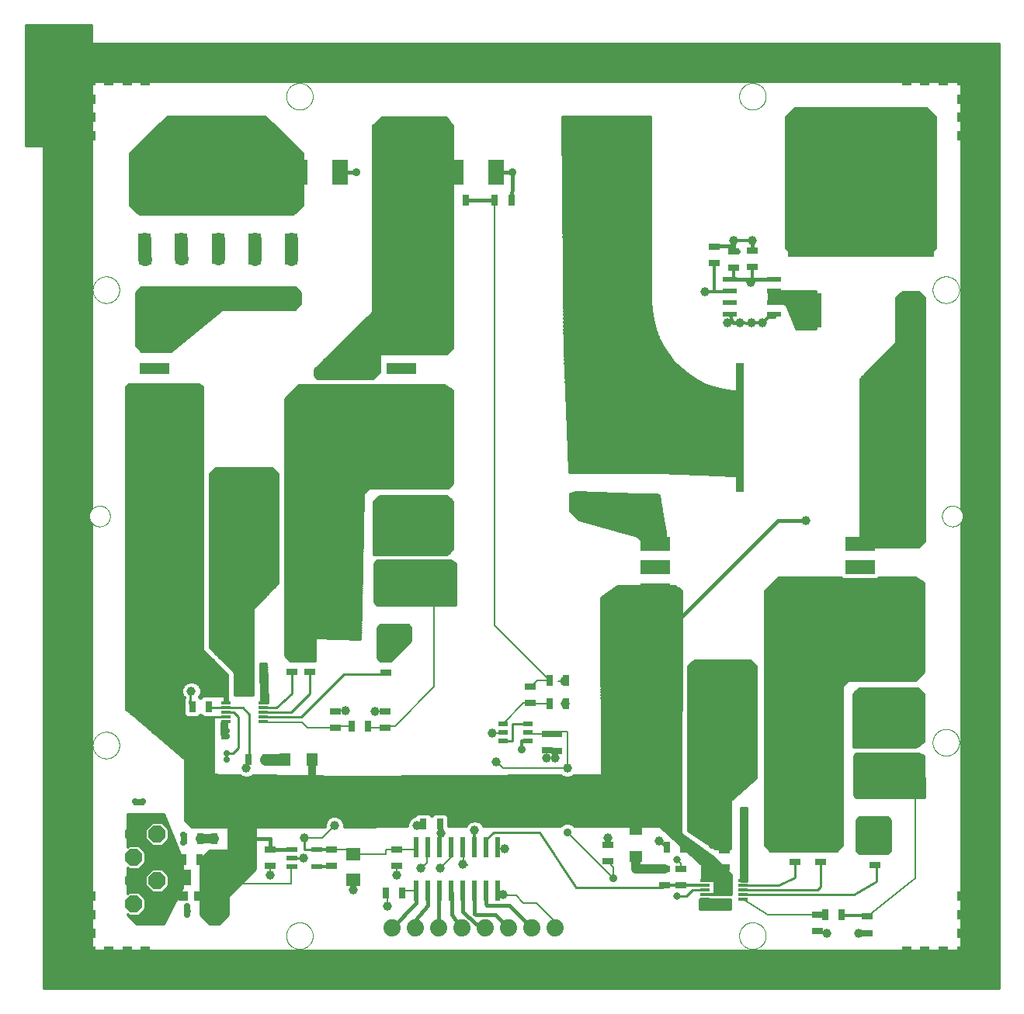
<source format=gtl>
G75*
%MOIN*%
%OFA0B0*%
%FSLAX25Y25*%
%IPPOS*%
%LPD*%
%AMOC8*
5,1,8,0,0,1.08239X$1,22.5*
%
%ADD10C,0.00000*%
%ADD11R,0.03150X0.04724*%
%ADD12R,0.05787X0.05000*%
%ADD13R,0.11811X0.06299*%
%ADD14R,0.22500X0.19000*%
%ADD15R,0.04724X0.03150*%
%ADD16R,0.03937X0.01181*%
%ADD17R,0.13000X0.05000*%
%ADD18R,0.04724X0.05512*%
%ADD19R,0.13000X0.06000*%
%ADD20R,0.05512X0.04724*%
%ADD21R,0.04134X0.02362*%
%ADD22R,0.06102X0.02362*%
%ADD23R,0.04331X0.03937*%
%ADD24R,0.06299X0.07087*%
%ADD25C,0.07400*%
%ADD26R,0.10236X0.03150*%
%ADD27R,0.09134X0.15000*%
%ADD28R,0.62795X0.49409*%
%ADD29R,0.03543X0.55512*%
%ADD30R,0.02208X0.08583*%
%ADD31OC8,0.07400*%
%ADD32R,0.07087X0.10630*%
%ADD33R,0.04724X0.02362*%
%ADD34R,0.06299X0.05512*%
%ADD35C,0.01000*%
%ADD36C,0.00806*%
%ADD37C,0.01200*%
%ADD38C,0.01600*%
%ADD39C,0.02400*%
%ADD40C,0.03962*%
%ADD41C,0.03200*%
%ADD42C,0.02800*%
%ADD43C,0.05600*%
%ADD44C,0.05000*%
%ADD45C,0.04000*%
%ADD46R,0.03962X0.03962*%
%ADD47C,0.03175*%
%ADD48C,0.03569*%
D10*
X0021485Y0009674D02*
X0060855Y0009674D01*
X0060855Y0005737D01*
X0371879Y0005737D01*
X0371879Y0009674D01*
X0411249Y0009674D01*
X0411249Y0049044D01*
X0415186Y0049044D01*
X0415186Y0360068D01*
X0411249Y0360068D01*
X0411249Y0399438D01*
X0371879Y0399438D01*
X0371879Y0403375D01*
X0060855Y0403375D01*
X0060855Y0399438D01*
X0021485Y0399438D01*
X0021485Y0360068D01*
X0017548Y0360068D01*
X0017548Y0049044D01*
X0021485Y0049044D01*
X0021485Y0009674D01*
X0030343Y0106131D02*
X0030345Y0106282D01*
X0030351Y0106432D01*
X0030361Y0106583D01*
X0030375Y0106733D01*
X0030393Y0106882D01*
X0030414Y0107032D01*
X0030440Y0107180D01*
X0030470Y0107328D01*
X0030503Y0107475D01*
X0030541Y0107621D01*
X0030582Y0107766D01*
X0030627Y0107910D01*
X0030676Y0108052D01*
X0030729Y0108193D01*
X0030785Y0108333D01*
X0030845Y0108471D01*
X0030908Y0108608D01*
X0030976Y0108743D01*
X0031046Y0108876D01*
X0031120Y0109007D01*
X0031198Y0109136D01*
X0031279Y0109263D01*
X0031363Y0109388D01*
X0031451Y0109511D01*
X0031542Y0109631D01*
X0031636Y0109749D01*
X0031733Y0109864D01*
X0031833Y0109977D01*
X0031936Y0110087D01*
X0032042Y0110194D01*
X0032151Y0110299D01*
X0032262Y0110400D01*
X0032376Y0110499D01*
X0032492Y0110594D01*
X0032612Y0110687D01*
X0032733Y0110776D01*
X0032857Y0110862D01*
X0032983Y0110945D01*
X0033111Y0111024D01*
X0033241Y0111100D01*
X0033373Y0111173D01*
X0033507Y0111241D01*
X0033643Y0111307D01*
X0033781Y0111369D01*
X0033920Y0111427D01*
X0034060Y0111481D01*
X0034202Y0111532D01*
X0034345Y0111579D01*
X0034490Y0111622D01*
X0034635Y0111661D01*
X0034782Y0111697D01*
X0034929Y0111728D01*
X0035077Y0111756D01*
X0035226Y0111780D01*
X0035375Y0111800D01*
X0035525Y0111816D01*
X0035675Y0111828D01*
X0035826Y0111836D01*
X0035977Y0111840D01*
X0036127Y0111840D01*
X0036278Y0111836D01*
X0036429Y0111828D01*
X0036579Y0111816D01*
X0036729Y0111800D01*
X0036878Y0111780D01*
X0037027Y0111756D01*
X0037175Y0111728D01*
X0037322Y0111697D01*
X0037469Y0111661D01*
X0037614Y0111622D01*
X0037759Y0111579D01*
X0037902Y0111532D01*
X0038044Y0111481D01*
X0038184Y0111427D01*
X0038323Y0111369D01*
X0038461Y0111307D01*
X0038597Y0111241D01*
X0038731Y0111173D01*
X0038863Y0111100D01*
X0038993Y0111024D01*
X0039121Y0110945D01*
X0039247Y0110862D01*
X0039371Y0110776D01*
X0039492Y0110687D01*
X0039612Y0110594D01*
X0039728Y0110499D01*
X0039842Y0110400D01*
X0039953Y0110299D01*
X0040062Y0110194D01*
X0040168Y0110087D01*
X0040271Y0109977D01*
X0040371Y0109864D01*
X0040468Y0109749D01*
X0040562Y0109631D01*
X0040653Y0109511D01*
X0040741Y0109388D01*
X0040825Y0109263D01*
X0040906Y0109136D01*
X0040984Y0109007D01*
X0041058Y0108876D01*
X0041128Y0108743D01*
X0041196Y0108608D01*
X0041259Y0108471D01*
X0041319Y0108333D01*
X0041375Y0108193D01*
X0041428Y0108052D01*
X0041477Y0107910D01*
X0041522Y0107766D01*
X0041563Y0107621D01*
X0041601Y0107475D01*
X0041634Y0107328D01*
X0041664Y0107180D01*
X0041690Y0107032D01*
X0041711Y0106882D01*
X0041729Y0106733D01*
X0041743Y0106583D01*
X0041753Y0106432D01*
X0041759Y0106282D01*
X0041761Y0106131D01*
X0041759Y0105980D01*
X0041753Y0105830D01*
X0041743Y0105679D01*
X0041729Y0105529D01*
X0041711Y0105380D01*
X0041690Y0105230D01*
X0041664Y0105082D01*
X0041634Y0104934D01*
X0041601Y0104787D01*
X0041563Y0104641D01*
X0041522Y0104496D01*
X0041477Y0104352D01*
X0041428Y0104210D01*
X0041375Y0104069D01*
X0041319Y0103929D01*
X0041259Y0103791D01*
X0041196Y0103654D01*
X0041128Y0103519D01*
X0041058Y0103386D01*
X0040984Y0103255D01*
X0040906Y0103126D01*
X0040825Y0102999D01*
X0040741Y0102874D01*
X0040653Y0102751D01*
X0040562Y0102631D01*
X0040468Y0102513D01*
X0040371Y0102398D01*
X0040271Y0102285D01*
X0040168Y0102175D01*
X0040062Y0102068D01*
X0039953Y0101963D01*
X0039842Y0101862D01*
X0039728Y0101763D01*
X0039612Y0101668D01*
X0039492Y0101575D01*
X0039371Y0101486D01*
X0039247Y0101400D01*
X0039121Y0101317D01*
X0038993Y0101238D01*
X0038863Y0101162D01*
X0038731Y0101089D01*
X0038597Y0101021D01*
X0038461Y0100955D01*
X0038323Y0100893D01*
X0038184Y0100835D01*
X0038044Y0100781D01*
X0037902Y0100730D01*
X0037759Y0100683D01*
X0037614Y0100640D01*
X0037469Y0100601D01*
X0037322Y0100565D01*
X0037175Y0100534D01*
X0037027Y0100506D01*
X0036878Y0100482D01*
X0036729Y0100462D01*
X0036579Y0100446D01*
X0036429Y0100434D01*
X0036278Y0100426D01*
X0036127Y0100422D01*
X0035977Y0100422D01*
X0035826Y0100426D01*
X0035675Y0100434D01*
X0035525Y0100446D01*
X0035375Y0100462D01*
X0035226Y0100482D01*
X0035077Y0100506D01*
X0034929Y0100534D01*
X0034782Y0100565D01*
X0034635Y0100601D01*
X0034490Y0100640D01*
X0034345Y0100683D01*
X0034202Y0100730D01*
X0034060Y0100781D01*
X0033920Y0100835D01*
X0033781Y0100893D01*
X0033643Y0100955D01*
X0033507Y0101021D01*
X0033373Y0101089D01*
X0033241Y0101162D01*
X0033111Y0101238D01*
X0032983Y0101317D01*
X0032857Y0101400D01*
X0032733Y0101486D01*
X0032612Y0101575D01*
X0032492Y0101668D01*
X0032376Y0101763D01*
X0032262Y0101862D01*
X0032151Y0101963D01*
X0032042Y0102068D01*
X0031936Y0102175D01*
X0031833Y0102285D01*
X0031733Y0102398D01*
X0031636Y0102513D01*
X0031542Y0102631D01*
X0031451Y0102751D01*
X0031363Y0102874D01*
X0031279Y0102999D01*
X0031198Y0103126D01*
X0031120Y0103255D01*
X0031046Y0103386D01*
X0030976Y0103519D01*
X0030908Y0103654D01*
X0030845Y0103791D01*
X0030785Y0103929D01*
X0030729Y0104069D01*
X0030676Y0104210D01*
X0030627Y0104352D01*
X0030582Y0104496D01*
X0030541Y0104641D01*
X0030503Y0104787D01*
X0030470Y0104934D01*
X0030440Y0105082D01*
X0030414Y0105230D01*
X0030393Y0105380D01*
X0030375Y0105529D01*
X0030361Y0105679D01*
X0030351Y0105830D01*
X0030345Y0105980D01*
X0030343Y0106131D01*
X0113414Y0024241D02*
X0113416Y0024392D01*
X0113422Y0024542D01*
X0113432Y0024693D01*
X0113446Y0024843D01*
X0113464Y0024992D01*
X0113485Y0025142D01*
X0113511Y0025290D01*
X0113541Y0025438D01*
X0113574Y0025585D01*
X0113612Y0025731D01*
X0113653Y0025876D01*
X0113698Y0026020D01*
X0113747Y0026162D01*
X0113800Y0026303D01*
X0113856Y0026443D01*
X0113916Y0026581D01*
X0113979Y0026718D01*
X0114047Y0026853D01*
X0114117Y0026986D01*
X0114191Y0027117D01*
X0114269Y0027246D01*
X0114350Y0027373D01*
X0114434Y0027498D01*
X0114522Y0027621D01*
X0114613Y0027741D01*
X0114707Y0027859D01*
X0114804Y0027974D01*
X0114904Y0028087D01*
X0115007Y0028197D01*
X0115113Y0028304D01*
X0115222Y0028409D01*
X0115333Y0028510D01*
X0115447Y0028609D01*
X0115563Y0028704D01*
X0115683Y0028797D01*
X0115804Y0028886D01*
X0115928Y0028972D01*
X0116054Y0029055D01*
X0116182Y0029134D01*
X0116312Y0029210D01*
X0116444Y0029283D01*
X0116578Y0029351D01*
X0116714Y0029417D01*
X0116852Y0029479D01*
X0116991Y0029537D01*
X0117131Y0029591D01*
X0117273Y0029642D01*
X0117416Y0029689D01*
X0117561Y0029732D01*
X0117706Y0029771D01*
X0117853Y0029807D01*
X0118000Y0029838D01*
X0118148Y0029866D01*
X0118297Y0029890D01*
X0118446Y0029910D01*
X0118596Y0029926D01*
X0118746Y0029938D01*
X0118897Y0029946D01*
X0119048Y0029950D01*
X0119198Y0029950D01*
X0119349Y0029946D01*
X0119500Y0029938D01*
X0119650Y0029926D01*
X0119800Y0029910D01*
X0119949Y0029890D01*
X0120098Y0029866D01*
X0120246Y0029838D01*
X0120393Y0029807D01*
X0120540Y0029771D01*
X0120685Y0029732D01*
X0120830Y0029689D01*
X0120973Y0029642D01*
X0121115Y0029591D01*
X0121255Y0029537D01*
X0121394Y0029479D01*
X0121532Y0029417D01*
X0121668Y0029351D01*
X0121802Y0029283D01*
X0121934Y0029210D01*
X0122064Y0029134D01*
X0122192Y0029055D01*
X0122318Y0028972D01*
X0122442Y0028886D01*
X0122563Y0028797D01*
X0122683Y0028704D01*
X0122799Y0028609D01*
X0122913Y0028510D01*
X0123024Y0028409D01*
X0123133Y0028304D01*
X0123239Y0028197D01*
X0123342Y0028087D01*
X0123442Y0027974D01*
X0123539Y0027859D01*
X0123633Y0027741D01*
X0123724Y0027621D01*
X0123812Y0027498D01*
X0123896Y0027373D01*
X0123977Y0027246D01*
X0124055Y0027117D01*
X0124129Y0026986D01*
X0124199Y0026853D01*
X0124267Y0026718D01*
X0124330Y0026581D01*
X0124390Y0026443D01*
X0124446Y0026303D01*
X0124499Y0026162D01*
X0124548Y0026020D01*
X0124593Y0025876D01*
X0124634Y0025731D01*
X0124672Y0025585D01*
X0124705Y0025438D01*
X0124735Y0025290D01*
X0124761Y0025142D01*
X0124782Y0024992D01*
X0124800Y0024843D01*
X0124814Y0024693D01*
X0124824Y0024542D01*
X0124830Y0024392D01*
X0124832Y0024241D01*
X0124830Y0024090D01*
X0124824Y0023940D01*
X0124814Y0023789D01*
X0124800Y0023639D01*
X0124782Y0023490D01*
X0124761Y0023340D01*
X0124735Y0023192D01*
X0124705Y0023044D01*
X0124672Y0022897D01*
X0124634Y0022751D01*
X0124593Y0022606D01*
X0124548Y0022462D01*
X0124499Y0022320D01*
X0124446Y0022179D01*
X0124390Y0022039D01*
X0124330Y0021901D01*
X0124267Y0021764D01*
X0124199Y0021629D01*
X0124129Y0021496D01*
X0124055Y0021365D01*
X0123977Y0021236D01*
X0123896Y0021109D01*
X0123812Y0020984D01*
X0123724Y0020861D01*
X0123633Y0020741D01*
X0123539Y0020623D01*
X0123442Y0020508D01*
X0123342Y0020395D01*
X0123239Y0020285D01*
X0123133Y0020178D01*
X0123024Y0020073D01*
X0122913Y0019972D01*
X0122799Y0019873D01*
X0122683Y0019778D01*
X0122563Y0019685D01*
X0122442Y0019596D01*
X0122318Y0019510D01*
X0122192Y0019427D01*
X0122064Y0019348D01*
X0121934Y0019272D01*
X0121802Y0019199D01*
X0121668Y0019131D01*
X0121532Y0019065D01*
X0121394Y0019003D01*
X0121255Y0018945D01*
X0121115Y0018891D01*
X0120973Y0018840D01*
X0120830Y0018793D01*
X0120685Y0018750D01*
X0120540Y0018711D01*
X0120393Y0018675D01*
X0120246Y0018644D01*
X0120098Y0018616D01*
X0119949Y0018592D01*
X0119800Y0018572D01*
X0119650Y0018556D01*
X0119500Y0018544D01*
X0119349Y0018536D01*
X0119198Y0018532D01*
X0119048Y0018532D01*
X0118897Y0018536D01*
X0118746Y0018544D01*
X0118596Y0018556D01*
X0118446Y0018572D01*
X0118297Y0018592D01*
X0118148Y0018616D01*
X0118000Y0018644D01*
X0117853Y0018675D01*
X0117706Y0018711D01*
X0117561Y0018750D01*
X0117416Y0018793D01*
X0117273Y0018840D01*
X0117131Y0018891D01*
X0116991Y0018945D01*
X0116852Y0019003D01*
X0116714Y0019065D01*
X0116578Y0019131D01*
X0116444Y0019199D01*
X0116312Y0019272D01*
X0116182Y0019348D01*
X0116054Y0019427D01*
X0115928Y0019510D01*
X0115804Y0019596D01*
X0115683Y0019685D01*
X0115563Y0019778D01*
X0115447Y0019873D01*
X0115333Y0019972D01*
X0115222Y0020073D01*
X0115113Y0020178D01*
X0115007Y0020285D01*
X0114904Y0020395D01*
X0114804Y0020508D01*
X0114707Y0020623D01*
X0114613Y0020741D01*
X0114522Y0020861D01*
X0114434Y0020984D01*
X0114350Y0021109D01*
X0114269Y0021236D01*
X0114191Y0021365D01*
X0114117Y0021496D01*
X0114047Y0021629D01*
X0113979Y0021764D01*
X0113916Y0021901D01*
X0113856Y0022039D01*
X0113800Y0022179D01*
X0113747Y0022320D01*
X0113698Y0022462D01*
X0113653Y0022606D01*
X0113612Y0022751D01*
X0113574Y0022897D01*
X0113541Y0023044D01*
X0113511Y0023192D01*
X0113485Y0023340D01*
X0113464Y0023490D01*
X0113446Y0023639D01*
X0113432Y0023789D01*
X0113422Y0023940D01*
X0113416Y0024090D01*
X0113414Y0024241D01*
X0028847Y0204556D02*
X0028849Y0204689D01*
X0028855Y0204822D01*
X0028865Y0204955D01*
X0028879Y0205087D01*
X0028897Y0205219D01*
X0028918Y0205350D01*
X0028944Y0205481D01*
X0028974Y0205611D01*
X0029007Y0205740D01*
X0029045Y0205867D01*
X0029086Y0205994D01*
X0029131Y0206119D01*
X0029179Y0206243D01*
X0029232Y0206366D01*
X0029288Y0206486D01*
X0029347Y0206605D01*
X0029410Y0206723D01*
X0029477Y0206838D01*
X0029547Y0206951D01*
X0029620Y0207062D01*
X0029697Y0207171D01*
X0029777Y0207278D01*
X0029860Y0207382D01*
X0029946Y0207483D01*
X0030035Y0207582D01*
X0030127Y0207678D01*
X0030221Y0207772D01*
X0030319Y0207862D01*
X0030419Y0207950D01*
X0030522Y0208034D01*
X0030627Y0208116D01*
X0030735Y0208194D01*
X0030845Y0208269D01*
X0030957Y0208341D01*
X0031072Y0208409D01*
X0031188Y0208474D01*
X0031306Y0208535D01*
X0031426Y0208593D01*
X0031547Y0208647D01*
X0031671Y0208697D01*
X0031795Y0208744D01*
X0031921Y0208787D01*
X0032048Y0208826D01*
X0032177Y0208862D01*
X0032306Y0208893D01*
X0032436Y0208921D01*
X0032567Y0208945D01*
X0032699Y0208965D01*
X0032831Y0208981D01*
X0032964Y0208993D01*
X0033096Y0209001D01*
X0033229Y0209005D01*
X0033363Y0209005D01*
X0033496Y0209001D01*
X0033628Y0208993D01*
X0033761Y0208981D01*
X0033893Y0208965D01*
X0034025Y0208945D01*
X0034156Y0208921D01*
X0034286Y0208893D01*
X0034415Y0208862D01*
X0034544Y0208826D01*
X0034671Y0208787D01*
X0034797Y0208744D01*
X0034921Y0208697D01*
X0035045Y0208647D01*
X0035166Y0208593D01*
X0035286Y0208535D01*
X0035404Y0208474D01*
X0035521Y0208409D01*
X0035635Y0208341D01*
X0035747Y0208269D01*
X0035857Y0208194D01*
X0035965Y0208116D01*
X0036070Y0208034D01*
X0036173Y0207950D01*
X0036273Y0207862D01*
X0036371Y0207772D01*
X0036465Y0207678D01*
X0036557Y0207582D01*
X0036646Y0207483D01*
X0036732Y0207382D01*
X0036815Y0207278D01*
X0036895Y0207171D01*
X0036972Y0207062D01*
X0037045Y0206951D01*
X0037115Y0206838D01*
X0037182Y0206723D01*
X0037245Y0206605D01*
X0037304Y0206486D01*
X0037360Y0206366D01*
X0037413Y0206243D01*
X0037461Y0206119D01*
X0037506Y0205994D01*
X0037547Y0205867D01*
X0037585Y0205740D01*
X0037618Y0205611D01*
X0037648Y0205481D01*
X0037674Y0205350D01*
X0037695Y0205219D01*
X0037713Y0205087D01*
X0037727Y0204955D01*
X0037737Y0204822D01*
X0037743Y0204689D01*
X0037745Y0204556D01*
X0037743Y0204423D01*
X0037737Y0204290D01*
X0037727Y0204157D01*
X0037713Y0204025D01*
X0037695Y0203893D01*
X0037674Y0203762D01*
X0037648Y0203631D01*
X0037618Y0203501D01*
X0037585Y0203372D01*
X0037547Y0203245D01*
X0037506Y0203118D01*
X0037461Y0202993D01*
X0037413Y0202869D01*
X0037360Y0202746D01*
X0037304Y0202626D01*
X0037245Y0202507D01*
X0037182Y0202389D01*
X0037115Y0202274D01*
X0037045Y0202161D01*
X0036972Y0202050D01*
X0036895Y0201941D01*
X0036815Y0201834D01*
X0036732Y0201730D01*
X0036646Y0201629D01*
X0036557Y0201530D01*
X0036465Y0201434D01*
X0036371Y0201340D01*
X0036273Y0201250D01*
X0036173Y0201162D01*
X0036070Y0201078D01*
X0035965Y0200996D01*
X0035857Y0200918D01*
X0035747Y0200843D01*
X0035635Y0200771D01*
X0035520Y0200703D01*
X0035404Y0200638D01*
X0035286Y0200577D01*
X0035166Y0200519D01*
X0035045Y0200465D01*
X0034921Y0200415D01*
X0034797Y0200368D01*
X0034671Y0200325D01*
X0034544Y0200286D01*
X0034415Y0200250D01*
X0034286Y0200219D01*
X0034156Y0200191D01*
X0034025Y0200167D01*
X0033893Y0200147D01*
X0033761Y0200131D01*
X0033628Y0200119D01*
X0033496Y0200111D01*
X0033363Y0200107D01*
X0033229Y0200107D01*
X0033096Y0200111D01*
X0032964Y0200119D01*
X0032831Y0200131D01*
X0032699Y0200147D01*
X0032567Y0200167D01*
X0032436Y0200191D01*
X0032306Y0200219D01*
X0032177Y0200250D01*
X0032048Y0200286D01*
X0031921Y0200325D01*
X0031795Y0200368D01*
X0031671Y0200415D01*
X0031547Y0200465D01*
X0031426Y0200519D01*
X0031306Y0200577D01*
X0031188Y0200638D01*
X0031071Y0200703D01*
X0030957Y0200771D01*
X0030845Y0200843D01*
X0030735Y0200918D01*
X0030627Y0200996D01*
X0030522Y0201078D01*
X0030419Y0201162D01*
X0030319Y0201250D01*
X0030221Y0201340D01*
X0030127Y0201434D01*
X0030035Y0201530D01*
X0029946Y0201629D01*
X0029860Y0201730D01*
X0029777Y0201834D01*
X0029697Y0201941D01*
X0029620Y0202050D01*
X0029547Y0202161D01*
X0029477Y0202274D01*
X0029410Y0202389D01*
X0029347Y0202507D01*
X0029288Y0202626D01*
X0029232Y0202746D01*
X0029179Y0202869D01*
X0029131Y0202993D01*
X0029086Y0203118D01*
X0029045Y0203245D01*
X0029007Y0203372D01*
X0028974Y0203501D01*
X0028944Y0203631D01*
X0028918Y0203762D01*
X0028897Y0203893D01*
X0028879Y0204025D01*
X0028865Y0204157D01*
X0028855Y0204290D01*
X0028849Y0204423D01*
X0028847Y0204556D01*
X0030343Y0301800D02*
X0030345Y0301951D01*
X0030351Y0302101D01*
X0030361Y0302252D01*
X0030375Y0302402D01*
X0030393Y0302551D01*
X0030414Y0302701D01*
X0030440Y0302849D01*
X0030470Y0302997D01*
X0030503Y0303144D01*
X0030541Y0303290D01*
X0030582Y0303435D01*
X0030627Y0303579D01*
X0030676Y0303721D01*
X0030729Y0303862D01*
X0030785Y0304002D01*
X0030845Y0304140D01*
X0030908Y0304277D01*
X0030976Y0304412D01*
X0031046Y0304545D01*
X0031120Y0304676D01*
X0031198Y0304805D01*
X0031279Y0304932D01*
X0031363Y0305057D01*
X0031451Y0305180D01*
X0031542Y0305300D01*
X0031636Y0305418D01*
X0031733Y0305533D01*
X0031833Y0305646D01*
X0031936Y0305756D01*
X0032042Y0305863D01*
X0032151Y0305968D01*
X0032262Y0306069D01*
X0032376Y0306168D01*
X0032492Y0306263D01*
X0032612Y0306356D01*
X0032733Y0306445D01*
X0032857Y0306531D01*
X0032983Y0306614D01*
X0033111Y0306693D01*
X0033241Y0306769D01*
X0033373Y0306842D01*
X0033507Y0306910D01*
X0033643Y0306976D01*
X0033781Y0307038D01*
X0033920Y0307096D01*
X0034060Y0307150D01*
X0034202Y0307201D01*
X0034345Y0307248D01*
X0034490Y0307291D01*
X0034635Y0307330D01*
X0034782Y0307366D01*
X0034929Y0307397D01*
X0035077Y0307425D01*
X0035226Y0307449D01*
X0035375Y0307469D01*
X0035525Y0307485D01*
X0035675Y0307497D01*
X0035826Y0307505D01*
X0035977Y0307509D01*
X0036127Y0307509D01*
X0036278Y0307505D01*
X0036429Y0307497D01*
X0036579Y0307485D01*
X0036729Y0307469D01*
X0036878Y0307449D01*
X0037027Y0307425D01*
X0037175Y0307397D01*
X0037322Y0307366D01*
X0037469Y0307330D01*
X0037614Y0307291D01*
X0037759Y0307248D01*
X0037902Y0307201D01*
X0038044Y0307150D01*
X0038184Y0307096D01*
X0038323Y0307038D01*
X0038461Y0306976D01*
X0038597Y0306910D01*
X0038731Y0306842D01*
X0038863Y0306769D01*
X0038993Y0306693D01*
X0039121Y0306614D01*
X0039247Y0306531D01*
X0039371Y0306445D01*
X0039492Y0306356D01*
X0039612Y0306263D01*
X0039728Y0306168D01*
X0039842Y0306069D01*
X0039953Y0305968D01*
X0040062Y0305863D01*
X0040168Y0305756D01*
X0040271Y0305646D01*
X0040371Y0305533D01*
X0040468Y0305418D01*
X0040562Y0305300D01*
X0040653Y0305180D01*
X0040741Y0305057D01*
X0040825Y0304932D01*
X0040906Y0304805D01*
X0040984Y0304676D01*
X0041058Y0304545D01*
X0041128Y0304412D01*
X0041196Y0304277D01*
X0041259Y0304140D01*
X0041319Y0304002D01*
X0041375Y0303862D01*
X0041428Y0303721D01*
X0041477Y0303579D01*
X0041522Y0303435D01*
X0041563Y0303290D01*
X0041601Y0303144D01*
X0041634Y0302997D01*
X0041664Y0302849D01*
X0041690Y0302701D01*
X0041711Y0302551D01*
X0041729Y0302402D01*
X0041743Y0302252D01*
X0041753Y0302101D01*
X0041759Y0301951D01*
X0041761Y0301800D01*
X0041759Y0301649D01*
X0041753Y0301499D01*
X0041743Y0301348D01*
X0041729Y0301198D01*
X0041711Y0301049D01*
X0041690Y0300899D01*
X0041664Y0300751D01*
X0041634Y0300603D01*
X0041601Y0300456D01*
X0041563Y0300310D01*
X0041522Y0300165D01*
X0041477Y0300021D01*
X0041428Y0299879D01*
X0041375Y0299738D01*
X0041319Y0299598D01*
X0041259Y0299460D01*
X0041196Y0299323D01*
X0041128Y0299188D01*
X0041058Y0299055D01*
X0040984Y0298924D01*
X0040906Y0298795D01*
X0040825Y0298668D01*
X0040741Y0298543D01*
X0040653Y0298420D01*
X0040562Y0298300D01*
X0040468Y0298182D01*
X0040371Y0298067D01*
X0040271Y0297954D01*
X0040168Y0297844D01*
X0040062Y0297737D01*
X0039953Y0297632D01*
X0039842Y0297531D01*
X0039728Y0297432D01*
X0039612Y0297337D01*
X0039492Y0297244D01*
X0039371Y0297155D01*
X0039247Y0297069D01*
X0039121Y0296986D01*
X0038993Y0296907D01*
X0038863Y0296831D01*
X0038731Y0296758D01*
X0038597Y0296690D01*
X0038461Y0296624D01*
X0038323Y0296562D01*
X0038184Y0296504D01*
X0038044Y0296450D01*
X0037902Y0296399D01*
X0037759Y0296352D01*
X0037614Y0296309D01*
X0037469Y0296270D01*
X0037322Y0296234D01*
X0037175Y0296203D01*
X0037027Y0296175D01*
X0036878Y0296151D01*
X0036729Y0296131D01*
X0036579Y0296115D01*
X0036429Y0296103D01*
X0036278Y0296095D01*
X0036127Y0296091D01*
X0035977Y0296091D01*
X0035826Y0296095D01*
X0035675Y0296103D01*
X0035525Y0296115D01*
X0035375Y0296131D01*
X0035226Y0296151D01*
X0035077Y0296175D01*
X0034929Y0296203D01*
X0034782Y0296234D01*
X0034635Y0296270D01*
X0034490Y0296309D01*
X0034345Y0296352D01*
X0034202Y0296399D01*
X0034060Y0296450D01*
X0033920Y0296504D01*
X0033781Y0296562D01*
X0033643Y0296624D01*
X0033507Y0296690D01*
X0033373Y0296758D01*
X0033241Y0296831D01*
X0033111Y0296907D01*
X0032983Y0296986D01*
X0032857Y0297069D01*
X0032733Y0297155D01*
X0032612Y0297244D01*
X0032492Y0297337D01*
X0032376Y0297432D01*
X0032262Y0297531D01*
X0032151Y0297632D01*
X0032042Y0297737D01*
X0031936Y0297844D01*
X0031833Y0297954D01*
X0031733Y0298067D01*
X0031636Y0298182D01*
X0031542Y0298300D01*
X0031451Y0298420D01*
X0031363Y0298543D01*
X0031279Y0298668D01*
X0031198Y0298795D01*
X0031120Y0298924D01*
X0031046Y0299055D01*
X0030976Y0299188D01*
X0030908Y0299323D01*
X0030845Y0299460D01*
X0030785Y0299598D01*
X0030729Y0299738D01*
X0030676Y0299879D01*
X0030627Y0300021D01*
X0030582Y0300165D01*
X0030541Y0300310D01*
X0030503Y0300456D01*
X0030470Y0300603D01*
X0030440Y0300751D01*
X0030414Y0300899D01*
X0030393Y0301049D01*
X0030375Y0301198D01*
X0030361Y0301348D01*
X0030351Y0301499D01*
X0030345Y0301649D01*
X0030343Y0301800D01*
X0113414Y0384871D02*
X0113416Y0385022D01*
X0113422Y0385172D01*
X0113432Y0385323D01*
X0113446Y0385473D01*
X0113464Y0385622D01*
X0113485Y0385772D01*
X0113511Y0385920D01*
X0113541Y0386068D01*
X0113574Y0386215D01*
X0113612Y0386361D01*
X0113653Y0386506D01*
X0113698Y0386650D01*
X0113747Y0386792D01*
X0113800Y0386933D01*
X0113856Y0387073D01*
X0113916Y0387211D01*
X0113979Y0387348D01*
X0114047Y0387483D01*
X0114117Y0387616D01*
X0114191Y0387747D01*
X0114269Y0387876D01*
X0114350Y0388003D01*
X0114434Y0388128D01*
X0114522Y0388251D01*
X0114613Y0388371D01*
X0114707Y0388489D01*
X0114804Y0388604D01*
X0114904Y0388717D01*
X0115007Y0388827D01*
X0115113Y0388934D01*
X0115222Y0389039D01*
X0115333Y0389140D01*
X0115447Y0389239D01*
X0115563Y0389334D01*
X0115683Y0389427D01*
X0115804Y0389516D01*
X0115928Y0389602D01*
X0116054Y0389685D01*
X0116182Y0389764D01*
X0116312Y0389840D01*
X0116444Y0389913D01*
X0116578Y0389981D01*
X0116714Y0390047D01*
X0116852Y0390109D01*
X0116991Y0390167D01*
X0117131Y0390221D01*
X0117273Y0390272D01*
X0117416Y0390319D01*
X0117561Y0390362D01*
X0117706Y0390401D01*
X0117853Y0390437D01*
X0118000Y0390468D01*
X0118148Y0390496D01*
X0118297Y0390520D01*
X0118446Y0390540D01*
X0118596Y0390556D01*
X0118746Y0390568D01*
X0118897Y0390576D01*
X0119048Y0390580D01*
X0119198Y0390580D01*
X0119349Y0390576D01*
X0119500Y0390568D01*
X0119650Y0390556D01*
X0119800Y0390540D01*
X0119949Y0390520D01*
X0120098Y0390496D01*
X0120246Y0390468D01*
X0120393Y0390437D01*
X0120540Y0390401D01*
X0120685Y0390362D01*
X0120830Y0390319D01*
X0120973Y0390272D01*
X0121115Y0390221D01*
X0121255Y0390167D01*
X0121394Y0390109D01*
X0121532Y0390047D01*
X0121668Y0389981D01*
X0121802Y0389913D01*
X0121934Y0389840D01*
X0122064Y0389764D01*
X0122192Y0389685D01*
X0122318Y0389602D01*
X0122442Y0389516D01*
X0122563Y0389427D01*
X0122683Y0389334D01*
X0122799Y0389239D01*
X0122913Y0389140D01*
X0123024Y0389039D01*
X0123133Y0388934D01*
X0123239Y0388827D01*
X0123342Y0388717D01*
X0123442Y0388604D01*
X0123539Y0388489D01*
X0123633Y0388371D01*
X0123724Y0388251D01*
X0123812Y0388128D01*
X0123896Y0388003D01*
X0123977Y0387876D01*
X0124055Y0387747D01*
X0124129Y0387616D01*
X0124199Y0387483D01*
X0124267Y0387348D01*
X0124330Y0387211D01*
X0124390Y0387073D01*
X0124446Y0386933D01*
X0124499Y0386792D01*
X0124548Y0386650D01*
X0124593Y0386506D01*
X0124634Y0386361D01*
X0124672Y0386215D01*
X0124705Y0386068D01*
X0124735Y0385920D01*
X0124761Y0385772D01*
X0124782Y0385622D01*
X0124800Y0385473D01*
X0124814Y0385323D01*
X0124824Y0385172D01*
X0124830Y0385022D01*
X0124832Y0384871D01*
X0124830Y0384720D01*
X0124824Y0384570D01*
X0124814Y0384419D01*
X0124800Y0384269D01*
X0124782Y0384120D01*
X0124761Y0383970D01*
X0124735Y0383822D01*
X0124705Y0383674D01*
X0124672Y0383527D01*
X0124634Y0383381D01*
X0124593Y0383236D01*
X0124548Y0383092D01*
X0124499Y0382950D01*
X0124446Y0382809D01*
X0124390Y0382669D01*
X0124330Y0382531D01*
X0124267Y0382394D01*
X0124199Y0382259D01*
X0124129Y0382126D01*
X0124055Y0381995D01*
X0123977Y0381866D01*
X0123896Y0381739D01*
X0123812Y0381614D01*
X0123724Y0381491D01*
X0123633Y0381371D01*
X0123539Y0381253D01*
X0123442Y0381138D01*
X0123342Y0381025D01*
X0123239Y0380915D01*
X0123133Y0380808D01*
X0123024Y0380703D01*
X0122913Y0380602D01*
X0122799Y0380503D01*
X0122683Y0380408D01*
X0122563Y0380315D01*
X0122442Y0380226D01*
X0122318Y0380140D01*
X0122192Y0380057D01*
X0122064Y0379978D01*
X0121934Y0379902D01*
X0121802Y0379829D01*
X0121668Y0379761D01*
X0121532Y0379695D01*
X0121394Y0379633D01*
X0121255Y0379575D01*
X0121115Y0379521D01*
X0120973Y0379470D01*
X0120830Y0379423D01*
X0120685Y0379380D01*
X0120540Y0379341D01*
X0120393Y0379305D01*
X0120246Y0379274D01*
X0120098Y0379246D01*
X0119949Y0379222D01*
X0119800Y0379202D01*
X0119650Y0379186D01*
X0119500Y0379174D01*
X0119349Y0379166D01*
X0119198Y0379162D01*
X0119048Y0379162D01*
X0118897Y0379166D01*
X0118746Y0379174D01*
X0118596Y0379186D01*
X0118446Y0379202D01*
X0118297Y0379222D01*
X0118148Y0379246D01*
X0118000Y0379274D01*
X0117853Y0379305D01*
X0117706Y0379341D01*
X0117561Y0379380D01*
X0117416Y0379423D01*
X0117273Y0379470D01*
X0117131Y0379521D01*
X0116991Y0379575D01*
X0116852Y0379633D01*
X0116714Y0379695D01*
X0116578Y0379761D01*
X0116444Y0379829D01*
X0116312Y0379902D01*
X0116182Y0379978D01*
X0116054Y0380057D01*
X0115928Y0380140D01*
X0115804Y0380226D01*
X0115683Y0380315D01*
X0115563Y0380408D01*
X0115447Y0380503D01*
X0115333Y0380602D01*
X0115222Y0380703D01*
X0115113Y0380808D01*
X0115007Y0380915D01*
X0114904Y0381025D01*
X0114804Y0381138D01*
X0114707Y0381253D01*
X0114613Y0381371D01*
X0114522Y0381491D01*
X0114434Y0381614D01*
X0114350Y0381739D01*
X0114269Y0381866D01*
X0114191Y0381995D01*
X0114117Y0382126D01*
X0114047Y0382259D01*
X0113979Y0382394D01*
X0113916Y0382531D01*
X0113856Y0382669D01*
X0113800Y0382809D01*
X0113747Y0382950D01*
X0113698Y0383092D01*
X0113653Y0383236D01*
X0113612Y0383381D01*
X0113574Y0383527D01*
X0113541Y0383674D01*
X0113511Y0383822D01*
X0113485Y0383970D01*
X0113464Y0384120D01*
X0113446Y0384269D01*
X0113432Y0384419D01*
X0113422Y0384570D01*
X0113416Y0384720D01*
X0113414Y0384871D01*
X0307902Y0384871D02*
X0307904Y0385022D01*
X0307910Y0385172D01*
X0307920Y0385323D01*
X0307934Y0385473D01*
X0307952Y0385622D01*
X0307973Y0385772D01*
X0307999Y0385920D01*
X0308029Y0386068D01*
X0308062Y0386215D01*
X0308100Y0386361D01*
X0308141Y0386506D01*
X0308186Y0386650D01*
X0308235Y0386792D01*
X0308288Y0386933D01*
X0308344Y0387073D01*
X0308404Y0387211D01*
X0308467Y0387348D01*
X0308535Y0387483D01*
X0308605Y0387616D01*
X0308679Y0387747D01*
X0308757Y0387876D01*
X0308838Y0388003D01*
X0308922Y0388128D01*
X0309010Y0388251D01*
X0309101Y0388371D01*
X0309195Y0388489D01*
X0309292Y0388604D01*
X0309392Y0388717D01*
X0309495Y0388827D01*
X0309601Y0388934D01*
X0309710Y0389039D01*
X0309821Y0389140D01*
X0309935Y0389239D01*
X0310051Y0389334D01*
X0310171Y0389427D01*
X0310292Y0389516D01*
X0310416Y0389602D01*
X0310542Y0389685D01*
X0310670Y0389764D01*
X0310800Y0389840D01*
X0310932Y0389913D01*
X0311066Y0389981D01*
X0311202Y0390047D01*
X0311340Y0390109D01*
X0311479Y0390167D01*
X0311619Y0390221D01*
X0311761Y0390272D01*
X0311904Y0390319D01*
X0312049Y0390362D01*
X0312194Y0390401D01*
X0312341Y0390437D01*
X0312488Y0390468D01*
X0312636Y0390496D01*
X0312785Y0390520D01*
X0312934Y0390540D01*
X0313084Y0390556D01*
X0313234Y0390568D01*
X0313385Y0390576D01*
X0313536Y0390580D01*
X0313686Y0390580D01*
X0313837Y0390576D01*
X0313988Y0390568D01*
X0314138Y0390556D01*
X0314288Y0390540D01*
X0314437Y0390520D01*
X0314586Y0390496D01*
X0314734Y0390468D01*
X0314881Y0390437D01*
X0315028Y0390401D01*
X0315173Y0390362D01*
X0315318Y0390319D01*
X0315461Y0390272D01*
X0315603Y0390221D01*
X0315743Y0390167D01*
X0315882Y0390109D01*
X0316020Y0390047D01*
X0316156Y0389981D01*
X0316290Y0389913D01*
X0316422Y0389840D01*
X0316552Y0389764D01*
X0316680Y0389685D01*
X0316806Y0389602D01*
X0316930Y0389516D01*
X0317051Y0389427D01*
X0317171Y0389334D01*
X0317287Y0389239D01*
X0317401Y0389140D01*
X0317512Y0389039D01*
X0317621Y0388934D01*
X0317727Y0388827D01*
X0317830Y0388717D01*
X0317930Y0388604D01*
X0318027Y0388489D01*
X0318121Y0388371D01*
X0318212Y0388251D01*
X0318300Y0388128D01*
X0318384Y0388003D01*
X0318465Y0387876D01*
X0318543Y0387747D01*
X0318617Y0387616D01*
X0318687Y0387483D01*
X0318755Y0387348D01*
X0318818Y0387211D01*
X0318878Y0387073D01*
X0318934Y0386933D01*
X0318987Y0386792D01*
X0319036Y0386650D01*
X0319081Y0386506D01*
X0319122Y0386361D01*
X0319160Y0386215D01*
X0319193Y0386068D01*
X0319223Y0385920D01*
X0319249Y0385772D01*
X0319270Y0385622D01*
X0319288Y0385473D01*
X0319302Y0385323D01*
X0319312Y0385172D01*
X0319318Y0385022D01*
X0319320Y0384871D01*
X0319318Y0384720D01*
X0319312Y0384570D01*
X0319302Y0384419D01*
X0319288Y0384269D01*
X0319270Y0384120D01*
X0319249Y0383970D01*
X0319223Y0383822D01*
X0319193Y0383674D01*
X0319160Y0383527D01*
X0319122Y0383381D01*
X0319081Y0383236D01*
X0319036Y0383092D01*
X0318987Y0382950D01*
X0318934Y0382809D01*
X0318878Y0382669D01*
X0318818Y0382531D01*
X0318755Y0382394D01*
X0318687Y0382259D01*
X0318617Y0382126D01*
X0318543Y0381995D01*
X0318465Y0381866D01*
X0318384Y0381739D01*
X0318300Y0381614D01*
X0318212Y0381491D01*
X0318121Y0381371D01*
X0318027Y0381253D01*
X0317930Y0381138D01*
X0317830Y0381025D01*
X0317727Y0380915D01*
X0317621Y0380808D01*
X0317512Y0380703D01*
X0317401Y0380602D01*
X0317287Y0380503D01*
X0317171Y0380408D01*
X0317051Y0380315D01*
X0316930Y0380226D01*
X0316806Y0380140D01*
X0316680Y0380057D01*
X0316552Y0379978D01*
X0316422Y0379902D01*
X0316290Y0379829D01*
X0316156Y0379761D01*
X0316020Y0379695D01*
X0315882Y0379633D01*
X0315743Y0379575D01*
X0315603Y0379521D01*
X0315461Y0379470D01*
X0315318Y0379423D01*
X0315173Y0379380D01*
X0315028Y0379341D01*
X0314881Y0379305D01*
X0314734Y0379274D01*
X0314586Y0379246D01*
X0314437Y0379222D01*
X0314288Y0379202D01*
X0314138Y0379186D01*
X0313988Y0379174D01*
X0313837Y0379166D01*
X0313686Y0379162D01*
X0313536Y0379162D01*
X0313385Y0379166D01*
X0313234Y0379174D01*
X0313084Y0379186D01*
X0312934Y0379202D01*
X0312785Y0379222D01*
X0312636Y0379246D01*
X0312488Y0379274D01*
X0312341Y0379305D01*
X0312194Y0379341D01*
X0312049Y0379380D01*
X0311904Y0379423D01*
X0311761Y0379470D01*
X0311619Y0379521D01*
X0311479Y0379575D01*
X0311340Y0379633D01*
X0311202Y0379695D01*
X0311066Y0379761D01*
X0310932Y0379829D01*
X0310800Y0379902D01*
X0310670Y0379978D01*
X0310542Y0380057D01*
X0310416Y0380140D01*
X0310292Y0380226D01*
X0310171Y0380315D01*
X0310051Y0380408D01*
X0309935Y0380503D01*
X0309821Y0380602D01*
X0309710Y0380703D01*
X0309601Y0380808D01*
X0309495Y0380915D01*
X0309392Y0381025D01*
X0309292Y0381138D01*
X0309195Y0381253D01*
X0309101Y0381371D01*
X0309010Y0381491D01*
X0308922Y0381614D01*
X0308838Y0381739D01*
X0308757Y0381866D01*
X0308679Y0381995D01*
X0308605Y0382126D01*
X0308535Y0382259D01*
X0308467Y0382394D01*
X0308404Y0382531D01*
X0308344Y0382669D01*
X0308288Y0382809D01*
X0308235Y0382950D01*
X0308186Y0383092D01*
X0308141Y0383236D01*
X0308100Y0383381D01*
X0308062Y0383527D01*
X0308029Y0383674D01*
X0307999Y0383822D01*
X0307973Y0383970D01*
X0307952Y0384120D01*
X0307934Y0384269D01*
X0307920Y0384419D01*
X0307910Y0384570D01*
X0307904Y0384720D01*
X0307902Y0384871D01*
X0390973Y0301800D02*
X0390975Y0301951D01*
X0390981Y0302101D01*
X0390991Y0302252D01*
X0391005Y0302402D01*
X0391023Y0302551D01*
X0391044Y0302701D01*
X0391070Y0302849D01*
X0391100Y0302997D01*
X0391133Y0303144D01*
X0391171Y0303290D01*
X0391212Y0303435D01*
X0391257Y0303579D01*
X0391306Y0303721D01*
X0391359Y0303862D01*
X0391415Y0304002D01*
X0391475Y0304140D01*
X0391538Y0304277D01*
X0391606Y0304412D01*
X0391676Y0304545D01*
X0391750Y0304676D01*
X0391828Y0304805D01*
X0391909Y0304932D01*
X0391993Y0305057D01*
X0392081Y0305180D01*
X0392172Y0305300D01*
X0392266Y0305418D01*
X0392363Y0305533D01*
X0392463Y0305646D01*
X0392566Y0305756D01*
X0392672Y0305863D01*
X0392781Y0305968D01*
X0392892Y0306069D01*
X0393006Y0306168D01*
X0393122Y0306263D01*
X0393242Y0306356D01*
X0393363Y0306445D01*
X0393487Y0306531D01*
X0393613Y0306614D01*
X0393741Y0306693D01*
X0393871Y0306769D01*
X0394003Y0306842D01*
X0394137Y0306910D01*
X0394273Y0306976D01*
X0394411Y0307038D01*
X0394550Y0307096D01*
X0394690Y0307150D01*
X0394832Y0307201D01*
X0394975Y0307248D01*
X0395120Y0307291D01*
X0395265Y0307330D01*
X0395412Y0307366D01*
X0395559Y0307397D01*
X0395707Y0307425D01*
X0395856Y0307449D01*
X0396005Y0307469D01*
X0396155Y0307485D01*
X0396305Y0307497D01*
X0396456Y0307505D01*
X0396607Y0307509D01*
X0396757Y0307509D01*
X0396908Y0307505D01*
X0397059Y0307497D01*
X0397209Y0307485D01*
X0397359Y0307469D01*
X0397508Y0307449D01*
X0397657Y0307425D01*
X0397805Y0307397D01*
X0397952Y0307366D01*
X0398099Y0307330D01*
X0398244Y0307291D01*
X0398389Y0307248D01*
X0398532Y0307201D01*
X0398674Y0307150D01*
X0398814Y0307096D01*
X0398953Y0307038D01*
X0399091Y0306976D01*
X0399227Y0306910D01*
X0399361Y0306842D01*
X0399493Y0306769D01*
X0399623Y0306693D01*
X0399751Y0306614D01*
X0399877Y0306531D01*
X0400001Y0306445D01*
X0400122Y0306356D01*
X0400242Y0306263D01*
X0400358Y0306168D01*
X0400472Y0306069D01*
X0400583Y0305968D01*
X0400692Y0305863D01*
X0400798Y0305756D01*
X0400901Y0305646D01*
X0401001Y0305533D01*
X0401098Y0305418D01*
X0401192Y0305300D01*
X0401283Y0305180D01*
X0401371Y0305057D01*
X0401455Y0304932D01*
X0401536Y0304805D01*
X0401614Y0304676D01*
X0401688Y0304545D01*
X0401758Y0304412D01*
X0401826Y0304277D01*
X0401889Y0304140D01*
X0401949Y0304002D01*
X0402005Y0303862D01*
X0402058Y0303721D01*
X0402107Y0303579D01*
X0402152Y0303435D01*
X0402193Y0303290D01*
X0402231Y0303144D01*
X0402264Y0302997D01*
X0402294Y0302849D01*
X0402320Y0302701D01*
X0402341Y0302551D01*
X0402359Y0302402D01*
X0402373Y0302252D01*
X0402383Y0302101D01*
X0402389Y0301951D01*
X0402391Y0301800D01*
X0402389Y0301649D01*
X0402383Y0301499D01*
X0402373Y0301348D01*
X0402359Y0301198D01*
X0402341Y0301049D01*
X0402320Y0300899D01*
X0402294Y0300751D01*
X0402264Y0300603D01*
X0402231Y0300456D01*
X0402193Y0300310D01*
X0402152Y0300165D01*
X0402107Y0300021D01*
X0402058Y0299879D01*
X0402005Y0299738D01*
X0401949Y0299598D01*
X0401889Y0299460D01*
X0401826Y0299323D01*
X0401758Y0299188D01*
X0401688Y0299055D01*
X0401614Y0298924D01*
X0401536Y0298795D01*
X0401455Y0298668D01*
X0401371Y0298543D01*
X0401283Y0298420D01*
X0401192Y0298300D01*
X0401098Y0298182D01*
X0401001Y0298067D01*
X0400901Y0297954D01*
X0400798Y0297844D01*
X0400692Y0297737D01*
X0400583Y0297632D01*
X0400472Y0297531D01*
X0400358Y0297432D01*
X0400242Y0297337D01*
X0400122Y0297244D01*
X0400001Y0297155D01*
X0399877Y0297069D01*
X0399751Y0296986D01*
X0399623Y0296907D01*
X0399493Y0296831D01*
X0399361Y0296758D01*
X0399227Y0296690D01*
X0399091Y0296624D01*
X0398953Y0296562D01*
X0398814Y0296504D01*
X0398674Y0296450D01*
X0398532Y0296399D01*
X0398389Y0296352D01*
X0398244Y0296309D01*
X0398099Y0296270D01*
X0397952Y0296234D01*
X0397805Y0296203D01*
X0397657Y0296175D01*
X0397508Y0296151D01*
X0397359Y0296131D01*
X0397209Y0296115D01*
X0397059Y0296103D01*
X0396908Y0296095D01*
X0396757Y0296091D01*
X0396607Y0296091D01*
X0396456Y0296095D01*
X0396305Y0296103D01*
X0396155Y0296115D01*
X0396005Y0296131D01*
X0395856Y0296151D01*
X0395707Y0296175D01*
X0395559Y0296203D01*
X0395412Y0296234D01*
X0395265Y0296270D01*
X0395120Y0296309D01*
X0394975Y0296352D01*
X0394832Y0296399D01*
X0394690Y0296450D01*
X0394550Y0296504D01*
X0394411Y0296562D01*
X0394273Y0296624D01*
X0394137Y0296690D01*
X0394003Y0296758D01*
X0393871Y0296831D01*
X0393741Y0296907D01*
X0393613Y0296986D01*
X0393487Y0297069D01*
X0393363Y0297155D01*
X0393242Y0297244D01*
X0393122Y0297337D01*
X0393006Y0297432D01*
X0392892Y0297531D01*
X0392781Y0297632D01*
X0392672Y0297737D01*
X0392566Y0297844D01*
X0392463Y0297954D01*
X0392363Y0298067D01*
X0392266Y0298182D01*
X0392172Y0298300D01*
X0392081Y0298420D01*
X0391993Y0298543D01*
X0391909Y0298668D01*
X0391828Y0298795D01*
X0391750Y0298924D01*
X0391676Y0299055D01*
X0391606Y0299188D01*
X0391538Y0299323D01*
X0391475Y0299460D01*
X0391415Y0299598D01*
X0391359Y0299738D01*
X0391306Y0299879D01*
X0391257Y0300021D01*
X0391212Y0300165D01*
X0391171Y0300310D01*
X0391133Y0300456D01*
X0391100Y0300603D01*
X0391070Y0300751D01*
X0391044Y0300899D01*
X0391023Y0301049D01*
X0391005Y0301198D01*
X0390991Y0301348D01*
X0390981Y0301499D01*
X0390975Y0301649D01*
X0390973Y0301800D01*
X0394989Y0204556D02*
X0394991Y0204689D01*
X0394997Y0204822D01*
X0395007Y0204955D01*
X0395021Y0205087D01*
X0395039Y0205219D01*
X0395060Y0205350D01*
X0395086Y0205481D01*
X0395116Y0205611D01*
X0395149Y0205740D01*
X0395187Y0205867D01*
X0395228Y0205994D01*
X0395273Y0206119D01*
X0395321Y0206243D01*
X0395374Y0206366D01*
X0395430Y0206486D01*
X0395489Y0206605D01*
X0395552Y0206723D01*
X0395619Y0206838D01*
X0395689Y0206951D01*
X0395762Y0207062D01*
X0395839Y0207171D01*
X0395919Y0207278D01*
X0396002Y0207382D01*
X0396088Y0207483D01*
X0396177Y0207582D01*
X0396269Y0207678D01*
X0396363Y0207772D01*
X0396461Y0207862D01*
X0396561Y0207950D01*
X0396664Y0208034D01*
X0396769Y0208116D01*
X0396877Y0208194D01*
X0396987Y0208269D01*
X0397099Y0208341D01*
X0397214Y0208409D01*
X0397330Y0208474D01*
X0397448Y0208535D01*
X0397568Y0208593D01*
X0397689Y0208647D01*
X0397813Y0208697D01*
X0397937Y0208744D01*
X0398063Y0208787D01*
X0398190Y0208826D01*
X0398319Y0208862D01*
X0398448Y0208893D01*
X0398578Y0208921D01*
X0398709Y0208945D01*
X0398841Y0208965D01*
X0398973Y0208981D01*
X0399106Y0208993D01*
X0399238Y0209001D01*
X0399371Y0209005D01*
X0399505Y0209005D01*
X0399638Y0209001D01*
X0399770Y0208993D01*
X0399903Y0208981D01*
X0400035Y0208965D01*
X0400167Y0208945D01*
X0400298Y0208921D01*
X0400428Y0208893D01*
X0400557Y0208862D01*
X0400686Y0208826D01*
X0400813Y0208787D01*
X0400939Y0208744D01*
X0401063Y0208697D01*
X0401187Y0208647D01*
X0401308Y0208593D01*
X0401428Y0208535D01*
X0401546Y0208474D01*
X0401663Y0208409D01*
X0401777Y0208341D01*
X0401889Y0208269D01*
X0401999Y0208194D01*
X0402107Y0208116D01*
X0402212Y0208034D01*
X0402315Y0207950D01*
X0402415Y0207862D01*
X0402513Y0207772D01*
X0402607Y0207678D01*
X0402699Y0207582D01*
X0402788Y0207483D01*
X0402874Y0207382D01*
X0402957Y0207278D01*
X0403037Y0207171D01*
X0403114Y0207062D01*
X0403187Y0206951D01*
X0403257Y0206838D01*
X0403324Y0206723D01*
X0403387Y0206605D01*
X0403446Y0206486D01*
X0403502Y0206366D01*
X0403555Y0206243D01*
X0403603Y0206119D01*
X0403648Y0205994D01*
X0403689Y0205867D01*
X0403727Y0205740D01*
X0403760Y0205611D01*
X0403790Y0205481D01*
X0403816Y0205350D01*
X0403837Y0205219D01*
X0403855Y0205087D01*
X0403869Y0204955D01*
X0403879Y0204822D01*
X0403885Y0204689D01*
X0403887Y0204556D01*
X0403885Y0204423D01*
X0403879Y0204290D01*
X0403869Y0204157D01*
X0403855Y0204025D01*
X0403837Y0203893D01*
X0403816Y0203762D01*
X0403790Y0203631D01*
X0403760Y0203501D01*
X0403727Y0203372D01*
X0403689Y0203245D01*
X0403648Y0203118D01*
X0403603Y0202993D01*
X0403555Y0202869D01*
X0403502Y0202746D01*
X0403446Y0202626D01*
X0403387Y0202507D01*
X0403324Y0202389D01*
X0403257Y0202274D01*
X0403187Y0202161D01*
X0403114Y0202050D01*
X0403037Y0201941D01*
X0402957Y0201834D01*
X0402874Y0201730D01*
X0402788Y0201629D01*
X0402699Y0201530D01*
X0402607Y0201434D01*
X0402513Y0201340D01*
X0402415Y0201250D01*
X0402315Y0201162D01*
X0402212Y0201078D01*
X0402107Y0200996D01*
X0401999Y0200918D01*
X0401889Y0200843D01*
X0401777Y0200771D01*
X0401662Y0200703D01*
X0401546Y0200638D01*
X0401428Y0200577D01*
X0401308Y0200519D01*
X0401187Y0200465D01*
X0401063Y0200415D01*
X0400939Y0200368D01*
X0400813Y0200325D01*
X0400686Y0200286D01*
X0400557Y0200250D01*
X0400428Y0200219D01*
X0400298Y0200191D01*
X0400167Y0200167D01*
X0400035Y0200147D01*
X0399903Y0200131D01*
X0399770Y0200119D01*
X0399638Y0200111D01*
X0399505Y0200107D01*
X0399371Y0200107D01*
X0399238Y0200111D01*
X0399106Y0200119D01*
X0398973Y0200131D01*
X0398841Y0200147D01*
X0398709Y0200167D01*
X0398578Y0200191D01*
X0398448Y0200219D01*
X0398319Y0200250D01*
X0398190Y0200286D01*
X0398063Y0200325D01*
X0397937Y0200368D01*
X0397813Y0200415D01*
X0397689Y0200465D01*
X0397568Y0200519D01*
X0397448Y0200577D01*
X0397330Y0200638D01*
X0397213Y0200703D01*
X0397099Y0200771D01*
X0396987Y0200843D01*
X0396877Y0200918D01*
X0396769Y0200996D01*
X0396664Y0201078D01*
X0396561Y0201162D01*
X0396461Y0201250D01*
X0396363Y0201340D01*
X0396269Y0201434D01*
X0396177Y0201530D01*
X0396088Y0201629D01*
X0396002Y0201730D01*
X0395919Y0201834D01*
X0395839Y0201941D01*
X0395762Y0202050D01*
X0395689Y0202161D01*
X0395619Y0202274D01*
X0395552Y0202389D01*
X0395489Y0202507D01*
X0395430Y0202626D01*
X0395374Y0202746D01*
X0395321Y0202869D01*
X0395273Y0202993D01*
X0395228Y0203118D01*
X0395187Y0203245D01*
X0395149Y0203372D01*
X0395116Y0203501D01*
X0395086Y0203631D01*
X0395060Y0203762D01*
X0395039Y0203893D01*
X0395021Y0204025D01*
X0395007Y0204157D01*
X0394997Y0204290D01*
X0394991Y0204423D01*
X0394989Y0204556D01*
X0390973Y0107312D02*
X0390975Y0107463D01*
X0390981Y0107613D01*
X0390991Y0107764D01*
X0391005Y0107914D01*
X0391023Y0108063D01*
X0391044Y0108213D01*
X0391070Y0108361D01*
X0391100Y0108509D01*
X0391133Y0108656D01*
X0391171Y0108802D01*
X0391212Y0108947D01*
X0391257Y0109091D01*
X0391306Y0109233D01*
X0391359Y0109374D01*
X0391415Y0109514D01*
X0391475Y0109652D01*
X0391538Y0109789D01*
X0391606Y0109924D01*
X0391676Y0110057D01*
X0391750Y0110188D01*
X0391828Y0110317D01*
X0391909Y0110444D01*
X0391993Y0110569D01*
X0392081Y0110692D01*
X0392172Y0110812D01*
X0392266Y0110930D01*
X0392363Y0111045D01*
X0392463Y0111158D01*
X0392566Y0111268D01*
X0392672Y0111375D01*
X0392781Y0111480D01*
X0392892Y0111581D01*
X0393006Y0111680D01*
X0393122Y0111775D01*
X0393242Y0111868D01*
X0393363Y0111957D01*
X0393487Y0112043D01*
X0393613Y0112126D01*
X0393741Y0112205D01*
X0393871Y0112281D01*
X0394003Y0112354D01*
X0394137Y0112422D01*
X0394273Y0112488D01*
X0394411Y0112550D01*
X0394550Y0112608D01*
X0394690Y0112662D01*
X0394832Y0112713D01*
X0394975Y0112760D01*
X0395120Y0112803D01*
X0395265Y0112842D01*
X0395412Y0112878D01*
X0395559Y0112909D01*
X0395707Y0112937D01*
X0395856Y0112961D01*
X0396005Y0112981D01*
X0396155Y0112997D01*
X0396305Y0113009D01*
X0396456Y0113017D01*
X0396607Y0113021D01*
X0396757Y0113021D01*
X0396908Y0113017D01*
X0397059Y0113009D01*
X0397209Y0112997D01*
X0397359Y0112981D01*
X0397508Y0112961D01*
X0397657Y0112937D01*
X0397805Y0112909D01*
X0397952Y0112878D01*
X0398099Y0112842D01*
X0398244Y0112803D01*
X0398389Y0112760D01*
X0398532Y0112713D01*
X0398674Y0112662D01*
X0398814Y0112608D01*
X0398953Y0112550D01*
X0399091Y0112488D01*
X0399227Y0112422D01*
X0399361Y0112354D01*
X0399493Y0112281D01*
X0399623Y0112205D01*
X0399751Y0112126D01*
X0399877Y0112043D01*
X0400001Y0111957D01*
X0400122Y0111868D01*
X0400242Y0111775D01*
X0400358Y0111680D01*
X0400472Y0111581D01*
X0400583Y0111480D01*
X0400692Y0111375D01*
X0400798Y0111268D01*
X0400901Y0111158D01*
X0401001Y0111045D01*
X0401098Y0110930D01*
X0401192Y0110812D01*
X0401283Y0110692D01*
X0401371Y0110569D01*
X0401455Y0110444D01*
X0401536Y0110317D01*
X0401614Y0110188D01*
X0401688Y0110057D01*
X0401758Y0109924D01*
X0401826Y0109789D01*
X0401889Y0109652D01*
X0401949Y0109514D01*
X0402005Y0109374D01*
X0402058Y0109233D01*
X0402107Y0109091D01*
X0402152Y0108947D01*
X0402193Y0108802D01*
X0402231Y0108656D01*
X0402264Y0108509D01*
X0402294Y0108361D01*
X0402320Y0108213D01*
X0402341Y0108063D01*
X0402359Y0107914D01*
X0402373Y0107764D01*
X0402383Y0107613D01*
X0402389Y0107463D01*
X0402391Y0107312D01*
X0402389Y0107161D01*
X0402383Y0107011D01*
X0402373Y0106860D01*
X0402359Y0106710D01*
X0402341Y0106561D01*
X0402320Y0106411D01*
X0402294Y0106263D01*
X0402264Y0106115D01*
X0402231Y0105968D01*
X0402193Y0105822D01*
X0402152Y0105677D01*
X0402107Y0105533D01*
X0402058Y0105391D01*
X0402005Y0105250D01*
X0401949Y0105110D01*
X0401889Y0104972D01*
X0401826Y0104835D01*
X0401758Y0104700D01*
X0401688Y0104567D01*
X0401614Y0104436D01*
X0401536Y0104307D01*
X0401455Y0104180D01*
X0401371Y0104055D01*
X0401283Y0103932D01*
X0401192Y0103812D01*
X0401098Y0103694D01*
X0401001Y0103579D01*
X0400901Y0103466D01*
X0400798Y0103356D01*
X0400692Y0103249D01*
X0400583Y0103144D01*
X0400472Y0103043D01*
X0400358Y0102944D01*
X0400242Y0102849D01*
X0400122Y0102756D01*
X0400001Y0102667D01*
X0399877Y0102581D01*
X0399751Y0102498D01*
X0399623Y0102419D01*
X0399493Y0102343D01*
X0399361Y0102270D01*
X0399227Y0102202D01*
X0399091Y0102136D01*
X0398953Y0102074D01*
X0398814Y0102016D01*
X0398674Y0101962D01*
X0398532Y0101911D01*
X0398389Y0101864D01*
X0398244Y0101821D01*
X0398099Y0101782D01*
X0397952Y0101746D01*
X0397805Y0101715D01*
X0397657Y0101687D01*
X0397508Y0101663D01*
X0397359Y0101643D01*
X0397209Y0101627D01*
X0397059Y0101615D01*
X0396908Y0101607D01*
X0396757Y0101603D01*
X0396607Y0101603D01*
X0396456Y0101607D01*
X0396305Y0101615D01*
X0396155Y0101627D01*
X0396005Y0101643D01*
X0395856Y0101663D01*
X0395707Y0101687D01*
X0395559Y0101715D01*
X0395412Y0101746D01*
X0395265Y0101782D01*
X0395120Y0101821D01*
X0394975Y0101864D01*
X0394832Y0101911D01*
X0394690Y0101962D01*
X0394550Y0102016D01*
X0394411Y0102074D01*
X0394273Y0102136D01*
X0394137Y0102202D01*
X0394003Y0102270D01*
X0393871Y0102343D01*
X0393741Y0102419D01*
X0393613Y0102498D01*
X0393487Y0102581D01*
X0393363Y0102667D01*
X0393242Y0102756D01*
X0393122Y0102849D01*
X0393006Y0102944D01*
X0392892Y0103043D01*
X0392781Y0103144D01*
X0392672Y0103249D01*
X0392566Y0103356D01*
X0392463Y0103466D01*
X0392363Y0103579D01*
X0392266Y0103694D01*
X0392172Y0103812D01*
X0392081Y0103932D01*
X0391993Y0104055D01*
X0391909Y0104180D01*
X0391828Y0104307D01*
X0391750Y0104436D01*
X0391676Y0104567D01*
X0391606Y0104700D01*
X0391538Y0104835D01*
X0391475Y0104972D01*
X0391415Y0105110D01*
X0391359Y0105250D01*
X0391306Y0105391D01*
X0391257Y0105533D01*
X0391212Y0105677D01*
X0391171Y0105822D01*
X0391133Y0105968D01*
X0391100Y0106115D01*
X0391070Y0106263D01*
X0391044Y0106411D01*
X0391023Y0106561D01*
X0391005Y0106710D01*
X0390991Y0106860D01*
X0390981Y0107011D01*
X0390975Y0107161D01*
X0390973Y0107312D01*
X0307902Y0024241D02*
X0307904Y0024392D01*
X0307910Y0024542D01*
X0307920Y0024693D01*
X0307934Y0024843D01*
X0307952Y0024992D01*
X0307973Y0025142D01*
X0307999Y0025290D01*
X0308029Y0025438D01*
X0308062Y0025585D01*
X0308100Y0025731D01*
X0308141Y0025876D01*
X0308186Y0026020D01*
X0308235Y0026162D01*
X0308288Y0026303D01*
X0308344Y0026443D01*
X0308404Y0026581D01*
X0308467Y0026718D01*
X0308535Y0026853D01*
X0308605Y0026986D01*
X0308679Y0027117D01*
X0308757Y0027246D01*
X0308838Y0027373D01*
X0308922Y0027498D01*
X0309010Y0027621D01*
X0309101Y0027741D01*
X0309195Y0027859D01*
X0309292Y0027974D01*
X0309392Y0028087D01*
X0309495Y0028197D01*
X0309601Y0028304D01*
X0309710Y0028409D01*
X0309821Y0028510D01*
X0309935Y0028609D01*
X0310051Y0028704D01*
X0310171Y0028797D01*
X0310292Y0028886D01*
X0310416Y0028972D01*
X0310542Y0029055D01*
X0310670Y0029134D01*
X0310800Y0029210D01*
X0310932Y0029283D01*
X0311066Y0029351D01*
X0311202Y0029417D01*
X0311340Y0029479D01*
X0311479Y0029537D01*
X0311619Y0029591D01*
X0311761Y0029642D01*
X0311904Y0029689D01*
X0312049Y0029732D01*
X0312194Y0029771D01*
X0312341Y0029807D01*
X0312488Y0029838D01*
X0312636Y0029866D01*
X0312785Y0029890D01*
X0312934Y0029910D01*
X0313084Y0029926D01*
X0313234Y0029938D01*
X0313385Y0029946D01*
X0313536Y0029950D01*
X0313686Y0029950D01*
X0313837Y0029946D01*
X0313988Y0029938D01*
X0314138Y0029926D01*
X0314288Y0029910D01*
X0314437Y0029890D01*
X0314586Y0029866D01*
X0314734Y0029838D01*
X0314881Y0029807D01*
X0315028Y0029771D01*
X0315173Y0029732D01*
X0315318Y0029689D01*
X0315461Y0029642D01*
X0315603Y0029591D01*
X0315743Y0029537D01*
X0315882Y0029479D01*
X0316020Y0029417D01*
X0316156Y0029351D01*
X0316290Y0029283D01*
X0316422Y0029210D01*
X0316552Y0029134D01*
X0316680Y0029055D01*
X0316806Y0028972D01*
X0316930Y0028886D01*
X0317051Y0028797D01*
X0317171Y0028704D01*
X0317287Y0028609D01*
X0317401Y0028510D01*
X0317512Y0028409D01*
X0317621Y0028304D01*
X0317727Y0028197D01*
X0317830Y0028087D01*
X0317930Y0027974D01*
X0318027Y0027859D01*
X0318121Y0027741D01*
X0318212Y0027621D01*
X0318300Y0027498D01*
X0318384Y0027373D01*
X0318465Y0027246D01*
X0318543Y0027117D01*
X0318617Y0026986D01*
X0318687Y0026853D01*
X0318755Y0026718D01*
X0318818Y0026581D01*
X0318878Y0026443D01*
X0318934Y0026303D01*
X0318987Y0026162D01*
X0319036Y0026020D01*
X0319081Y0025876D01*
X0319122Y0025731D01*
X0319160Y0025585D01*
X0319193Y0025438D01*
X0319223Y0025290D01*
X0319249Y0025142D01*
X0319270Y0024992D01*
X0319288Y0024843D01*
X0319302Y0024693D01*
X0319312Y0024542D01*
X0319318Y0024392D01*
X0319320Y0024241D01*
X0319318Y0024090D01*
X0319312Y0023940D01*
X0319302Y0023789D01*
X0319288Y0023639D01*
X0319270Y0023490D01*
X0319249Y0023340D01*
X0319223Y0023192D01*
X0319193Y0023044D01*
X0319160Y0022897D01*
X0319122Y0022751D01*
X0319081Y0022606D01*
X0319036Y0022462D01*
X0318987Y0022320D01*
X0318934Y0022179D01*
X0318878Y0022039D01*
X0318818Y0021901D01*
X0318755Y0021764D01*
X0318687Y0021629D01*
X0318617Y0021496D01*
X0318543Y0021365D01*
X0318465Y0021236D01*
X0318384Y0021109D01*
X0318300Y0020984D01*
X0318212Y0020861D01*
X0318121Y0020741D01*
X0318027Y0020623D01*
X0317930Y0020508D01*
X0317830Y0020395D01*
X0317727Y0020285D01*
X0317621Y0020178D01*
X0317512Y0020073D01*
X0317401Y0019972D01*
X0317287Y0019873D01*
X0317171Y0019778D01*
X0317051Y0019685D01*
X0316930Y0019596D01*
X0316806Y0019510D01*
X0316680Y0019427D01*
X0316552Y0019348D01*
X0316422Y0019272D01*
X0316290Y0019199D01*
X0316156Y0019131D01*
X0316020Y0019065D01*
X0315882Y0019003D01*
X0315743Y0018945D01*
X0315603Y0018891D01*
X0315461Y0018840D01*
X0315318Y0018793D01*
X0315173Y0018750D01*
X0315028Y0018711D01*
X0314881Y0018675D01*
X0314734Y0018644D01*
X0314586Y0018616D01*
X0314437Y0018592D01*
X0314288Y0018572D01*
X0314138Y0018556D01*
X0313988Y0018544D01*
X0313837Y0018536D01*
X0313686Y0018532D01*
X0313536Y0018532D01*
X0313385Y0018536D01*
X0313234Y0018544D01*
X0313084Y0018556D01*
X0312934Y0018572D01*
X0312785Y0018592D01*
X0312636Y0018616D01*
X0312488Y0018644D01*
X0312341Y0018675D01*
X0312194Y0018711D01*
X0312049Y0018750D01*
X0311904Y0018793D01*
X0311761Y0018840D01*
X0311619Y0018891D01*
X0311479Y0018945D01*
X0311340Y0019003D01*
X0311202Y0019065D01*
X0311066Y0019131D01*
X0310932Y0019199D01*
X0310800Y0019272D01*
X0310670Y0019348D01*
X0310542Y0019427D01*
X0310416Y0019510D01*
X0310292Y0019596D01*
X0310171Y0019685D01*
X0310051Y0019778D01*
X0309935Y0019873D01*
X0309821Y0019972D01*
X0309710Y0020073D01*
X0309601Y0020178D01*
X0309495Y0020285D01*
X0309392Y0020395D01*
X0309292Y0020508D01*
X0309195Y0020623D01*
X0309101Y0020741D01*
X0309010Y0020861D01*
X0308922Y0020984D01*
X0308838Y0021109D01*
X0308757Y0021236D01*
X0308679Y0021365D01*
X0308605Y0021496D01*
X0308535Y0021629D01*
X0308467Y0021764D01*
X0308404Y0021901D01*
X0308344Y0022039D01*
X0308288Y0022179D01*
X0308235Y0022320D01*
X0308186Y0022462D01*
X0308141Y0022606D01*
X0308100Y0022751D01*
X0308062Y0022897D01*
X0308029Y0023044D01*
X0307999Y0023192D01*
X0307973Y0023340D01*
X0307952Y0023490D01*
X0307934Y0023639D01*
X0307920Y0023789D01*
X0307910Y0023940D01*
X0307904Y0024090D01*
X0307902Y0024241D01*
D11*
X0344713Y0033296D03*
X0351800Y0033296D03*
X0309891Y0068726D03*
X0302805Y0068726D03*
X0302905Y0076626D03*
X0309991Y0076626D03*
X0284009Y0062150D03*
X0276923Y0062150D03*
X0233690Y0123847D03*
X0226603Y0123847D03*
X0226603Y0134083D03*
X0233690Y0134083D03*
X0179359Y0072272D03*
X0172272Y0072272D03*
X0163217Y0042524D03*
X0156131Y0042524D03*
X0104415Y0099815D03*
X0097328Y0099815D03*
X0086828Y0111011D03*
X0079742Y0111011D03*
X0080117Y0122769D03*
X0073030Y0122769D03*
X0086068Y0131400D03*
X0093154Y0131400D03*
X0097350Y0131312D03*
X0104436Y0131312D03*
X0104143Y0138818D03*
X0097056Y0138818D03*
X0141564Y0114398D03*
X0148650Y0114398D03*
X0089680Y0065869D03*
X0082594Y0065869D03*
X0076480Y0065869D03*
X0069394Y0065869D03*
X0069098Y0056918D03*
X0076184Y0056918D03*
X0077869Y0034899D03*
X0070783Y0034899D03*
X0183296Y0340383D03*
X0190383Y0340383D03*
X0202981Y0340383D03*
X0210068Y0340383D03*
D12*
X0115542Y0340624D03*
X0099794Y0340624D03*
X0084046Y0340624D03*
X0068298Y0340624D03*
X0052550Y0340624D03*
X0052550Y0323694D03*
X0052928Y0315106D03*
X0068499Y0315156D03*
X0068298Y0323694D03*
X0084046Y0323694D03*
X0084099Y0315156D03*
X0099794Y0315033D03*
X0099794Y0323694D03*
X0115542Y0323694D03*
X0115542Y0315033D03*
X0115542Y0298104D03*
X0099794Y0298104D03*
X0084099Y0298227D03*
X0068499Y0298227D03*
X0052928Y0298176D03*
X0239217Y0228696D03*
X0254789Y0228746D03*
X0270389Y0228746D03*
X0270389Y0211817D03*
X0254789Y0211817D03*
X0239217Y0211767D03*
D13*
X0160205Y0171868D03*
X0160205Y0153915D03*
X0366054Y0089165D03*
X0366054Y0071213D03*
D14*
X0338896Y0080189D03*
X0133047Y0162891D03*
D15*
X0123513Y0144635D03*
X0123513Y0137548D03*
X0115863Y0137548D03*
X0115863Y0144635D03*
X0134477Y0120698D03*
X0134477Y0113611D03*
X0155737Y0113611D03*
X0155737Y0120698D03*
X0156169Y0137348D03*
X0156169Y0144435D03*
X0159599Y0182948D03*
X0159599Y0190035D03*
X0168199Y0190035D03*
X0168199Y0182948D03*
X0176999Y0182948D03*
X0176999Y0190035D03*
X0218335Y0131328D03*
X0218335Y0124241D03*
X0225422Y0111098D03*
X0229359Y0110855D03*
X0229359Y0103769D03*
X0225422Y0104011D03*
X0251406Y0063217D03*
X0251406Y0056131D03*
X0275728Y0052909D03*
X0275728Y0045823D03*
X0282908Y0045862D03*
X0282908Y0052949D03*
X0301548Y0053783D03*
X0301548Y0060869D03*
X0331948Y0063132D03*
X0331948Y0056046D03*
X0342748Y0056046D03*
X0342748Y0063132D03*
X0366348Y0061732D03*
X0366348Y0054646D03*
X0362824Y0032509D03*
X0362824Y0025422D03*
X0341564Y0026209D03*
X0341564Y0033296D03*
X0363348Y0100646D03*
X0363348Y0107732D03*
X0371948Y0107732D03*
X0371948Y0100646D03*
X0380348Y0100646D03*
X0380348Y0107732D03*
X0313472Y0311564D03*
X0313472Y0318650D03*
X0305598Y0318420D03*
X0305598Y0311334D03*
X0297076Y0313217D03*
X0297076Y0320304D03*
X0050162Y0081750D03*
X0050162Y0074663D03*
X0106524Y0061249D03*
X0106524Y0054162D03*
X0132902Y0054162D03*
X0132902Y0061249D03*
X0160871Y0061249D03*
X0160871Y0054162D03*
D16*
X0103630Y0116321D03*
X0103630Y0118290D03*
X0103630Y0120258D03*
X0103630Y0122227D03*
X0103630Y0124195D03*
X0087488Y0124195D03*
X0087488Y0122227D03*
X0087488Y0120258D03*
X0087488Y0118290D03*
X0087488Y0116321D03*
X0293337Y0047830D03*
X0293337Y0045861D03*
X0293337Y0043893D03*
X0293337Y0041924D03*
X0293337Y0039956D03*
X0309479Y0039956D03*
X0309479Y0041924D03*
X0309479Y0043893D03*
X0309479Y0045861D03*
X0309479Y0047830D03*
D17*
X0162994Y0220875D03*
X0162994Y0232675D03*
X0162994Y0244475D03*
X0162994Y0256275D03*
X0162994Y0268075D03*
X0162994Y0279875D03*
X0056994Y0279875D03*
X0056994Y0268075D03*
X0056994Y0256275D03*
X0056994Y0244475D03*
X0056994Y0232675D03*
X0056994Y0220875D03*
D18*
X0112806Y0099891D03*
X0124617Y0099891D03*
D19*
X0271943Y0142672D03*
X0271943Y0152672D03*
X0271943Y0162672D03*
X0271943Y0172672D03*
X0271943Y0182672D03*
X0271943Y0192672D03*
X0359743Y0192672D03*
X0359743Y0182672D03*
X0359743Y0172672D03*
X0359743Y0162672D03*
X0359743Y0152672D03*
X0359743Y0142672D03*
D20*
X0263671Y0070048D03*
X0263671Y0058237D03*
D21*
X0217074Y0107934D03*
X0217074Y0111674D03*
X0217074Y0115414D03*
X0206444Y0115414D03*
X0206444Y0111674D03*
X0206444Y0107934D03*
D22*
X0303850Y0291276D03*
X0303850Y0296276D03*
X0303850Y0301276D03*
X0303850Y0306276D03*
X0322748Y0306276D03*
X0322748Y0301276D03*
X0322748Y0296276D03*
X0322748Y0291276D03*
D23*
X0076013Y0041425D03*
X0069320Y0041425D03*
D24*
X0069677Y0049299D03*
X0080701Y0049299D03*
D25*
X0158839Y0027715D03*
X0168839Y0027715D03*
X0178839Y0027715D03*
X0188839Y0027715D03*
X0198839Y0027715D03*
X0208839Y0027715D03*
X0218839Y0027715D03*
X0228839Y0027715D03*
D26*
X0275025Y0079800D03*
X0293923Y0079800D03*
X0293923Y0109800D03*
X0275025Y0109800D03*
X0087860Y0162600D03*
X0068962Y0162600D03*
X0068962Y0192600D03*
X0087860Y0192600D03*
D27*
X0338791Y0292820D03*
X0381704Y0292820D03*
D28*
X0360247Y0340733D03*
D29*
X0369161Y0242609D03*
X0308137Y0242609D03*
D30*
X0204339Y0062290D03*
X0199339Y0062290D03*
X0194339Y0062290D03*
X0189339Y0062290D03*
X0184339Y0062290D03*
X0179339Y0062290D03*
X0174339Y0062290D03*
X0169339Y0062290D03*
X0169339Y0043672D03*
X0174339Y0043672D03*
X0179339Y0043672D03*
X0184339Y0043672D03*
X0189339Y0043672D03*
X0194339Y0043672D03*
X0199339Y0043672D03*
X0204339Y0043672D03*
D31*
X0057981Y0047981D03*
X0057981Y0037981D03*
X0047981Y0037981D03*
X0047981Y0047981D03*
X0047981Y0057981D03*
X0057981Y0057981D03*
X0057981Y0067981D03*
X0047981Y0067981D03*
D32*
X0119123Y0352194D03*
X0136446Y0352194D03*
X0186052Y0352194D03*
X0203375Y0352194D03*
D33*
X0126406Y0061446D03*
X0126406Y0053965D03*
X0115776Y0053965D03*
X0115776Y0057706D03*
X0115776Y0061446D03*
D34*
X0142351Y0059280D03*
X0142351Y0048257D03*
D35*
X0144320Y0046288D01*
X0126603Y0061249D02*
X0121091Y0061249D01*
X0121091Y0066367D01*
X0121091Y0057706D02*
X0120698Y0057706D01*
X0115776Y0057706D01*
X0100225Y0057717D02*
X0077402Y0057717D01*
X0076603Y0056918D02*
X0080540Y0060855D01*
X0088414Y0060855D01*
X0088414Y0072666D01*
X0100225Y0072666D01*
X0100225Y0052981D01*
X0088414Y0041170D01*
X0088414Y0033296D01*
X0084477Y0029359D01*
X0080540Y0029359D01*
X0076603Y0033296D01*
X0076603Y0056918D01*
X0076603Y0056718D02*
X0100225Y0056718D01*
X0100225Y0055720D02*
X0076603Y0055720D01*
X0076603Y0054721D02*
X0100225Y0054721D01*
X0100225Y0053723D02*
X0076603Y0053723D01*
X0076603Y0052724D02*
X0099968Y0052724D01*
X0098970Y0051726D02*
X0076603Y0051726D01*
X0076603Y0050727D02*
X0097971Y0050727D01*
X0096973Y0049729D02*
X0076603Y0049729D01*
X0076603Y0048730D02*
X0095974Y0048730D01*
X0094976Y0047732D02*
X0076603Y0047732D01*
X0076603Y0046733D02*
X0093977Y0046733D01*
X0092979Y0045734D02*
X0076603Y0045734D01*
X0076603Y0044736D02*
X0091980Y0044736D01*
X0090982Y0043737D02*
X0076603Y0043737D01*
X0076603Y0042739D02*
X0089983Y0042739D01*
X0088985Y0041740D02*
X0076603Y0041740D01*
X0076603Y0040742D02*
X0088414Y0040742D01*
X0088414Y0039743D02*
X0076603Y0039743D01*
X0076603Y0038745D02*
X0088414Y0038745D01*
X0088414Y0037746D02*
X0076603Y0037746D01*
X0076603Y0036748D02*
X0088414Y0036748D01*
X0088414Y0035749D02*
X0076603Y0035749D01*
X0076603Y0034751D02*
X0088414Y0034751D01*
X0088414Y0033752D02*
X0076603Y0033752D01*
X0077145Y0032754D02*
X0087872Y0032754D01*
X0086873Y0031755D02*
X0078144Y0031755D01*
X0079142Y0030757D02*
X0085875Y0030757D01*
X0084876Y0029758D02*
X0080141Y0029758D01*
X0067545Y0042739D02*
X0050294Y0042739D01*
X0050052Y0042981D02*
X0045910Y0042981D01*
X0045107Y0042178D01*
X0045107Y0053784D01*
X0045910Y0052981D01*
X0050052Y0052981D01*
X0052981Y0055910D01*
X0052981Y0060052D01*
X0050052Y0062981D01*
X0045910Y0062981D01*
X0045107Y0062178D01*
X0045107Y0076603D01*
X0060855Y0076603D01*
X0068729Y0056918D01*
X0068729Y0045107D01*
X0060855Y0029359D01*
X0049044Y0029359D01*
X0045107Y0033296D01*
X0045107Y0033784D01*
X0045910Y0032981D01*
X0050052Y0032981D01*
X0052981Y0035910D01*
X0052981Y0040052D01*
X0050052Y0042981D01*
X0051293Y0041740D02*
X0067046Y0041740D01*
X0066547Y0040742D02*
X0052291Y0040742D01*
X0052981Y0039743D02*
X0066047Y0039743D01*
X0065548Y0038745D02*
X0052981Y0038745D01*
X0052981Y0037746D02*
X0065049Y0037746D01*
X0064550Y0036748D02*
X0052981Y0036748D01*
X0052820Y0035749D02*
X0064050Y0035749D01*
X0063551Y0034751D02*
X0051822Y0034751D01*
X0050823Y0033752D02*
X0063052Y0033752D01*
X0062553Y0032754D02*
X0045649Y0032754D01*
X0045139Y0033752D02*
X0045107Y0033752D01*
X0046648Y0031755D02*
X0062053Y0031755D01*
X0061554Y0030757D02*
X0047646Y0030757D01*
X0048645Y0029758D02*
X0061055Y0029758D01*
X0060052Y0042981D02*
X0055910Y0042981D01*
X0052981Y0045910D01*
X0052981Y0050052D01*
X0055910Y0052981D01*
X0060052Y0052981D01*
X0062981Y0050052D01*
X0062981Y0045910D01*
X0060052Y0042981D01*
X0060809Y0043737D02*
X0068044Y0043737D01*
X0068544Y0044736D02*
X0061807Y0044736D01*
X0062806Y0045734D02*
X0068729Y0045734D01*
X0068729Y0046733D02*
X0062981Y0046733D01*
X0062981Y0047732D02*
X0068729Y0047732D01*
X0068729Y0048730D02*
X0062981Y0048730D01*
X0062981Y0049729D02*
X0068729Y0049729D01*
X0068729Y0050727D02*
X0062306Y0050727D01*
X0061308Y0051726D02*
X0068729Y0051726D01*
X0068729Y0052724D02*
X0060309Y0052724D01*
X0055653Y0052724D02*
X0045107Y0052724D01*
X0045107Y0051726D02*
X0054655Y0051726D01*
X0053656Y0050727D02*
X0045107Y0050727D01*
X0045107Y0049729D02*
X0052981Y0049729D01*
X0052981Y0048730D02*
X0045107Y0048730D01*
X0045107Y0047732D02*
X0052981Y0047732D01*
X0052981Y0046733D02*
X0045107Y0046733D01*
X0045107Y0045734D02*
X0053157Y0045734D01*
X0054155Y0044736D02*
X0045107Y0044736D01*
X0045107Y0043737D02*
X0055154Y0043737D01*
X0050794Y0053723D02*
X0068729Y0053723D01*
X0068729Y0054721D02*
X0051792Y0054721D01*
X0052791Y0055720D02*
X0068729Y0055720D01*
X0068729Y0056718D02*
X0052981Y0056718D01*
X0052981Y0057717D02*
X0068410Y0057717D01*
X0068010Y0058715D02*
X0052981Y0058715D01*
X0052981Y0059714D02*
X0067611Y0059714D01*
X0067212Y0060712D02*
X0052321Y0060712D01*
X0051323Y0061711D02*
X0066812Y0061711D01*
X0066413Y0062709D02*
X0050324Y0062709D01*
X0053186Y0065705D02*
X0045107Y0065705D01*
X0045107Y0066703D02*
X0052981Y0066703D01*
X0052981Y0065910D02*
X0055910Y0062981D01*
X0060052Y0062981D01*
X0062981Y0065910D01*
X0062981Y0070052D01*
X0060052Y0072981D01*
X0055910Y0072981D01*
X0052981Y0070052D01*
X0052981Y0065910D01*
X0054185Y0064706D02*
X0045107Y0064706D01*
X0045107Y0063708D02*
X0055183Y0063708D01*
X0052981Y0067702D02*
X0045107Y0067702D01*
X0045107Y0068700D02*
X0052981Y0068700D01*
X0052981Y0069699D02*
X0045107Y0069699D01*
X0045107Y0070697D02*
X0053626Y0070697D01*
X0054625Y0071696D02*
X0045107Y0071696D01*
X0045107Y0072694D02*
X0055623Y0072694D01*
X0060339Y0072694D02*
X0062419Y0072694D01*
X0062818Y0071696D02*
X0061337Y0071696D01*
X0062336Y0070697D02*
X0063217Y0070697D01*
X0062981Y0069699D02*
X0063617Y0069699D01*
X0064016Y0068700D02*
X0062981Y0068700D01*
X0062981Y0067702D02*
X0064416Y0067702D01*
X0064815Y0066703D02*
X0062981Y0066703D01*
X0062776Y0065705D02*
X0065214Y0065705D01*
X0065614Y0064706D02*
X0061777Y0064706D01*
X0060779Y0063708D02*
X0066013Y0063708D01*
X0062019Y0073693D02*
X0045107Y0073693D01*
X0045107Y0074691D02*
X0061620Y0074691D01*
X0061220Y0075690D02*
X0045107Y0075690D01*
X0045107Y0062709D02*
X0045638Y0062709D01*
X0045169Y0053723D02*
X0045107Y0053723D01*
X0045107Y0042739D02*
X0045668Y0042739D01*
X0078400Y0058715D02*
X0100225Y0058715D01*
X0100225Y0059714D02*
X0079399Y0059714D01*
X0080397Y0060712D02*
X0100225Y0060712D01*
X0100225Y0061711D02*
X0088414Y0061711D01*
X0088414Y0062709D02*
X0100225Y0062709D01*
X0100225Y0063708D02*
X0088414Y0063708D01*
X0088414Y0064706D02*
X0100225Y0064706D01*
X0100225Y0065705D02*
X0088414Y0065705D01*
X0088414Y0066703D02*
X0100225Y0066703D01*
X0100225Y0067702D02*
X0088414Y0067702D01*
X0088414Y0068700D02*
X0100225Y0068700D01*
X0100225Y0069699D02*
X0088414Y0069699D01*
X0088414Y0070697D02*
X0100225Y0070697D01*
X0100225Y0071696D02*
X0088414Y0071696D01*
X0096288Y0096288D02*
X0096288Y0098775D01*
X0097328Y0099815D01*
X0097611Y0100098D01*
X0097611Y0119400D01*
X0094784Y0122227D01*
X0087488Y0122227D01*
X0080674Y0122227D01*
X0080117Y0122769D01*
X0087488Y0124195D02*
X0087611Y0124895D01*
X0087488Y0120258D02*
X0090753Y0120258D01*
X0092811Y0118200D01*
X0092811Y0105000D01*
X0090411Y0102600D01*
X0088011Y0102600D01*
X0088011Y0099900D01*
X0088011Y0109800D02*
X0086828Y0110983D01*
X0086828Y0111011D01*
X0086828Y0115261D02*
X0087488Y0116321D01*
X0087488Y0118290D02*
X0073030Y0118290D01*
X0073030Y0122769D02*
X0071952Y0123847D01*
X0072666Y0129359D01*
X0086068Y0129800D02*
X0086068Y0131400D01*
X0086068Y0129800D02*
X0087611Y0130300D01*
X0102450Y0130608D02*
X0105250Y0130608D01*
X0105227Y0131606D02*
X0102427Y0131606D01*
X0102405Y0132605D02*
X0105205Y0132605D01*
X0105182Y0133603D02*
X0102382Y0133603D01*
X0102359Y0134602D02*
X0105159Y0134602D01*
X0105136Y0135601D02*
X0102336Y0135601D01*
X0102313Y0136599D02*
X0105113Y0136599D01*
X0105091Y0137598D02*
X0102291Y0137598D01*
X0102268Y0138596D02*
X0105068Y0138596D01*
X0105045Y0139595D02*
X0102245Y0139595D01*
X0102222Y0140593D02*
X0105022Y0140593D01*
X0105006Y0141318D02*
X0105394Y0124317D01*
X0102594Y0124317D01*
X0102206Y0141318D01*
X0105006Y0141318D01*
X0112899Y0144691D02*
X0112899Y0255091D01*
X0118899Y0261091D01*
X0181299Y0261091D01*
X0184899Y0258691D01*
X0184880Y0218698D01*
X0182874Y0216691D01*
X0148899Y0216691D01*
X0146499Y0214291D01*
X0145318Y0151778D01*
X0125816Y0152194D01*
X0125989Y0142291D01*
X0115299Y0142291D01*
X0112899Y0144691D01*
X0113003Y0144587D02*
X0125949Y0144587D01*
X0125966Y0143589D02*
X0114002Y0143589D01*
X0115000Y0142590D02*
X0125984Y0142590D01*
X0125931Y0145586D02*
X0112899Y0145586D01*
X0112899Y0146584D02*
X0125914Y0146584D01*
X0125896Y0147583D02*
X0112899Y0147583D01*
X0112899Y0148581D02*
X0125879Y0148581D01*
X0125861Y0149580D02*
X0112899Y0149580D01*
X0112899Y0150578D02*
X0125844Y0150578D01*
X0125827Y0151577D02*
X0112899Y0151577D01*
X0112899Y0152575D02*
X0145333Y0152575D01*
X0145352Y0153574D02*
X0112899Y0153574D01*
X0112899Y0154572D02*
X0145371Y0154572D01*
X0145390Y0155571D02*
X0112899Y0155571D01*
X0112899Y0156569D02*
X0145409Y0156569D01*
X0145428Y0157568D02*
X0112899Y0157568D01*
X0112899Y0158566D02*
X0145446Y0158566D01*
X0145465Y0159565D02*
X0112899Y0159565D01*
X0112899Y0160563D02*
X0145484Y0160563D01*
X0145503Y0161562D02*
X0112899Y0161562D01*
X0112899Y0162560D02*
X0145522Y0162560D01*
X0145541Y0163559D02*
X0112899Y0163559D01*
X0112899Y0164557D02*
X0145560Y0164557D01*
X0145578Y0165556D02*
X0112899Y0165556D01*
X0112899Y0166554D02*
X0145597Y0166554D01*
X0145616Y0167553D02*
X0112899Y0167553D01*
X0112899Y0168551D02*
X0145635Y0168551D01*
X0145654Y0169550D02*
X0112899Y0169550D01*
X0112899Y0170548D02*
X0145673Y0170548D01*
X0145692Y0171547D02*
X0112899Y0171547D01*
X0112899Y0172545D02*
X0145710Y0172545D01*
X0145729Y0173544D02*
X0112899Y0173544D01*
X0112899Y0174542D02*
X0145748Y0174542D01*
X0145767Y0175541D02*
X0112899Y0175541D01*
X0112899Y0176539D02*
X0145786Y0176539D01*
X0145805Y0177538D02*
X0112899Y0177538D01*
X0112899Y0178537D02*
X0145824Y0178537D01*
X0145843Y0179535D02*
X0112899Y0179535D01*
X0112899Y0180534D02*
X0145861Y0180534D01*
X0145880Y0181532D02*
X0112899Y0181532D01*
X0112899Y0182531D02*
X0145899Y0182531D01*
X0145918Y0183529D02*
X0112899Y0183529D01*
X0112899Y0184528D02*
X0145937Y0184528D01*
X0145956Y0185526D02*
X0112899Y0185526D01*
X0112899Y0186525D02*
X0145975Y0186525D01*
X0145993Y0187523D02*
X0112899Y0187523D01*
X0112899Y0188522D02*
X0146012Y0188522D01*
X0146031Y0189520D02*
X0112899Y0189520D01*
X0112899Y0190519D02*
X0146050Y0190519D01*
X0146069Y0191517D02*
X0112899Y0191517D01*
X0112899Y0192516D02*
X0146088Y0192516D01*
X0146107Y0193514D02*
X0112899Y0193514D01*
X0112899Y0194513D02*
X0146126Y0194513D01*
X0146144Y0195511D02*
X0112899Y0195511D01*
X0112899Y0196510D02*
X0146163Y0196510D01*
X0146182Y0197508D02*
X0112899Y0197508D01*
X0112899Y0198507D02*
X0146201Y0198507D01*
X0146220Y0199505D02*
X0112899Y0199505D01*
X0112899Y0200504D02*
X0146239Y0200504D01*
X0146258Y0201502D02*
X0112899Y0201502D01*
X0112899Y0202501D02*
X0146276Y0202501D01*
X0146295Y0203499D02*
X0112899Y0203499D01*
X0112899Y0204498D02*
X0146314Y0204498D01*
X0146333Y0205496D02*
X0112899Y0205496D01*
X0112899Y0206495D02*
X0146352Y0206495D01*
X0146371Y0207493D02*
X0112899Y0207493D01*
X0112899Y0208492D02*
X0146390Y0208492D01*
X0146409Y0209490D02*
X0112899Y0209490D01*
X0112899Y0210489D02*
X0146427Y0210489D01*
X0146446Y0211487D02*
X0112899Y0211487D01*
X0112899Y0212486D02*
X0146465Y0212486D01*
X0146484Y0213484D02*
X0112899Y0213484D01*
X0112899Y0214483D02*
X0146691Y0214483D01*
X0147689Y0215481D02*
X0112899Y0215481D01*
X0112899Y0216480D02*
X0148688Y0216480D01*
X0152499Y0185491D02*
X0151299Y0184291D01*
X0151299Y0167491D01*
X0152499Y0166291D01*
X0180099Y0166291D01*
X0186099Y0166209D01*
X0186099Y0184291D01*
X0183699Y0185491D01*
X0152499Y0185491D01*
X0151535Y0184528D02*
X0185627Y0184528D01*
X0186099Y0183529D02*
X0151299Y0183529D01*
X0151299Y0182531D02*
X0186099Y0182531D01*
X0186099Y0181532D02*
X0151299Y0181532D01*
X0151299Y0180534D02*
X0186099Y0180534D01*
X0186099Y0179535D02*
X0151299Y0179535D01*
X0151299Y0178537D02*
X0186099Y0178537D01*
X0186099Y0177538D02*
X0151299Y0177538D01*
X0151299Y0176539D02*
X0186099Y0176539D01*
X0186099Y0175541D02*
X0151299Y0175541D01*
X0151299Y0174542D02*
X0186099Y0174542D01*
X0186099Y0173544D02*
X0151299Y0173544D01*
X0151299Y0172545D02*
X0186099Y0172545D01*
X0186099Y0171547D02*
X0151299Y0171547D01*
X0151299Y0170548D02*
X0186099Y0170548D01*
X0186099Y0169550D02*
X0151299Y0169550D01*
X0151299Y0168551D02*
X0186099Y0168551D01*
X0186099Y0167553D02*
X0151299Y0167553D01*
X0152236Y0166554D02*
X0186099Y0166554D01*
X0166899Y0156691D02*
X0166899Y0150972D01*
X0158219Y0142291D01*
X0153699Y0142291D01*
X0152499Y0143491D01*
X0152499Y0156691D01*
X0153699Y0157891D01*
X0165699Y0157891D01*
X0166899Y0156691D01*
X0166899Y0156569D02*
X0152499Y0156569D01*
X0152499Y0155571D02*
X0166899Y0155571D01*
X0166899Y0154572D02*
X0152499Y0154572D01*
X0152499Y0153574D02*
X0166899Y0153574D01*
X0166899Y0152575D02*
X0152499Y0152575D01*
X0152499Y0151577D02*
X0166899Y0151577D01*
X0166506Y0150578D02*
X0152499Y0150578D01*
X0152499Y0149580D02*
X0165507Y0149580D01*
X0164509Y0148581D02*
X0152499Y0148581D01*
X0152499Y0147583D02*
X0163510Y0147583D01*
X0162512Y0146584D02*
X0152499Y0146584D01*
X0152499Y0145586D02*
X0161513Y0145586D01*
X0160515Y0144587D02*
X0152499Y0144587D01*
X0152499Y0143589D02*
X0159516Y0143589D01*
X0158518Y0142590D02*
X0153400Y0142590D01*
X0156169Y0137348D02*
X0156175Y0136554D01*
X0138065Y0136553D01*
X0119802Y0118290D01*
X0103630Y0118290D01*
X0103630Y0120258D02*
X0115524Y0120258D01*
X0123513Y0128247D01*
X0123513Y0137548D01*
X0115863Y0137548D02*
X0115863Y0128247D01*
X0109055Y0122227D01*
X0103630Y0122227D01*
X0102587Y0124617D02*
X0105387Y0124617D01*
X0105364Y0125615D02*
X0102564Y0125615D01*
X0102542Y0126614D02*
X0105342Y0126614D01*
X0105319Y0127612D02*
X0102519Y0127612D01*
X0102496Y0128611D02*
X0105296Y0128611D01*
X0105273Y0129609D02*
X0102473Y0129609D01*
X0112026Y0099830D02*
X0112806Y0099891D01*
X0153376Y0157568D02*
X0166023Y0157568D01*
X0210461Y0115414D02*
X0210461Y0108099D01*
X0206444Y0108099D01*
X0206444Y0107934D01*
X0210461Y0115414D02*
X0217074Y0115414D01*
X0222272Y0068729D02*
X0202587Y0068729D01*
X0199339Y0065481D01*
X0199339Y0062290D01*
X0222272Y0068729D02*
X0238020Y0045107D01*
X0275012Y0045107D01*
X0275728Y0045823D01*
X0281328Y0041170D02*
X0285265Y0041170D01*
X0287987Y0043893D01*
X0293337Y0043893D01*
X0308448Y0047752D02*
X0308448Y0079126D01*
X0311248Y0079126D01*
X0311248Y0047752D01*
X0308448Y0047752D01*
X0308448Y0048730D02*
X0311248Y0048730D01*
X0311248Y0049729D02*
X0308448Y0049729D01*
X0308448Y0050727D02*
X0311248Y0050727D01*
X0311248Y0051726D02*
X0308448Y0051726D01*
X0308448Y0052724D02*
X0311248Y0052724D01*
X0311248Y0053723D02*
X0308448Y0053723D01*
X0308448Y0054721D02*
X0311248Y0054721D01*
X0311248Y0055720D02*
X0308448Y0055720D01*
X0308448Y0056718D02*
X0311248Y0056718D01*
X0311248Y0057717D02*
X0308448Y0057717D01*
X0308448Y0058715D02*
X0311248Y0058715D01*
X0311248Y0059714D02*
X0308448Y0059714D01*
X0308448Y0060712D02*
X0311248Y0060712D01*
X0311248Y0061711D02*
X0308448Y0061711D01*
X0308448Y0062709D02*
X0311248Y0062709D01*
X0311248Y0063708D02*
X0308448Y0063708D01*
X0308448Y0064706D02*
X0311248Y0064706D01*
X0311248Y0065705D02*
X0308448Y0065705D01*
X0308448Y0066703D02*
X0311248Y0066703D01*
X0311248Y0067702D02*
X0308448Y0067702D01*
X0308448Y0068700D02*
X0311248Y0068700D01*
X0311248Y0069699D02*
X0308448Y0069699D01*
X0308448Y0070697D02*
X0311248Y0070697D01*
X0311248Y0071696D02*
X0308448Y0071696D01*
X0308448Y0072694D02*
X0311248Y0072694D01*
X0311248Y0073693D02*
X0308448Y0073693D01*
X0308448Y0074691D02*
X0311248Y0074691D01*
X0311248Y0075690D02*
X0308448Y0075690D01*
X0308448Y0076688D02*
X0311248Y0076688D01*
X0311248Y0077687D02*
X0308448Y0077687D01*
X0308448Y0078685D02*
X0311248Y0078685D01*
X0318748Y0078685D02*
X0352348Y0078685D01*
X0352348Y0077687D02*
X0318748Y0077687D01*
X0318748Y0076688D02*
X0352348Y0076688D01*
X0352348Y0075690D02*
X0318748Y0075690D01*
X0318748Y0074691D02*
X0352348Y0074691D01*
X0352348Y0073693D02*
X0318748Y0073693D01*
X0318748Y0072694D02*
X0352348Y0072694D01*
X0352348Y0071696D02*
X0318748Y0071696D01*
X0318748Y0070697D02*
X0352348Y0070697D01*
X0352348Y0069699D02*
X0318748Y0069699D01*
X0318748Y0068700D02*
X0352348Y0068700D01*
X0352348Y0067702D02*
X0318748Y0067702D01*
X0318748Y0066703D02*
X0352348Y0066703D01*
X0352348Y0065705D02*
X0318748Y0065705D01*
X0318748Y0064706D02*
X0352348Y0064706D01*
X0352348Y0063708D02*
X0318748Y0063708D01*
X0318748Y0063189D02*
X0318748Y0172389D01*
X0324748Y0178389D01*
X0351556Y0178389D01*
X0352373Y0177572D01*
X0367112Y0177572D01*
X0367929Y0178389D01*
X0383548Y0178389D01*
X0387148Y0175989D01*
X0387148Y0137589D01*
X0383548Y0133989D01*
X0354748Y0133989D01*
X0352348Y0131589D01*
X0352348Y0063189D01*
X0349948Y0060789D01*
X0321148Y0060789D01*
X0318748Y0063189D01*
X0319228Y0062709D02*
X0351868Y0062709D01*
X0350870Y0061711D02*
X0320226Y0061711D01*
X0331948Y0056046D02*
X0331948Y0049126D01*
X0324746Y0045861D01*
X0309479Y0045861D01*
X0309479Y0043893D02*
X0341452Y0043893D01*
X0342748Y0045189D01*
X0342748Y0056046D01*
X0357146Y0041924D02*
X0366748Y0047589D01*
X0366748Y0054246D01*
X0366348Y0054646D01*
X0371548Y0059589D02*
X0359548Y0059589D01*
X0358348Y0060789D01*
X0358348Y0073989D01*
X0359548Y0075189D01*
X0371548Y0075189D01*
X0372748Y0073989D01*
X0372748Y0060789D01*
X0371548Y0059589D01*
X0371673Y0059714D02*
X0359423Y0059714D01*
X0358425Y0060712D02*
X0372671Y0060712D01*
X0372748Y0061711D02*
X0358348Y0061711D01*
X0358348Y0062709D02*
X0372748Y0062709D01*
X0372748Y0063708D02*
X0358348Y0063708D01*
X0358348Y0064706D02*
X0372748Y0064706D01*
X0372748Y0065705D02*
X0358348Y0065705D01*
X0358348Y0066703D02*
X0372748Y0066703D01*
X0372748Y0067702D02*
X0358348Y0067702D01*
X0358348Y0068700D02*
X0372748Y0068700D01*
X0372748Y0069699D02*
X0358348Y0069699D01*
X0358348Y0070697D02*
X0372748Y0070697D01*
X0372748Y0071696D02*
X0358348Y0071696D01*
X0358348Y0072694D02*
X0372748Y0072694D01*
X0372748Y0073693D02*
X0358348Y0073693D01*
X0359050Y0074691D02*
X0372046Y0074691D01*
X0358348Y0083589D02*
X0357148Y0084789D01*
X0357148Y0101589D01*
X0358348Y0102789D01*
X0384748Y0102789D01*
X0387148Y0101589D01*
X0387466Y0083570D01*
X0358348Y0083589D01*
X0358259Y0083678D02*
X0387464Y0083678D01*
X0387447Y0084676D02*
X0357261Y0084676D01*
X0357148Y0085675D02*
X0387429Y0085675D01*
X0387411Y0086673D02*
X0357148Y0086673D01*
X0357148Y0087672D02*
X0387394Y0087672D01*
X0387376Y0088670D02*
X0357148Y0088670D01*
X0357148Y0089669D02*
X0387358Y0089669D01*
X0387341Y0090668D02*
X0357148Y0090668D01*
X0357148Y0091666D02*
X0387323Y0091666D01*
X0387306Y0092665D02*
X0357148Y0092665D01*
X0357148Y0093663D02*
X0387288Y0093663D01*
X0387270Y0094662D02*
X0357148Y0094662D01*
X0357148Y0095660D02*
X0387253Y0095660D01*
X0387235Y0096659D02*
X0357148Y0096659D01*
X0357148Y0097657D02*
X0387217Y0097657D01*
X0387200Y0098656D02*
X0357148Y0098656D01*
X0357148Y0099654D02*
X0387182Y0099654D01*
X0387165Y0100653D02*
X0357148Y0100653D01*
X0357210Y0101651D02*
X0387024Y0101651D01*
X0385027Y0102650D02*
X0358209Y0102650D01*
X0352348Y0102650D02*
X0318748Y0102650D01*
X0318748Y0103648D02*
X0352348Y0103648D01*
X0352348Y0104647D02*
X0318748Y0104647D01*
X0318748Y0105645D02*
X0352348Y0105645D01*
X0352348Y0106644D02*
X0318748Y0106644D01*
X0318748Y0107642D02*
X0352348Y0107642D01*
X0352348Y0108641D02*
X0318748Y0108641D01*
X0318748Y0109639D02*
X0352348Y0109639D01*
X0352348Y0110638D02*
X0318748Y0110638D01*
X0318748Y0111636D02*
X0352348Y0111636D01*
X0352348Y0112635D02*
X0318748Y0112635D01*
X0318748Y0113633D02*
X0352348Y0113633D01*
X0352348Y0114632D02*
X0318748Y0114632D01*
X0318748Y0115630D02*
X0352348Y0115630D01*
X0352348Y0116629D02*
X0318748Y0116629D01*
X0318748Y0117627D02*
X0352348Y0117627D01*
X0352348Y0118626D02*
X0318748Y0118626D01*
X0318748Y0119624D02*
X0352348Y0119624D01*
X0352348Y0120623D02*
X0318748Y0120623D01*
X0318748Y0121621D02*
X0352348Y0121621D01*
X0352348Y0122620D02*
X0318748Y0122620D01*
X0318748Y0123618D02*
X0352348Y0123618D01*
X0352348Y0124617D02*
X0318748Y0124617D01*
X0318748Y0125615D02*
X0352348Y0125615D01*
X0352348Y0126614D02*
X0318748Y0126614D01*
X0318748Y0127612D02*
X0352348Y0127612D01*
X0352348Y0128611D02*
X0318748Y0128611D01*
X0318748Y0129609D02*
X0352348Y0129609D01*
X0352348Y0130608D02*
X0318748Y0130608D01*
X0318748Y0131606D02*
X0352366Y0131606D01*
X0353364Y0132605D02*
X0318748Y0132605D01*
X0318748Y0133603D02*
X0354363Y0133603D01*
X0384161Y0134602D02*
X0318748Y0134602D01*
X0318748Y0135601D02*
X0385160Y0135601D01*
X0386158Y0136599D02*
X0318748Y0136599D01*
X0318748Y0137598D02*
X0387148Y0137598D01*
X0387148Y0138596D02*
X0318748Y0138596D01*
X0318748Y0139595D02*
X0387148Y0139595D01*
X0387148Y0140593D02*
X0318748Y0140593D01*
X0318748Y0141592D02*
X0387148Y0141592D01*
X0387148Y0142590D02*
X0318748Y0142590D01*
X0318748Y0143589D02*
X0387148Y0143589D01*
X0387148Y0144587D02*
X0318748Y0144587D01*
X0318748Y0145586D02*
X0387148Y0145586D01*
X0387148Y0146584D02*
X0318748Y0146584D01*
X0318748Y0147583D02*
X0387148Y0147583D01*
X0387148Y0148581D02*
X0318748Y0148581D01*
X0318748Y0149580D02*
X0387148Y0149580D01*
X0387148Y0150578D02*
X0318748Y0150578D01*
X0318748Y0151577D02*
X0387148Y0151577D01*
X0387148Y0152575D02*
X0318748Y0152575D01*
X0318748Y0153574D02*
X0387148Y0153574D01*
X0387148Y0154572D02*
X0318748Y0154572D01*
X0318748Y0155571D02*
X0387148Y0155571D01*
X0387148Y0156569D02*
X0318748Y0156569D01*
X0318748Y0157568D02*
X0387148Y0157568D01*
X0387148Y0158566D02*
X0318748Y0158566D01*
X0318748Y0159565D02*
X0387148Y0159565D01*
X0387148Y0160563D02*
X0318748Y0160563D01*
X0318748Y0161562D02*
X0387148Y0161562D01*
X0387148Y0162560D02*
X0318748Y0162560D01*
X0318748Y0163559D02*
X0387148Y0163559D01*
X0387148Y0164557D02*
X0318748Y0164557D01*
X0318748Y0165556D02*
X0387148Y0165556D01*
X0387148Y0166554D02*
X0318748Y0166554D01*
X0318748Y0167553D02*
X0387148Y0167553D01*
X0387148Y0168551D02*
X0318748Y0168551D01*
X0318748Y0169550D02*
X0387148Y0169550D01*
X0387148Y0170548D02*
X0318748Y0170548D01*
X0318748Y0171547D02*
X0387148Y0171547D01*
X0387148Y0172545D02*
X0318904Y0172545D01*
X0319903Y0173544D02*
X0387148Y0173544D01*
X0387148Y0174542D02*
X0320902Y0174542D01*
X0321900Y0175541D02*
X0387148Y0175541D01*
X0386322Y0176539D02*
X0322899Y0176539D01*
X0323897Y0177538D02*
X0384825Y0177538D01*
X0352348Y0101651D02*
X0318748Y0101651D01*
X0318748Y0100653D02*
X0352348Y0100653D01*
X0352348Y0099654D02*
X0318748Y0099654D01*
X0318748Y0098656D02*
X0352348Y0098656D01*
X0352348Y0097657D02*
X0318748Y0097657D01*
X0318748Y0096659D02*
X0352348Y0096659D01*
X0352348Y0095660D02*
X0318748Y0095660D01*
X0318748Y0094662D02*
X0352348Y0094662D01*
X0352348Y0093663D02*
X0318748Y0093663D01*
X0318748Y0092665D02*
X0352348Y0092665D01*
X0352348Y0091666D02*
X0318748Y0091666D01*
X0318748Y0090668D02*
X0352348Y0090668D01*
X0352348Y0089669D02*
X0318748Y0089669D01*
X0318748Y0088670D02*
X0352348Y0088670D01*
X0352348Y0087672D02*
X0318748Y0087672D01*
X0318748Y0086673D02*
X0352348Y0086673D01*
X0352348Y0085675D02*
X0318748Y0085675D01*
X0318748Y0084676D02*
X0352348Y0084676D01*
X0352348Y0083678D02*
X0318748Y0083678D01*
X0318748Y0082679D02*
X0352348Y0082679D01*
X0352348Y0081681D02*
X0318748Y0081681D01*
X0318748Y0080682D02*
X0352348Y0080682D01*
X0352348Y0079684D02*
X0318748Y0079684D01*
X0309479Y0041924D02*
X0357146Y0041924D01*
X0179999Y0209291D02*
X0179999Y0210099D01*
X0183661Y0217478D02*
X0112899Y0217478D01*
X0112899Y0218477D02*
X0184660Y0218477D01*
X0184881Y0219475D02*
X0112899Y0219475D01*
X0112899Y0220474D02*
X0184881Y0220474D01*
X0184882Y0221472D02*
X0112899Y0221472D01*
X0112899Y0222471D02*
X0184882Y0222471D01*
X0184883Y0223470D02*
X0112899Y0223470D01*
X0112899Y0224468D02*
X0184883Y0224468D01*
X0184884Y0225467D02*
X0112899Y0225467D01*
X0112899Y0226465D02*
X0184884Y0226465D01*
X0184884Y0227464D02*
X0112899Y0227464D01*
X0112899Y0228462D02*
X0184885Y0228462D01*
X0184885Y0229461D02*
X0112899Y0229461D01*
X0112899Y0230459D02*
X0184886Y0230459D01*
X0184886Y0231458D02*
X0112899Y0231458D01*
X0112899Y0232456D02*
X0184887Y0232456D01*
X0184887Y0233455D02*
X0112899Y0233455D01*
X0112899Y0234453D02*
X0184888Y0234453D01*
X0184888Y0235452D02*
X0112899Y0235452D01*
X0112899Y0236450D02*
X0184889Y0236450D01*
X0184889Y0237449D02*
X0112899Y0237449D01*
X0112899Y0238447D02*
X0184890Y0238447D01*
X0184890Y0239446D02*
X0112899Y0239446D01*
X0112899Y0240444D02*
X0184891Y0240444D01*
X0184891Y0241443D02*
X0112899Y0241443D01*
X0112899Y0242441D02*
X0184892Y0242441D01*
X0184892Y0243440D02*
X0112899Y0243440D01*
X0112899Y0244438D02*
X0184892Y0244438D01*
X0184893Y0245437D02*
X0112899Y0245437D01*
X0112899Y0246435D02*
X0184893Y0246435D01*
X0184894Y0247434D02*
X0112899Y0247434D01*
X0112899Y0248432D02*
X0184894Y0248432D01*
X0184895Y0249431D02*
X0112899Y0249431D01*
X0112899Y0250429D02*
X0184895Y0250429D01*
X0184896Y0251428D02*
X0112899Y0251428D01*
X0112899Y0252426D02*
X0184896Y0252426D01*
X0184897Y0253425D02*
X0112899Y0253425D01*
X0112899Y0254423D02*
X0184897Y0254423D01*
X0184898Y0255422D02*
X0113230Y0255422D01*
X0114228Y0256420D02*
X0184898Y0256420D01*
X0184899Y0257419D02*
X0115227Y0257419D01*
X0116225Y0258417D02*
X0184899Y0258417D01*
X0183812Y0259416D02*
X0117224Y0259416D01*
X0118222Y0260414D02*
X0182315Y0260414D01*
X0119548Y0295800D02*
X0117148Y0293400D01*
X0085948Y0293400D01*
X0064011Y0275400D01*
X0051148Y0275400D01*
X0048748Y0277800D01*
X0048748Y0300600D01*
X0051148Y0303000D01*
X0117148Y0303000D01*
X0119548Y0300600D01*
X0119548Y0295800D01*
X0119548Y0296361D02*
X0048748Y0296361D01*
X0048748Y0297359D02*
X0119548Y0297359D01*
X0119548Y0298358D02*
X0048748Y0298358D01*
X0048748Y0299356D02*
X0119548Y0299356D01*
X0119548Y0300355D02*
X0048748Y0300355D01*
X0049501Y0301353D02*
X0118795Y0301353D01*
X0117796Y0302352D02*
X0050500Y0302352D01*
X0048748Y0295362D02*
X0119110Y0295362D01*
X0118112Y0294364D02*
X0048748Y0294364D01*
X0048748Y0293365D02*
X0085906Y0293365D01*
X0084689Y0292367D02*
X0048748Y0292367D01*
X0048748Y0291368D02*
X0083472Y0291368D01*
X0082255Y0290370D02*
X0048748Y0290370D01*
X0048748Y0289371D02*
X0081038Y0289371D01*
X0079821Y0288373D02*
X0048748Y0288373D01*
X0048748Y0287374D02*
X0078604Y0287374D01*
X0077387Y0286376D02*
X0048748Y0286376D01*
X0048748Y0285377D02*
X0076170Y0285377D01*
X0074954Y0284379D02*
X0048748Y0284379D01*
X0048748Y0283380D02*
X0073737Y0283380D01*
X0072520Y0282382D02*
X0048748Y0282382D01*
X0048748Y0281383D02*
X0071303Y0281383D01*
X0070086Y0280385D02*
X0048748Y0280385D01*
X0048748Y0279386D02*
X0068869Y0279386D01*
X0067652Y0278388D02*
X0048748Y0278388D01*
X0049159Y0277389D02*
X0066435Y0277389D01*
X0065218Y0276391D02*
X0050157Y0276391D01*
D36*
X0176997Y0172272D02*
X0176997Y0131328D01*
X0160068Y0114398D01*
X0156524Y0114398D01*
X0155737Y0113611D01*
X0149438Y0113611D01*
X0148650Y0114398D01*
X0151406Y0120698D02*
X0155737Y0120698D01*
X0141564Y0114398D02*
X0135265Y0114398D01*
X0134477Y0113611D01*
X0122666Y0113611D01*
X0120304Y0115973D01*
X0103978Y0115973D01*
X0103630Y0116321D01*
X0134477Y0120698D02*
X0134871Y0121091D01*
X0138808Y0121091D01*
X0134083Y0071485D02*
X0128965Y0066367D01*
X0121091Y0066367D01*
X0132902Y0061249D02*
X0142351Y0061249D01*
X0142351Y0059280D01*
X0156131Y0059280D01*
X0156131Y0061249D01*
X0160871Y0061249D01*
X0169339Y0061249D01*
X0169339Y0062290D01*
X0173847Y0061798D02*
X0173847Y0055737D01*
X0171485Y0053375D01*
X0171091Y0053375D01*
X0179359Y0053375D02*
X0184339Y0057961D01*
X0184339Y0062290D01*
X0189339Y0062290D02*
X0189595Y0062034D01*
X0189595Y0056131D01*
X0191170Y0054556D01*
X0189202Y0054950D01*
X0174339Y0062290D02*
X0173847Y0061798D01*
X0171485Y0071485D02*
X0169517Y0071485D01*
X0171485Y0071485D02*
X0172272Y0072272D01*
X0160871Y0054162D02*
X0160855Y0054162D01*
X0160855Y0050225D01*
X0164365Y0043672D02*
X0163217Y0042524D01*
X0164365Y0043672D02*
X0169339Y0043672D01*
X0156918Y0041737D02*
X0156918Y0036839D01*
X0156918Y0041737D02*
X0156131Y0042524D01*
X0115580Y0046682D02*
X0094713Y0046682D01*
X0094713Y0065869D01*
X0106524Y0054162D02*
X0106524Y0050225D01*
X0115580Y0046682D02*
X0115580Y0053965D01*
X0115776Y0053965D01*
X0201800Y0111249D02*
X0206019Y0111249D01*
X0206444Y0111674D01*
X0206444Y0115414D02*
X0215271Y0124241D01*
X0218335Y0124241D01*
X0218729Y0123847D01*
X0226603Y0123847D01*
X0233296Y0123847D02*
X0233690Y0123847D01*
X0232902Y0133690D02*
X0230146Y0133690D01*
X0233690Y0134083D01*
X0226603Y0134083D02*
X0202981Y0157706D01*
X0202981Y0340383D01*
X0271943Y0172672D02*
X0273524Y0171091D01*
X0281328Y0171091D01*
X0281328Y0159280D01*
X0234083Y0112036D02*
X0230540Y0112036D01*
X0229359Y0110855D01*
X0230540Y0112036D02*
X0226361Y0112036D01*
X0225422Y0111098D01*
X0217650Y0111098D01*
X0217074Y0111674D01*
X0225028Y0103617D02*
X0225028Y0100619D01*
X0225028Y0103617D02*
X0225422Y0104011D01*
X0228965Y0103375D02*
X0228965Y0100619D01*
X0228965Y0103375D02*
X0229359Y0103769D01*
X0234083Y0096288D02*
X0206524Y0096288D01*
X0203769Y0099044D01*
X0203375Y0099044D01*
X0234083Y0096288D02*
X0234083Y0112036D01*
X0218335Y0131328D02*
X0221091Y0134083D01*
X0226603Y0134083D01*
X0234083Y0068729D02*
X0253769Y0049044D01*
X0253769Y0053769D01*
X0251406Y0056131D01*
X0251406Y0063217D02*
X0251406Y0066367D01*
X0281328Y0056918D02*
X0282908Y0055338D01*
X0282908Y0052949D01*
X0309479Y0039956D02*
X0320076Y0033296D01*
X0341564Y0033296D01*
X0344713Y0033296D01*
X0341564Y0026209D02*
X0342351Y0025422D01*
X0345501Y0025422D01*
X0352587Y0032509D02*
X0362824Y0032509D01*
X0364005Y0033296D02*
X0383690Y0049044D01*
X0383690Y0092351D01*
X0364005Y0033296D02*
X0351800Y0033296D01*
X0352587Y0032509D01*
X0359280Y0025422D02*
X0362824Y0025422D01*
X0228839Y0027715D02*
X0228839Y0030272D01*
X0220698Y0038414D01*
X0215186Y0038414D01*
X0212036Y0041564D01*
X0206448Y0041564D01*
X0204339Y0043672D01*
X0206054Y0041957D01*
X0206524Y0041957D01*
X0207312Y0061643D02*
X0204987Y0061643D01*
X0204339Y0062290D01*
D37*
X0194339Y0062290D02*
X0194339Y0064792D01*
X0194320Y0069517D01*
X0179753Y0068335D02*
X0179359Y0072272D01*
X0178965Y0062664D02*
X0179339Y0062290D01*
X0214398Y0104162D02*
X0214398Y0107934D01*
X0217074Y0107934D01*
X0249092Y0108468D02*
X0282901Y0108468D01*
X0282905Y0109666D02*
X0249087Y0109666D01*
X0249083Y0110865D02*
X0282910Y0110865D01*
X0282914Y0112063D02*
X0249078Y0112063D01*
X0249073Y0113262D02*
X0282919Y0113262D01*
X0282923Y0114460D02*
X0249069Y0114460D01*
X0249064Y0115659D02*
X0282928Y0115659D01*
X0282932Y0116857D02*
X0249059Y0116857D01*
X0249055Y0118056D02*
X0282937Y0118056D01*
X0282941Y0119254D02*
X0249050Y0119254D01*
X0249045Y0120453D02*
X0282946Y0120453D01*
X0282950Y0121651D02*
X0249041Y0121651D01*
X0249036Y0122850D02*
X0282955Y0122850D01*
X0282959Y0124048D02*
X0249031Y0124048D01*
X0249026Y0125247D02*
X0282964Y0125247D01*
X0282968Y0126445D02*
X0249022Y0126445D01*
X0249017Y0127644D02*
X0282973Y0127644D01*
X0282977Y0128842D02*
X0249012Y0128842D01*
X0249008Y0130041D02*
X0282982Y0130041D01*
X0282986Y0131239D02*
X0249003Y0131239D01*
X0248998Y0132438D02*
X0282991Y0132438D01*
X0282995Y0133636D02*
X0248994Y0133636D01*
X0248989Y0134835D02*
X0283000Y0134835D01*
X0283005Y0136033D02*
X0248984Y0136033D01*
X0248980Y0137232D02*
X0283009Y0137232D01*
X0283014Y0138430D02*
X0248975Y0138430D01*
X0248970Y0139629D02*
X0283018Y0139629D01*
X0283023Y0140827D02*
X0248966Y0140827D01*
X0248961Y0142026D02*
X0283027Y0142026D01*
X0283032Y0143224D02*
X0248956Y0143224D01*
X0248952Y0144423D02*
X0283036Y0144423D01*
X0283041Y0145621D02*
X0248947Y0145621D01*
X0248942Y0146820D02*
X0283045Y0146820D01*
X0283050Y0148018D02*
X0248938Y0148018D01*
X0248933Y0149217D02*
X0283054Y0149217D01*
X0283059Y0150415D02*
X0248928Y0150415D01*
X0248924Y0151614D02*
X0283063Y0151614D01*
X0283068Y0152812D02*
X0248919Y0152812D01*
X0248914Y0154011D02*
X0283072Y0154011D01*
X0283077Y0155209D02*
X0248910Y0155209D01*
X0248905Y0156408D02*
X0283081Y0156408D01*
X0283086Y0157606D02*
X0248900Y0157606D01*
X0248896Y0158805D02*
X0283090Y0158805D01*
X0283095Y0160003D02*
X0248891Y0160003D01*
X0248886Y0161202D02*
X0283099Y0161202D01*
X0283104Y0162401D02*
X0248882Y0162401D01*
X0248877Y0163599D02*
X0283108Y0163599D01*
X0283113Y0164798D02*
X0248872Y0164798D01*
X0248868Y0165996D02*
X0283117Y0165996D01*
X0283122Y0167195D02*
X0248863Y0167195D01*
X0248858Y0168393D02*
X0283126Y0168393D01*
X0283131Y0169592D02*
X0249087Y0169592D01*
X0248854Y0169427D02*
X0255948Y0174452D01*
X0280348Y0174452D01*
X0283142Y0172446D01*
X0282748Y0067989D01*
X0297148Y0057526D01*
X0304548Y0050126D01*
X0304548Y0041926D01*
X0297148Y0041926D01*
X0297148Y0042034D01*
X0297505Y0042391D01*
X0297505Y0047363D01*
X0297148Y0047721D01*
X0297148Y0057526D01*
X0297148Y0047926D01*
X0292348Y0047926D01*
X0292348Y0054789D01*
X0249148Y0094052D01*
X0248854Y0169427D01*
X0250779Y0170790D02*
X0283135Y0170790D01*
X0283140Y0171989D02*
X0252471Y0171989D01*
X0254163Y0173187D02*
X0282109Y0173187D01*
X0280440Y0174386D02*
X0255854Y0174386D01*
X0288385Y0142026D02*
X0313111Y0142026D01*
X0312748Y0142389D02*
X0315148Y0139989D01*
X0315148Y0091989D01*
X0304348Y0082389D01*
X0304348Y0061463D01*
X0301948Y0061433D01*
X0298011Y0061463D01*
X0286348Y0069189D01*
X0286348Y0139989D01*
X0288748Y0142389D01*
X0312748Y0142389D01*
X0314310Y0140827D02*
X0287186Y0140827D01*
X0286348Y0139629D02*
X0315148Y0139629D01*
X0315148Y0138430D02*
X0286348Y0138430D01*
X0286348Y0137232D02*
X0315148Y0137232D01*
X0315148Y0136033D02*
X0286348Y0136033D01*
X0286348Y0134835D02*
X0315148Y0134835D01*
X0315148Y0133636D02*
X0286348Y0133636D01*
X0286348Y0132438D02*
X0315148Y0132438D01*
X0315148Y0131239D02*
X0286348Y0131239D01*
X0286348Y0130041D02*
X0315148Y0130041D01*
X0315148Y0128842D02*
X0286348Y0128842D01*
X0286348Y0127644D02*
X0315148Y0127644D01*
X0315148Y0126445D02*
X0286348Y0126445D01*
X0286348Y0125247D02*
X0315148Y0125247D01*
X0315148Y0124048D02*
X0286348Y0124048D01*
X0286348Y0122850D02*
X0315148Y0122850D01*
X0315148Y0121651D02*
X0286348Y0121651D01*
X0286348Y0120453D02*
X0315148Y0120453D01*
X0315148Y0119254D02*
X0286348Y0119254D01*
X0286348Y0118056D02*
X0315148Y0118056D01*
X0315148Y0116857D02*
X0286348Y0116857D01*
X0286348Y0115659D02*
X0315148Y0115659D01*
X0315148Y0114460D02*
X0286348Y0114460D01*
X0286348Y0113262D02*
X0315148Y0113262D01*
X0315148Y0112063D02*
X0286348Y0112063D01*
X0286348Y0110865D02*
X0315148Y0110865D01*
X0315148Y0109666D02*
X0286348Y0109666D01*
X0286348Y0108468D02*
X0315148Y0108468D01*
X0315148Y0107269D02*
X0286348Y0107269D01*
X0286348Y0106070D02*
X0315148Y0106070D01*
X0315148Y0104872D02*
X0286348Y0104872D01*
X0286348Y0103673D02*
X0315148Y0103673D01*
X0315148Y0102475D02*
X0286348Y0102475D01*
X0286348Y0101276D02*
X0315148Y0101276D01*
X0315148Y0100078D02*
X0286348Y0100078D01*
X0286348Y0098879D02*
X0315148Y0098879D01*
X0315148Y0097681D02*
X0286348Y0097681D01*
X0286348Y0096482D02*
X0315148Y0096482D01*
X0315148Y0095284D02*
X0286348Y0095284D01*
X0286348Y0094085D02*
X0315148Y0094085D01*
X0315148Y0092887D02*
X0286348Y0092887D01*
X0286348Y0091688D02*
X0314810Y0091688D01*
X0313462Y0090490D02*
X0286348Y0090490D01*
X0286348Y0089291D02*
X0312113Y0089291D01*
X0310765Y0088093D02*
X0286348Y0088093D01*
X0286348Y0086894D02*
X0309417Y0086894D01*
X0308068Y0085696D02*
X0286348Y0085696D01*
X0286348Y0084497D02*
X0306720Y0084497D01*
X0305372Y0083299D02*
X0286348Y0083299D01*
X0286348Y0082100D02*
X0304348Y0082100D01*
X0304348Y0080902D02*
X0286348Y0080902D01*
X0286348Y0079703D02*
X0304348Y0079703D01*
X0304348Y0078505D02*
X0286348Y0078505D01*
X0286348Y0077306D02*
X0304348Y0077306D01*
X0304348Y0076108D02*
X0286348Y0076108D01*
X0286348Y0074909D02*
X0304348Y0074909D01*
X0304348Y0073711D02*
X0286348Y0073711D01*
X0286348Y0072512D02*
X0304348Y0072512D01*
X0304348Y0071314D02*
X0286348Y0071314D01*
X0286348Y0070115D02*
X0304348Y0070115D01*
X0304348Y0068917D02*
X0286759Y0068917D01*
X0288568Y0067718D02*
X0304348Y0067718D01*
X0304348Y0066520D02*
X0290378Y0066520D01*
X0292187Y0065321D02*
X0304348Y0065321D01*
X0304348Y0064123D02*
X0293996Y0064123D01*
X0295805Y0062924D02*
X0304348Y0062924D01*
X0304348Y0061726D02*
X0297615Y0061726D01*
X0294667Y0059329D02*
X0287353Y0059329D01*
X0286035Y0060527D02*
X0293018Y0060527D01*
X0291368Y0061726D02*
X0284716Y0061726D01*
X0283397Y0062924D02*
X0289719Y0062924D01*
X0288069Y0064123D02*
X0282079Y0064123D01*
X0280760Y0065321D02*
X0286420Y0065321D01*
X0284770Y0066520D02*
X0279441Y0066520D01*
X0278122Y0067718D02*
X0283121Y0067718D01*
X0282752Y0068917D02*
X0276804Y0068917D01*
X0275485Y0070115D02*
X0282756Y0070115D01*
X0282761Y0071314D02*
X0274166Y0071314D01*
X0272848Y0072512D02*
X0282765Y0072512D01*
X0282770Y0073711D02*
X0271529Y0073711D01*
X0270210Y0074909D02*
X0282774Y0074909D01*
X0282779Y0076108D02*
X0268892Y0076108D01*
X0267573Y0077306D02*
X0282783Y0077306D01*
X0282788Y0078505D02*
X0266254Y0078505D01*
X0264936Y0079703D02*
X0282792Y0079703D01*
X0282797Y0080902D02*
X0263617Y0080902D01*
X0262298Y0082100D02*
X0282801Y0082100D01*
X0282806Y0083299D02*
X0260979Y0083299D01*
X0259661Y0084497D02*
X0282810Y0084497D01*
X0282815Y0085696D02*
X0258342Y0085696D01*
X0257023Y0086894D02*
X0282819Y0086894D01*
X0282824Y0088093D02*
X0255705Y0088093D01*
X0254386Y0089291D02*
X0282828Y0089291D01*
X0282833Y0090490D02*
X0253067Y0090490D01*
X0251749Y0091688D02*
X0282837Y0091688D01*
X0282842Y0092887D02*
X0250430Y0092887D01*
X0249148Y0092887D02*
X0280348Y0092887D01*
X0280348Y0094085D02*
X0249148Y0094085D01*
X0282846Y0094085D01*
X0282851Y0095284D02*
X0249143Y0095284D01*
X0249148Y0095284D02*
X0280348Y0095284D01*
X0280348Y0096482D02*
X0249148Y0096482D01*
X0249139Y0096482D02*
X0282855Y0096482D01*
X0282860Y0097681D02*
X0249134Y0097681D01*
X0249148Y0097681D02*
X0280348Y0097681D01*
X0280348Y0098879D02*
X0250038Y0098879D01*
X0249129Y0098879D02*
X0282864Y0098879D01*
X0282869Y0100078D02*
X0249125Y0100078D01*
X0249120Y0101276D02*
X0282873Y0101276D01*
X0282878Y0102475D02*
X0249115Y0102475D01*
X0249111Y0103673D02*
X0282883Y0103673D01*
X0282887Y0104872D02*
X0249106Y0104872D01*
X0249101Y0106070D02*
X0282892Y0106070D01*
X0282896Y0107269D02*
X0249097Y0107269D01*
X0251548Y0107269D02*
X0280348Y0107269D01*
X0280348Y0106070D02*
X0251548Y0106070D01*
X0251548Y0104872D02*
X0280348Y0104872D01*
X0280348Y0103673D02*
X0251548Y0103673D01*
X0251548Y0102475D02*
X0280348Y0102475D01*
X0280348Y0101276D02*
X0251548Y0101276D01*
X0251548Y0100389D02*
X0251548Y0108789D01*
X0259948Y0117189D01*
X0279148Y0117189D01*
X0280348Y0115989D01*
X0280348Y0075189D01*
X0279148Y0073989D01*
X0266717Y0073989D01*
X0266637Y0074010D01*
X0264252Y0074010D01*
X0264252Y0073989D01*
X0263090Y0073989D01*
X0263090Y0074010D01*
X0260704Y0074010D01*
X0260625Y0073989D01*
X0253948Y0073989D01*
X0249148Y0078789D01*
X0249148Y0097989D01*
X0251548Y0100389D01*
X0251237Y0100078D02*
X0280348Y0100078D01*
X0280348Y0108468D02*
X0251548Y0108468D01*
X0252425Y0109666D02*
X0280348Y0109666D01*
X0280348Y0110865D02*
X0253624Y0110865D01*
X0254822Y0112063D02*
X0280348Y0112063D01*
X0280348Y0113262D02*
X0256021Y0113262D01*
X0257219Y0114460D02*
X0280348Y0114460D01*
X0280348Y0115659D02*
X0258418Y0115659D01*
X0259616Y0116857D02*
X0279480Y0116857D01*
X0280348Y0091688D02*
X0249148Y0091688D01*
X0249148Y0090490D02*
X0280348Y0090490D01*
X0280348Y0089291D02*
X0249148Y0089291D01*
X0249148Y0088093D02*
X0280348Y0088093D01*
X0280348Y0086894D02*
X0249148Y0086894D01*
X0249148Y0085696D02*
X0280348Y0085696D01*
X0280348Y0084497D02*
X0249148Y0084497D01*
X0249148Y0083299D02*
X0280348Y0083299D01*
X0280348Y0082100D02*
X0249148Y0082100D01*
X0249148Y0080902D02*
X0280348Y0080902D01*
X0280348Y0079703D02*
X0249148Y0079703D01*
X0249432Y0078505D02*
X0280348Y0078505D01*
X0280348Y0077306D02*
X0250631Y0077306D01*
X0251829Y0076108D02*
X0280348Y0076108D01*
X0280068Y0074909D02*
X0253028Y0074909D01*
X0273454Y0064792D02*
X0276923Y0062150D01*
X0288672Y0058130D02*
X0296317Y0058130D01*
X0297148Y0056932D02*
X0297742Y0056932D01*
X0297148Y0056932D02*
X0289991Y0056932D01*
X0291309Y0055733D02*
X0297148Y0055733D01*
X0298941Y0055733D01*
X0300140Y0054534D02*
X0297148Y0054534D01*
X0292348Y0054534D01*
X0292348Y0053336D02*
X0297148Y0053336D01*
X0301338Y0053336D01*
X0301548Y0053783D02*
X0293505Y0052949D01*
X0292348Y0052137D02*
X0297148Y0052137D01*
X0302537Y0052137D01*
X0303735Y0050939D02*
X0297148Y0050939D01*
X0292348Y0050939D01*
X0292348Y0049740D02*
X0297148Y0049740D01*
X0304548Y0049740D01*
X0304548Y0048542D02*
X0297148Y0048542D01*
X0292348Y0048542D01*
X0293337Y0045861D02*
X0282908Y0045861D01*
X0282908Y0045862D01*
X0275728Y0045862D01*
X0275728Y0045823D01*
X0291148Y0039526D02*
X0291148Y0035526D01*
X0304348Y0035526D01*
X0304348Y0039526D01*
X0300029Y0039526D01*
X0300025Y0039524D01*
X0292860Y0039524D01*
X0292856Y0039526D01*
X0291148Y0039526D01*
X0291148Y0038954D02*
X0304348Y0038954D01*
X0304348Y0037755D02*
X0291148Y0037755D01*
X0291148Y0036557D02*
X0304348Y0036557D01*
X0304548Y0042549D02*
X0297505Y0042549D01*
X0297505Y0043748D02*
X0304548Y0043748D01*
X0304548Y0044946D02*
X0297505Y0044946D01*
X0297505Y0046145D02*
X0304548Y0046145D01*
X0304548Y0047343D02*
X0297505Y0047343D01*
X0299548Y0043126D02*
X0299548Y0041924D01*
X0293337Y0041924D01*
X0293337Y0039956D02*
X0293548Y0039956D01*
X0293548Y0037126D01*
X0357148Y0105189D02*
X0357148Y0127989D01*
X0359548Y0130389D01*
X0384748Y0130389D01*
X0387148Y0127989D01*
X0387148Y0107589D01*
X0383848Y0105189D01*
X0357148Y0105189D01*
X0357148Y0106070D02*
X0385060Y0106070D01*
X0386708Y0107269D02*
X0357148Y0107269D01*
X0357148Y0108468D02*
X0387148Y0108468D01*
X0387148Y0109666D02*
X0357148Y0109666D01*
X0357148Y0110865D02*
X0387148Y0110865D01*
X0387148Y0112063D02*
X0357148Y0112063D01*
X0357148Y0113262D02*
X0387148Y0113262D01*
X0387148Y0114460D02*
X0357148Y0114460D01*
X0357148Y0115659D02*
X0387148Y0115659D01*
X0387148Y0116857D02*
X0357148Y0116857D01*
X0357148Y0118056D02*
X0387148Y0118056D01*
X0387148Y0119254D02*
X0357148Y0119254D01*
X0357148Y0120453D02*
X0387148Y0120453D01*
X0387148Y0121651D02*
X0357148Y0121651D01*
X0357148Y0122850D02*
X0387148Y0122850D01*
X0387148Y0124048D02*
X0357148Y0124048D01*
X0357148Y0125247D02*
X0387148Y0125247D01*
X0387148Y0126445D02*
X0357148Y0126445D01*
X0357148Y0127644D02*
X0387148Y0127644D01*
X0386295Y0128842D02*
X0358001Y0128842D01*
X0359200Y0130041D02*
X0385096Y0130041D01*
X0385274Y0191400D02*
X0362474Y0191400D01*
X0360074Y0193800D01*
X0360074Y0263400D01*
X0375674Y0279000D01*
X0375674Y0298200D01*
X0378074Y0300600D01*
X0385274Y0300600D01*
X0387674Y0298200D01*
X0387674Y0193800D01*
X0385274Y0191400D01*
X0386237Y0192363D02*
X0361511Y0192363D01*
X0360312Y0193562D02*
X0387436Y0193562D01*
X0387674Y0194760D02*
X0360074Y0194760D01*
X0360074Y0195959D02*
X0387674Y0195959D01*
X0387674Y0197157D02*
X0360074Y0197157D01*
X0360074Y0198356D02*
X0387674Y0198356D01*
X0387674Y0199554D02*
X0360074Y0199554D01*
X0360074Y0200753D02*
X0387674Y0200753D01*
X0387674Y0201951D02*
X0360074Y0201951D01*
X0360074Y0203150D02*
X0387674Y0203150D01*
X0387674Y0204348D02*
X0360074Y0204348D01*
X0360074Y0205547D02*
X0387674Y0205547D01*
X0387674Y0206745D02*
X0360074Y0206745D01*
X0360074Y0207944D02*
X0387674Y0207944D01*
X0387674Y0209142D02*
X0360074Y0209142D01*
X0360074Y0210341D02*
X0387674Y0210341D01*
X0387674Y0211539D02*
X0360074Y0211539D01*
X0360074Y0212738D02*
X0387674Y0212738D01*
X0387674Y0213937D02*
X0360074Y0213937D01*
X0360074Y0215135D02*
X0387674Y0215135D01*
X0387674Y0216334D02*
X0360074Y0216334D01*
X0360074Y0217532D02*
X0387674Y0217532D01*
X0387674Y0218731D02*
X0360074Y0218731D01*
X0360074Y0219929D02*
X0387674Y0219929D01*
X0387674Y0221128D02*
X0360074Y0221128D01*
X0360074Y0222326D02*
X0387674Y0222326D01*
X0387674Y0223525D02*
X0360074Y0223525D01*
X0360074Y0224723D02*
X0387674Y0224723D01*
X0387674Y0225922D02*
X0360074Y0225922D01*
X0360074Y0227120D02*
X0387674Y0227120D01*
X0387674Y0228319D02*
X0360074Y0228319D01*
X0360074Y0229517D02*
X0387674Y0229517D01*
X0387674Y0230716D02*
X0360074Y0230716D01*
X0360074Y0231914D02*
X0387674Y0231914D01*
X0387674Y0233113D02*
X0360074Y0233113D01*
X0360074Y0234311D02*
X0387674Y0234311D01*
X0387674Y0235510D02*
X0360074Y0235510D01*
X0360074Y0236708D02*
X0387674Y0236708D01*
X0387674Y0237907D02*
X0360074Y0237907D01*
X0360074Y0239105D02*
X0387674Y0239105D01*
X0387674Y0240304D02*
X0360074Y0240304D01*
X0360074Y0241502D02*
X0387674Y0241502D01*
X0387674Y0242701D02*
X0360074Y0242701D01*
X0360074Y0243899D02*
X0387674Y0243899D01*
X0387674Y0245098D02*
X0360074Y0245098D01*
X0360074Y0246296D02*
X0387674Y0246296D01*
X0387674Y0247495D02*
X0360074Y0247495D01*
X0360074Y0248693D02*
X0387674Y0248693D01*
X0387674Y0249892D02*
X0360074Y0249892D01*
X0360074Y0251090D02*
X0387674Y0251090D01*
X0387674Y0252289D02*
X0360074Y0252289D01*
X0360074Y0253487D02*
X0387674Y0253487D01*
X0387674Y0254686D02*
X0360074Y0254686D01*
X0360074Y0255884D02*
X0387674Y0255884D01*
X0387674Y0257083D02*
X0360074Y0257083D01*
X0360074Y0258281D02*
X0387674Y0258281D01*
X0387674Y0259480D02*
X0360074Y0259480D01*
X0360074Y0260678D02*
X0387674Y0260678D01*
X0387674Y0261877D02*
X0360074Y0261877D01*
X0360074Y0263075D02*
X0387674Y0263075D01*
X0387674Y0264274D02*
X0360948Y0264274D01*
X0362147Y0265472D02*
X0387674Y0265472D01*
X0387674Y0266671D02*
X0363345Y0266671D01*
X0364544Y0267870D02*
X0387674Y0267870D01*
X0387674Y0269068D02*
X0365742Y0269068D01*
X0366941Y0270267D02*
X0387674Y0270267D01*
X0387674Y0271465D02*
X0368139Y0271465D01*
X0369338Y0272664D02*
X0387674Y0272664D01*
X0387674Y0273862D02*
X0370536Y0273862D01*
X0371735Y0275061D02*
X0387674Y0275061D01*
X0387674Y0276259D02*
X0372933Y0276259D01*
X0374132Y0277458D02*
X0387674Y0277458D01*
X0387674Y0278656D02*
X0375330Y0278656D01*
X0375674Y0279855D02*
X0387674Y0279855D01*
X0387674Y0281053D02*
X0375674Y0281053D01*
X0375674Y0282252D02*
X0387674Y0282252D01*
X0387674Y0283450D02*
X0375674Y0283450D01*
X0375674Y0284649D02*
X0387674Y0284649D01*
X0387674Y0285847D02*
X0375674Y0285847D01*
X0375674Y0287046D02*
X0387674Y0287046D01*
X0387674Y0288244D02*
X0375674Y0288244D01*
X0375674Y0289443D02*
X0387674Y0289443D01*
X0387674Y0290641D02*
X0375674Y0290641D01*
X0375674Y0291840D02*
X0387674Y0291840D01*
X0387674Y0293038D02*
X0375674Y0293038D01*
X0375674Y0294237D02*
X0387674Y0294237D01*
X0387674Y0295435D02*
X0375674Y0295435D01*
X0375674Y0296634D02*
X0387674Y0296634D01*
X0387674Y0297832D02*
X0375674Y0297832D01*
X0376505Y0299031D02*
X0386843Y0299031D01*
X0385645Y0300229D02*
X0377703Y0300229D01*
X0320836Y0290451D02*
X0317942Y0287627D01*
X0313217Y0287627D01*
X0312757Y0287249D02*
X0308099Y0287627D01*
X0305531Y0287233D01*
X0303850Y0291276D01*
X0302981Y0287627D02*
X0308099Y0287627D01*
X0304686Y0301276D02*
X0297074Y0301102D01*
X0297074Y0313215D01*
X0297076Y0313217D01*
X0297177Y0320202D02*
X0297076Y0320304D01*
X0305598Y0318420D02*
X0307669Y0318420D01*
X0305514Y0323060D02*
X0313388Y0323060D01*
X0313472Y0311564D02*
X0313472Y0304950D01*
X0312824Y0304950D01*
X0311497Y0306276D01*
X0305598Y0306276D02*
X0305598Y0311334D01*
X0305598Y0306276D02*
X0303850Y0306276D01*
X0303850Y0301276D02*
X0304686Y0301276D01*
X0297074Y0301102D02*
X0293139Y0301013D01*
X0184837Y0301428D02*
X0150937Y0301428D01*
X0150937Y0302626D02*
X0184837Y0302626D01*
X0184837Y0303825D02*
X0150937Y0303825D01*
X0150937Y0305023D02*
X0184837Y0305023D01*
X0184837Y0306222D02*
X0150937Y0306222D01*
X0150937Y0307420D02*
X0184837Y0307420D01*
X0184837Y0308619D02*
X0150937Y0308619D01*
X0150937Y0309817D02*
X0184837Y0309817D01*
X0184837Y0311016D02*
X0150937Y0311016D01*
X0150937Y0312214D02*
X0184837Y0312214D01*
X0184837Y0313413D02*
X0150937Y0313413D01*
X0150937Y0314611D02*
X0184837Y0314611D01*
X0184837Y0315810D02*
X0150937Y0315810D01*
X0150937Y0317008D02*
X0184837Y0317008D01*
X0184837Y0318207D02*
X0150937Y0318207D01*
X0150937Y0319405D02*
X0184837Y0319405D01*
X0184837Y0320604D02*
X0150937Y0320604D01*
X0150937Y0321803D02*
X0184837Y0321803D01*
X0184837Y0323001D02*
X0150937Y0323001D01*
X0150937Y0324200D02*
X0184837Y0324200D01*
X0184837Y0325398D02*
X0150937Y0325398D01*
X0150937Y0326597D02*
X0184837Y0326597D01*
X0184837Y0327795D02*
X0150937Y0327795D01*
X0150937Y0328994D02*
X0184837Y0328994D01*
X0184837Y0330192D02*
X0150937Y0330192D01*
X0150937Y0331391D02*
X0184837Y0331391D01*
X0184837Y0332589D02*
X0150937Y0332589D01*
X0150937Y0333788D02*
X0184837Y0333788D01*
X0184837Y0334986D02*
X0150937Y0334986D01*
X0150937Y0336185D02*
X0184837Y0336185D01*
X0184837Y0337383D02*
X0150937Y0337383D01*
X0150937Y0338582D02*
X0184837Y0338582D01*
X0184837Y0339780D02*
X0150937Y0339780D01*
X0150937Y0340979D02*
X0184837Y0340979D01*
X0184837Y0342177D02*
X0150937Y0342177D01*
X0150937Y0343376D02*
X0184837Y0343376D01*
X0184837Y0344574D02*
X0150937Y0344574D01*
X0150937Y0345773D02*
X0184837Y0345773D01*
X0184837Y0346971D02*
X0150937Y0346971D01*
X0150937Y0348170D02*
X0184837Y0348170D01*
X0184837Y0349368D02*
X0150937Y0349368D01*
X0150937Y0350567D02*
X0184837Y0350567D01*
X0184837Y0351765D02*
X0150937Y0351765D01*
X0150937Y0352964D02*
X0184837Y0352964D01*
X0184837Y0354162D02*
X0150937Y0354162D01*
X0150937Y0355361D02*
X0184837Y0355361D01*
X0184837Y0356559D02*
X0150937Y0356559D01*
X0150937Y0357758D02*
X0184837Y0357758D01*
X0184837Y0358956D02*
X0150937Y0358956D01*
X0150937Y0360155D02*
X0184837Y0360155D01*
X0184837Y0361353D02*
X0150937Y0361353D01*
X0150937Y0362552D02*
X0184837Y0362552D01*
X0184837Y0363750D02*
X0150937Y0363750D01*
X0150937Y0364949D02*
X0184837Y0364949D01*
X0184837Y0366147D02*
X0150937Y0366147D01*
X0150937Y0367346D02*
X0184837Y0367346D01*
X0184837Y0368544D02*
X0150937Y0368544D01*
X0150937Y0369743D02*
X0184837Y0369743D01*
X0184837Y0370941D02*
X0150937Y0370941D01*
X0150937Y0372074D02*
X0154537Y0375674D01*
X0182137Y0375674D01*
X0184837Y0372074D01*
X0184837Y0276937D01*
X0182137Y0274537D01*
X0153337Y0274537D01*
X0150937Y0276937D01*
X0150937Y0372074D01*
X0151003Y0372140D02*
X0184788Y0372140D01*
X0183889Y0373339D02*
X0152202Y0373339D01*
X0153400Y0374537D02*
X0182990Y0374537D01*
X0120395Y0360150D02*
X0120395Y0338065D01*
X0116458Y0334128D01*
X0050581Y0334128D01*
X0046644Y0338065D01*
X0046644Y0360150D01*
X0062392Y0375898D01*
X0104647Y0375898D01*
X0120395Y0360150D01*
X0120390Y0360155D02*
X0046649Y0360155D01*
X0046644Y0358956D02*
X0120395Y0358956D01*
X0120395Y0357758D02*
X0046644Y0357758D01*
X0046644Y0356559D02*
X0120395Y0356559D01*
X0120395Y0355361D02*
X0046644Y0355361D01*
X0046644Y0354162D02*
X0120395Y0354162D01*
X0120395Y0352964D02*
X0046644Y0352964D01*
X0046644Y0351765D02*
X0120395Y0351765D01*
X0120395Y0350567D02*
X0046644Y0350567D01*
X0046644Y0349368D02*
X0120395Y0349368D01*
X0120395Y0348170D02*
X0046644Y0348170D01*
X0046644Y0346971D02*
X0120395Y0346971D01*
X0120395Y0345773D02*
X0046644Y0345773D01*
X0046644Y0344574D02*
X0120395Y0344574D01*
X0120395Y0343376D02*
X0046644Y0343376D01*
X0046644Y0342177D02*
X0120395Y0342177D01*
X0120395Y0340979D02*
X0046644Y0340979D01*
X0046644Y0339780D02*
X0120395Y0339780D01*
X0120395Y0338582D02*
X0046644Y0338582D01*
X0047325Y0337383D02*
X0119714Y0337383D01*
X0118515Y0336185D02*
X0048524Y0336185D01*
X0049723Y0334986D02*
X0117317Y0334986D01*
X0119191Y0361353D02*
X0047848Y0361353D01*
X0049046Y0362552D02*
X0117993Y0362552D01*
X0116794Y0363750D02*
X0050245Y0363750D01*
X0051443Y0364949D02*
X0115596Y0364949D01*
X0114397Y0366147D02*
X0052642Y0366147D01*
X0053840Y0367346D02*
X0113199Y0367346D01*
X0112000Y0368544D02*
X0055039Y0368544D01*
X0056237Y0369743D02*
X0110802Y0369743D01*
X0109603Y0370941D02*
X0057436Y0370941D01*
X0058634Y0372140D02*
X0108405Y0372140D01*
X0107206Y0373339D02*
X0059833Y0373339D01*
X0061032Y0374537D02*
X0106008Y0374537D01*
X0104809Y0375736D02*
X0062230Y0375736D01*
X0150937Y0300229D02*
X0184837Y0300229D01*
X0184837Y0299031D02*
X0150937Y0299031D01*
X0150937Y0297832D02*
X0184837Y0297832D01*
X0184837Y0296634D02*
X0150937Y0296634D01*
X0150937Y0295435D02*
X0184837Y0295435D01*
X0184837Y0294237D02*
X0150937Y0294237D01*
X0150937Y0293038D02*
X0184837Y0293038D01*
X0184234Y0293038D02*
X0151964Y0293038D01*
X0151909Y0293038D02*
X0153537Y0293038D01*
X0153537Y0291840D02*
X0150688Y0291840D01*
X0150937Y0291840D02*
X0184837Y0291840D01*
X0184899Y0291840D02*
X0151299Y0291840D01*
X0151299Y0292373D02*
X0153699Y0294773D01*
X0182499Y0294773D01*
X0184899Y0292373D01*
X0184899Y0276691D01*
X0182499Y0274291D01*
X0153699Y0274291D01*
X0151299Y0276691D01*
X0151299Y0292373D01*
X0151299Y0290641D02*
X0184899Y0290641D01*
X0184837Y0290641D02*
X0150937Y0290641D01*
X0150937Y0289443D02*
X0184837Y0289443D01*
X0184899Y0289443D02*
X0151299Y0289443D01*
X0151299Y0288244D02*
X0184899Y0288244D01*
X0184837Y0288244D02*
X0150937Y0288244D01*
X0150937Y0287046D02*
X0184837Y0287046D01*
X0184899Y0287046D02*
X0151299Y0287046D01*
X0151299Y0285847D02*
X0184899Y0285847D01*
X0184837Y0285847D02*
X0150937Y0285847D01*
X0150937Y0284649D02*
X0184837Y0284649D01*
X0184899Y0284649D02*
X0151299Y0284649D01*
X0151299Y0283450D02*
X0184899Y0283450D01*
X0184837Y0283450D02*
X0150937Y0283450D01*
X0150937Y0282252D02*
X0184837Y0282252D01*
X0184899Y0282252D02*
X0151299Y0282252D01*
X0151299Y0281053D02*
X0184899Y0281053D01*
X0184837Y0281053D02*
X0150937Y0281053D01*
X0150937Y0279855D02*
X0184837Y0279855D01*
X0184899Y0279855D02*
X0151299Y0279855D01*
X0151299Y0278656D02*
X0184899Y0278656D01*
X0184837Y0278656D02*
X0150937Y0278656D01*
X0150937Y0277458D02*
X0184837Y0277458D01*
X0184899Y0277458D02*
X0151299Y0277458D01*
X0151615Y0276259D02*
X0184074Y0276259D01*
X0184467Y0276259D02*
X0151731Y0276259D01*
X0152813Y0275061D02*
X0182726Y0275061D01*
X0183268Y0275061D02*
X0152930Y0275061D01*
X0153537Y0275061D02*
X0133602Y0275061D01*
X0134822Y0276259D02*
X0153537Y0276259D01*
X0153537Y0277458D02*
X0136043Y0277458D01*
X0137263Y0278656D02*
X0153537Y0278656D01*
X0153537Y0279855D02*
X0138484Y0279855D01*
X0139704Y0281053D02*
X0153537Y0281053D01*
X0153537Y0282252D02*
X0140925Y0282252D01*
X0142145Y0283450D02*
X0153537Y0283450D01*
X0153537Y0284649D02*
X0143366Y0284649D01*
X0144586Y0285847D02*
X0153537Y0285847D01*
X0153537Y0287046D02*
X0145807Y0287046D01*
X0147027Y0288244D02*
X0153537Y0288244D01*
X0153537Y0289443D02*
X0148248Y0289443D01*
X0149468Y0290641D02*
X0153537Y0290641D01*
X0153537Y0294237D02*
X0153129Y0294237D01*
X0153163Y0294237D02*
X0183036Y0294237D01*
X0153537Y0294637D02*
X0153537Y0266137D01*
X0150937Y0263737D01*
X0126937Y0263737D01*
X0125737Y0264937D01*
X0125737Y0267337D01*
X0153537Y0294637D01*
X0153537Y0273862D02*
X0132382Y0273862D01*
X0131161Y0272664D02*
X0153537Y0272664D01*
X0153537Y0271465D02*
X0129941Y0271465D01*
X0128720Y0270267D02*
X0153537Y0270267D01*
X0153537Y0269068D02*
X0127500Y0269068D01*
X0126279Y0267870D02*
X0153537Y0267870D01*
X0153537Y0266671D02*
X0125737Y0266671D01*
X0125737Y0265472D02*
X0152817Y0265472D01*
X0151519Y0264274D02*
X0126400Y0264274D01*
X0153699Y0213091D02*
X0182499Y0213091D01*
X0184899Y0210691D01*
X0184899Y0190291D01*
X0182499Y0187891D01*
X0151299Y0187891D01*
X0151299Y0210691D01*
X0153699Y0213091D01*
X0153346Y0212738D02*
X0182853Y0212738D01*
X0184051Y0211539D02*
X0152147Y0211539D01*
X0151299Y0210341D02*
X0184899Y0210341D01*
X0184899Y0209142D02*
X0151299Y0209142D01*
X0151299Y0207944D02*
X0184899Y0207944D01*
X0184899Y0206745D02*
X0151299Y0206745D01*
X0151299Y0205547D02*
X0184899Y0205547D01*
X0184899Y0204348D02*
X0151299Y0204348D01*
X0151299Y0203150D02*
X0184899Y0203150D01*
X0184899Y0201951D02*
X0151299Y0201951D01*
X0151299Y0200753D02*
X0184899Y0200753D01*
X0184899Y0199554D02*
X0151299Y0199554D01*
X0151299Y0198356D02*
X0184899Y0198356D01*
X0184899Y0197157D02*
X0151299Y0197157D01*
X0151299Y0195959D02*
X0184899Y0195959D01*
X0184899Y0194760D02*
X0151299Y0194760D01*
X0151299Y0193562D02*
X0184899Y0193562D01*
X0184899Y0192363D02*
X0151299Y0192363D01*
X0151299Y0191165D02*
X0184899Y0191165D01*
X0184574Y0189966D02*
X0151299Y0189966D01*
X0151299Y0188768D02*
X0183376Y0188768D01*
X0132902Y0061249D02*
X0126603Y0061249D01*
X0126406Y0061446D01*
X0126406Y0053965D02*
X0132706Y0053965D01*
X0132902Y0054162D01*
X0115776Y0061446D02*
X0115580Y0061643D01*
X0050162Y0081750D02*
X0048362Y0081806D01*
D38*
X0009674Y0001800D02*
X0419123Y0001800D01*
X0009674Y0001800D01*
X0009674Y0383690D01*
X0029359Y0383690D01*
X0029359Y0208042D01*
X0028846Y0207529D01*
X0028047Y0205600D01*
X0028047Y0203512D01*
X0028846Y0201583D01*
X0029359Y0201070D01*
X0029359Y0017548D01*
X0403375Y0017548D01*
X0403375Y0201070D01*
X0403888Y0201583D01*
X0404687Y0203512D01*
X0404687Y0205600D01*
X0403888Y0207529D01*
X0403375Y0208042D01*
X0403375Y0391564D01*
X0029359Y0391564D01*
X0029359Y0407312D01*
X0419123Y0407312D01*
X0419123Y0001800D01*
X0419123Y0003399D02*
X0009674Y0003399D01*
X0009674Y0004997D02*
X0419123Y0004997D01*
X0419123Y0006596D02*
X0009674Y0006596D01*
X0009674Y0008194D02*
X0419123Y0008194D01*
X0419123Y0009793D02*
X0009674Y0009793D01*
X0009674Y0011391D02*
X0419123Y0011391D01*
X0419123Y0012990D02*
X0009674Y0012990D01*
X0009674Y0014588D02*
X0419123Y0014588D01*
X0419123Y0016187D02*
X0009674Y0016187D01*
X0009674Y0017785D02*
X0029359Y0017785D01*
X0029359Y0019384D02*
X0009674Y0019384D01*
X0009674Y0020982D02*
X0029359Y0020982D01*
X0029359Y0022581D02*
X0009674Y0022581D01*
X0009674Y0024179D02*
X0029359Y0024179D01*
X0029359Y0025778D02*
X0009674Y0025778D01*
X0009674Y0027376D02*
X0029359Y0027376D01*
X0029359Y0028975D02*
X0009674Y0028975D01*
X0009674Y0030573D02*
X0029359Y0030573D01*
X0029359Y0032172D02*
X0009674Y0032172D01*
X0009674Y0033770D02*
X0029359Y0033770D01*
X0029359Y0035369D02*
X0009674Y0035369D01*
X0009674Y0036967D02*
X0029359Y0036967D01*
X0029359Y0038566D02*
X0009674Y0038566D01*
X0009674Y0040164D02*
X0029359Y0040164D01*
X0029359Y0041763D02*
X0009674Y0041763D01*
X0009674Y0043361D02*
X0029359Y0043361D01*
X0029359Y0044960D02*
X0009674Y0044960D01*
X0009674Y0046558D02*
X0029359Y0046558D01*
X0029359Y0048157D02*
X0009674Y0048157D01*
X0009674Y0049755D02*
X0029359Y0049755D01*
X0029359Y0051354D02*
X0009674Y0051354D01*
X0009674Y0052952D02*
X0029359Y0052952D01*
X0029359Y0054551D02*
X0009674Y0054551D01*
X0009674Y0056149D02*
X0029359Y0056149D01*
X0029359Y0057748D02*
X0009674Y0057748D01*
X0009674Y0059346D02*
X0029359Y0059346D01*
X0029359Y0060945D02*
X0009674Y0060945D01*
X0009674Y0062543D02*
X0029359Y0062543D01*
X0029359Y0064142D02*
X0009674Y0064142D01*
X0009674Y0065740D02*
X0029359Y0065740D01*
X0029359Y0067339D02*
X0009674Y0067339D01*
X0009674Y0068937D02*
X0029359Y0068937D01*
X0029359Y0070536D02*
X0009674Y0070536D01*
X0009674Y0072134D02*
X0029359Y0072134D01*
X0029359Y0073733D02*
X0009674Y0073733D01*
X0009674Y0075332D02*
X0029359Y0075332D01*
X0029359Y0076930D02*
X0009674Y0076930D01*
X0009674Y0078529D02*
X0029359Y0078529D01*
X0029359Y0080127D02*
X0009674Y0080127D01*
X0009674Y0081726D02*
X0029359Y0081726D01*
X0029359Y0083324D02*
X0009674Y0083324D01*
X0009674Y0084923D02*
X0029359Y0084923D01*
X0029359Y0086521D02*
X0009674Y0086521D01*
X0009674Y0088120D02*
X0029359Y0088120D01*
X0029359Y0089718D02*
X0009674Y0089718D01*
X0009674Y0091317D02*
X0029359Y0091317D01*
X0029359Y0092915D02*
X0009674Y0092915D01*
X0009674Y0094514D02*
X0029359Y0094514D01*
X0029359Y0096112D02*
X0009674Y0096112D01*
X0009674Y0097711D02*
X0029359Y0097711D01*
X0029359Y0099309D02*
X0009674Y0099309D01*
X0009674Y0100908D02*
X0029359Y0100908D01*
X0029359Y0102506D02*
X0009674Y0102506D01*
X0009674Y0104105D02*
X0029359Y0104105D01*
X0029359Y0105703D02*
X0009674Y0105703D01*
X0009674Y0107302D02*
X0029359Y0107302D01*
X0029359Y0108900D02*
X0009674Y0108900D01*
X0009674Y0110499D02*
X0029359Y0110499D01*
X0029359Y0112097D02*
X0009674Y0112097D01*
X0009674Y0113696D02*
X0029359Y0113696D01*
X0029359Y0115294D02*
X0009674Y0115294D01*
X0009674Y0116893D02*
X0029359Y0116893D01*
X0029359Y0118491D02*
X0009674Y0118491D01*
X0009674Y0120090D02*
X0029359Y0120090D01*
X0029359Y0121688D02*
X0009674Y0121688D01*
X0009674Y0123287D02*
X0029359Y0123287D01*
X0029359Y0124885D02*
X0009674Y0124885D01*
X0009674Y0126484D02*
X0029359Y0126484D01*
X0029359Y0128082D02*
X0009674Y0128082D01*
X0009674Y0129681D02*
X0029359Y0129681D01*
X0029359Y0131279D02*
X0009674Y0131279D01*
X0009674Y0132878D02*
X0029359Y0132878D01*
X0029359Y0134476D02*
X0009674Y0134476D01*
X0009674Y0136075D02*
X0029359Y0136075D01*
X0029359Y0137673D02*
X0009674Y0137673D01*
X0009674Y0139272D02*
X0029359Y0139272D01*
X0029359Y0140870D02*
X0009674Y0140870D01*
X0009674Y0142469D02*
X0029359Y0142469D01*
X0029359Y0144068D02*
X0009674Y0144068D01*
X0009674Y0145666D02*
X0029359Y0145666D01*
X0029359Y0147265D02*
X0009674Y0147265D01*
X0009674Y0148863D02*
X0029359Y0148863D01*
X0029359Y0150462D02*
X0009674Y0150462D01*
X0009674Y0152060D02*
X0029359Y0152060D01*
X0029359Y0153659D02*
X0009674Y0153659D01*
X0009674Y0155257D02*
X0029359Y0155257D01*
X0029359Y0156856D02*
X0009674Y0156856D01*
X0009674Y0158454D02*
X0029359Y0158454D01*
X0029359Y0160053D02*
X0009674Y0160053D01*
X0009674Y0161651D02*
X0029359Y0161651D01*
X0029359Y0163250D02*
X0009674Y0163250D01*
X0009674Y0164848D02*
X0029359Y0164848D01*
X0029359Y0166447D02*
X0009674Y0166447D01*
X0009674Y0168045D02*
X0029359Y0168045D01*
X0029359Y0169644D02*
X0009674Y0169644D01*
X0009674Y0171242D02*
X0029359Y0171242D01*
X0029359Y0172841D02*
X0009674Y0172841D01*
X0009674Y0174439D02*
X0029359Y0174439D01*
X0029359Y0176038D02*
X0009674Y0176038D01*
X0009674Y0177636D02*
X0029359Y0177636D01*
X0029359Y0179235D02*
X0009674Y0179235D01*
X0009674Y0180833D02*
X0029359Y0180833D01*
X0029359Y0182432D02*
X0009674Y0182432D01*
X0009674Y0184030D02*
X0029359Y0184030D01*
X0029359Y0185629D02*
X0009674Y0185629D01*
X0009674Y0187227D02*
X0029359Y0187227D01*
X0029359Y0188826D02*
X0009674Y0188826D01*
X0009674Y0190424D02*
X0029359Y0190424D01*
X0029359Y0192023D02*
X0009674Y0192023D01*
X0009674Y0193621D02*
X0029359Y0193621D01*
X0029359Y0195220D02*
X0009674Y0195220D01*
X0009674Y0196818D02*
X0029359Y0196818D01*
X0029359Y0198417D02*
X0009674Y0198417D01*
X0009674Y0200015D02*
X0029359Y0200015D01*
X0028833Y0201614D02*
X0009674Y0201614D01*
X0009674Y0203212D02*
X0028171Y0203212D01*
X0028047Y0204811D02*
X0009674Y0204811D01*
X0009674Y0206409D02*
X0028383Y0206409D01*
X0029325Y0208008D02*
X0009674Y0208008D01*
X0009674Y0209606D02*
X0029359Y0209606D01*
X0029359Y0211205D02*
X0009674Y0211205D01*
X0009674Y0212803D02*
X0029359Y0212803D01*
X0029359Y0214402D02*
X0009674Y0214402D01*
X0009674Y0216001D02*
X0029359Y0216001D01*
X0029359Y0217599D02*
X0009674Y0217599D01*
X0009674Y0219198D02*
X0029359Y0219198D01*
X0029359Y0220796D02*
X0009674Y0220796D01*
X0009674Y0222395D02*
X0029359Y0222395D01*
X0029359Y0223993D02*
X0009674Y0223993D01*
X0009674Y0225592D02*
X0029359Y0225592D01*
X0029359Y0227190D02*
X0009674Y0227190D01*
X0009674Y0228789D02*
X0029359Y0228789D01*
X0029359Y0230387D02*
X0009674Y0230387D01*
X0009674Y0231986D02*
X0029359Y0231986D01*
X0029359Y0233584D02*
X0009674Y0233584D01*
X0009674Y0235183D02*
X0029359Y0235183D01*
X0029359Y0236781D02*
X0009674Y0236781D01*
X0009674Y0238380D02*
X0029359Y0238380D01*
X0029359Y0239978D02*
X0009674Y0239978D01*
X0009674Y0241577D02*
X0029359Y0241577D01*
X0029359Y0243175D02*
X0009674Y0243175D01*
X0009674Y0244774D02*
X0029359Y0244774D01*
X0029359Y0246372D02*
X0009674Y0246372D01*
X0009674Y0247971D02*
X0029359Y0247971D01*
X0029359Y0249569D02*
X0009674Y0249569D01*
X0009674Y0251168D02*
X0029359Y0251168D01*
X0029359Y0252766D02*
X0009674Y0252766D01*
X0009674Y0254365D02*
X0029359Y0254365D01*
X0029359Y0255963D02*
X0009674Y0255963D01*
X0009674Y0257562D02*
X0029359Y0257562D01*
X0029359Y0259160D02*
X0009674Y0259160D01*
X0009674Y0260759D02*
X0029359Y0260759D01*
X0029359Y0262357D02*
X0009674Y0262357D01*
X0009674Y0263956D02*
X0029359Y0263956D01*
X0029359Y0265554D02*
X0009674Y0265554D01*
X0009674Y0267153D02*
X0029359Y0267153D01*
X0029359Y0268751D02*
X0009674Y0268751D01*
X0009674Y0270350D02*
X0029359Y0270350D01*
X0029359Y0271948D02*
X0009674Y0271948D01*
X0009674Y0273547D02*
X0029359Y0273547D01*
X0029359Y0275145D02*
X0009674Y0275145D01*
X0009674Y0276744D02*
X0029359Y0276744D01*
X0029359Y0278342D02*
X0009674Y0278342D01*
X0009674Y0279941D02*
X0029359Y0279941D01*
X0029359Y0281539D02*
X0009674Y0281539D01*
X0009674Y0283138D02*
X0029359Y0283138D01*
X0029359Y0284737D02*
X0009674Y0284737D01*
X0009674Y0286335D02*
X0029359Y0286335D01*
X0029359Y0287934D02*
X0009674Y0287934D01*
X0009674Y0289532D02*
X0029359Y0289532D01*
X0029359Y0291131D02*
X0009674Y0291131D01*
X0009674Y0292729D02*
X0029359Y0292729D01*
X0029359Y0294328D02*
X0009674Y0294328D01*
X0009674Y0295926D02*
X0029359Y0295926D01*
X0029359Y0297525D02*
X0009674Y0297525D01*
X0009674Y0299123D02*
X0029359Y0299123D01*
X0029359Y0300722D02*
X0009674Y0300722D01*
X0009674Y0302320D02*
X0029359Y0302320D01*
X0029359Y0303919D02*
X0009674Y0303919D01*
X0009674Y0305517D02*
X0029359Y0305517D01*
X0029359Y0307116D02*
X0009674Y0307116D01*
X0009674Y0308714D02*
X0029359Y0308714D01*
X0029359Y0310313D02*
X0009674Y0310313D01*
X0009674Y0311911D02*
X0029359Y0311911D01*
X0029359Y0313510D02*
X0009674Y0313510D01*
X0009674Y0315108D02*
X0029359Y0315108D01*
X0029359Y0316707D02*
X0009674Y0316707D01*
X0009674Y0318305D02*
X0029359Y0318305D01*
X0029359Y0319904D02*
X0009674Y0319904D01*
X0009674Y0321502D02*
X0029359Y0321502D01*
X0029359Y0323101D02*
X0009674Y0323101D01*
X0009674Y0324699D02*
X0029359Y0324699D01*
X0029359Y0326298D02*
X0009674Y0326298D01*
X0009674Y0327896D02*
X0029359Y0327896D01*
X0029359Y0329495D02*
X0009674Y0329495D01*
X0009674Y0331093D02*
X0029359Y0331093D01*
X0029359Y0332692D02*
X0009674Y0332692D01*
X0009674Y0334290D02*
X0029359Y0334290D01*
X0029359Y0335889D02*
X0009674Y0335889D01*
X0009674Y0337487D02*
X0029359Y0337487D01*
X0029359Y0339086D02*
X0009674Y0339086D01*
X0009674Y0340684D02*
X0029359Y0340684D01*
X0029359Y0342283D02*
X0009674Y0342283D01*
X0009674Y0343881D02*
X0029359Y0343881D01*
X0029359Y0345480D02*
X0009674Y0345480D01*
X0009674Y0347078D02*
X0029359Y0347078D01*
X0029359Y0348677D02*
X0009674Y0348677D01*
X0009674Y0350275D02*
X0029359Y0350275D01*
X0029359Y0351874D02*
X0009674Y0351874D01*
X0009674Y0353472D02*
X0029359Y0353472D01*
X0029359Y0355071D02*
X0009674Y0355071D01*
X0009674Y0356670D02*
X0029359Y0356670D01*
X0029359Y0358268D02*
X0009674Y0358268D01*
X0009674Y0359867D02*
X0029359Y0359867D01*
X0029359Y0361465D02*
X0009674Y0361465D01*
X0009674Y0363064D02*
X0029359Y0363064D01*
X0029359Y0364005D02*
X0029359Y0415186D01*
X0001800Y0415186D01*
X0001800Y0364005D01*
X0029359Y0364005D01*
X0029359Y0364662D02*
X0001800Y0364662D01*
X0001800Y0366261D02*
X0029359Y0366261D01*
X0009674Y0366261D01*
X0009674Y0367859D02*
X0029359Y0367859D01*
X0001800Y0367859D01*
X0001800Y0369458D02*
X0029359Y0369458D01*
X0009674Y0369458D01*
X0009674Y0371056D02*
X0029359Y0371056D01*
X0001800Y0371056D01*
X0001800Y0372655D02*
X0029359Y0372655D01*
X0009674Y0372655D01*
X0009674Y0374253D02*
X0029359Y0374253D01*
X0001800Y0374253D01*
X0001800Y0375852D02*
X0029359Y0375852D01*
X0009674Y0375852D01*
X0009674Y0377450D02*
X0029359Y0377450D01*
X0001800Y0377450D01*
X0001800Y0379049D02*
X0029359Y0379049D01*
X0009674Y0379049D01*
X0009674Y0380647D02*
X0029359Y0380647D01*
X0001800Y0380647D01*
X0001800Y0382246D02*
X0029359Y0382246D01*
X0009674Y0382246D01*
X0001800Y0383844D02*
X0029359Y0383844D01*
X0029359Y0385443D02*
X0001800Y0385443D01*
X0001800Y0387041D02*
X0029359Y0387041D01*
X0029359Y0388640D02*
X0001800Y0388640D01*
X0001800Y0390238D02*
X0029359Y0390238D01*
X0029359Y0391837D02*
X0001800Y0391837D01*
X0001800Y0393435D02*
X0029359Y0393435D01*
X0419123Y0393435D01*
X0419123Y0391837D02*
X0029359Y0391837D01*
X0029359Y0395034D02*
X0001800Y0395034D01*
X0001800Y0396632D02*
X0029359Y0396632D01*
X0419123Y0396632D01*
X0419123Y0395034D02*
X0029359Y0395034D01*
X0029359Y0398231D02*
X0001800Y0398231D01*
X0001800Y0399829D02*
X0029359Y0399829D01*
X0419123Y0399829D01*
X0419123Y0398231D02*
X0029359Y0398231D01*
X0029359Y0401428D02*
X0001800Y0401428D01*
X0001800Y0403026D02*
X0029359Y0403026D01*
X0419123Y0403026D01*
X0419123Y0401428D02*
X0029359Y0401428D01*
X0029359Y0404625D02*
X0001800Y0404625D01*
X0001800Y0406223D02*
X0029359Y0406223D01*
X0419123Y0406223D01*
X0419123Y0404625D02*
X0029359Y0404625D01*
X0029359Y0407822D02*
X0001800Y0407822D01*
X0001800Y0409420D02*
X0029359Y0409420D01*
X0029359Y0411019D02*
X0001800Y0411019D01*
X0001800Y0412617D02*
X0029359Y0412617D01*
X0029359Y0414216D02*
X0001800Y0414216D01*
X0009674Y0364662D02*
X0029359Y0364662D01*
X0046011Y0261000D02*
X0076011Y0261000D01*
X0077211Y0259800D01*
X0077211Y0147000D01*
X0088011Y0136200D01*
X0088011Y0127500D01*
X0082245Y0127500D01*
X0082169Y0127531D01*
X0078064Y0127531D01*
X0077182Y0127166D01*
X0076573Y0126557D01*
X0076317Y0126814D01*
X0076380Y0126877D01*
X0077047Y0128488D01*
X0077047Y0130231D01*
X0076380Y0131841D01*
X0075148Y0133073D01*
X0073538Y0133740D01*
X0071795Y0133740D01*
X0070184Y0133073D01*
X0068952Y0131841D01*
X0068285Y0130231D01*
X0068285Y0128488D01*
X0068952Y0126877D01*
X0069367Y0126463D01*
X0069347Y0126315D01*
X0069055Y0125609D01*
X0069055Y0124432D01*
X0069052Y0124424D01*
X0069052Y0124034D01*
X0069002Y0123648D01*
X0069052Y0123462D01*
X0069052Y0123270D01*
X0069055Y0123263D01*
X0069055Y0119930D01*
X0069420Y0119048D01*
X0070096Y0118372D01*
X0070978Y0118007D01*
X0075082Y0118007D01*
X0075964Y0118372D01*
X0076573Y0118981D01*
X0077182Y0118372D01*
X0078064Y0118007D01*
X0081797Y0118007D01*
X0082011Y0117900D01*
X0082011Y0072600D01*
X0081148Y0071400D01*
X0072748Y0071400D01*
X0070348Y0073800D01*
X0070348Y0100200D01*
X0044811Y0121800D01*
X0044811Y0259800D01*
X0046011Y0261000D01*
X0045770Y0260759D02*
X0076252Y0260759D01*
X0077211Y0259160D02*
X0044811Y0259160D01*
X0044811Y0257562D02*
X0077211Y0257562D01*
X0077211Y0255963D02*
X0044811Y0255963D01*
X0044811Y0254365D02*
X0077211Y0254365D01*
X0077211Y0252766D02*
X0044811Y0252766D01*
X0044811Y0251168D02*
X0077211Y0251168D01*
X0077211Y0249569D02*
X0044811Y0249569D01*
X0044811Y0247971D02*
X0077211Y0247971D01*
X0077211Y0246372D02*
X0044811Y0246372D01*
X0044811Y0244774D02*
X0077211Y0244774D01*
X0077211Y0243175D02*
X0044811Y0243175D01*
X0044811Y0241577D02*
X0077211Y0241577D01*
X0077211Y0239978D02*
X0044811Y0239978D01*
X0044811Y0238380D02*
X0077211Y0238380D01*
X0077211Y0236781D02*
X0044811Y0236781D01*
X0044811Y0235183D02*
X0077211Y0235183D01*
X0077211Y0233584D02*
X0044811Y0233584D01*
X0044811Y0231986D02*
X0077211Y0231986D01*
X0077211Y0230387D02*
X0044811Y0230387D01*
X0044811Y0228789D02*
X0077211Y0228789D01*
X0077211Y0227190D02*
X0044811Y0227190D01*
X0044811Y0225592D02*
X0077211Y0225592D01*
X0077211Y0223993D02*
X0044811Y0223993D01*
X0044811Y0222395D02*
X0077211Y0222395D01*
X0077211Y0220796D02*
X0044811Y0220796D01*
X0044811Y0219198D02*
X0077211Y0219198D01*
X0077211Y0217599D02*
X0044811Y0217599D01*
X0044811Y0216001D02*
X0077211Y0216001D01*
X0077211Y0214402D02*
X0044811Y0214402D01*
X0044811Y0212803D02*
X0077211Y0212803D01*
X0077211Y0211205D02*
X0044811Y0211205D01*
X0044811Y0209606D02*
X0077211Y0209606D01*
X0077211Y0208008D02*
X0044811Y0208008D01*
X0044811Y0206409D02*
X0077211Y0206409D01*
X0077211Y0204811D02*
X0044811Y0204811D01*
X0044811Y0203212D02*
X0077211Y0203212D01*
X0077211Y0201614D02*
X0044811Y0201614D01*
X0044811Y0200015D02*
X0077211Y0200015D01*
X0077211Y0198417D02*
X0044811Y0198417D01*
X0044811Y0196818D02*
X0077211Y0196818D01*
X0077211Y0195220D02*
X0044811Y0195220D01*
X0044811Y0193621D02*
X0077211Y0193621D01*
X0077211Y0192023D02*
X0044811Y0192023D01*
X0044811Y0190424D02*
X0077211Y0190424D01*
X0077211Y0188826D02*
X0044811Y0188826D01*
X0044811Y0187227D02*
X0077211Y0187227D01*
X0077211Y0185629D02*
X0044811Y0185629D01*
X0044811Y0184030D02*
X0077211Y0184030D01*
X0077211Y0182432D02*
X0044811Y0182432D01*
X0044811Y0180833D02*
X0077211Y0180833D01*
X0077211Y0179235D02*
X0044811Y0179235D01*
X0044811Y0177636D02*
X0077211Y0177636D01*
X0077211Y0176038D02*
X0044811Y0176038D01*
X0044811Y0174439D02*
X0077211Y0174439D01*
X0077211Y0172841D02*
X0044811Y0172841D01*
X0044811Y0171242D02*
X0077211Y0171242D01*
X0077211Y0169644D02*
X0044811Y0169644D01*
X0044811Y0168045D02*
X0077211Y0168045D01*
X0077211Y0166447D02*
X0044811Y0166447D01*
X0044811Y0164848D02*
X0077211Y0164848D01*
X0077211Y0163250D02*
X0044811Y0163250D01*
X0044811Y0161651D02*
X0077211Y0161651D01*
X0077211Y0160053D02*
X0044811Y0160053D01*
X0044811Y0158454D02*
X0077211Y0158454D01*
X0077211Y0156856D02*
X0044811Y0156856D01*
X0044811Y0155257D02*
X0077211Y0155257D01*
X0077211Y0153659D02*
X0044811Y0153659D01*
X0044811Y0152060D02*
X0077211Y0152060D01*
X0077211Y0150462D02*
X0044811Y0150462D01*
X0044811Y0148863D02*
X0077211Y0148863D01*
X0077211Y0147265D02*
X0044811Y0147265D01*
X0044811Y0145666D02*
X0078545Y0145666D01*
X0080144Y0144068D02*
X0044811Y0144068D01*
X0044811Y0142469D02*
X0081742Y0142469D01*
X0083341Y0140870D02*
X0044811Y0140870D01*
X0044811Y0139272D02*
X0084939Y0139272D01*
X0086538Y0137673D02*
X0044811Y0137673D01*
X0044811Y0136075D02*
X0088011Y0136075D01*
X0088011Y0134476D02*
X0044811Y0134476D01*
X0044811Y0132878D02*
X0069989Y0132878D01*
X0068720Y0131279D02*
X0044811Y0131279D01*
X0044811Y0129681D02*
X0068285Y0129681D01*
X0068453Y0128082D02*
X0044811Y0128082D01*
X0044811Y0126484D02*
X0069345Y0126484D01*
X0069055Y0124885D02*
X0044811Y0124885D01*
X0044811Y0123287D02*
X0069052Y0123287D01*
X0069055Y0121688D02*
X0044943Y0121688D01*
X0046833Y0120090D02*
X0069055Y0120090D01*
X0069977Y0118491D02*
X0048723Y0118491D01*
X0050613Y0116893D02*
X0082011Y0116893D01*
X0082011Y0115294D02*
X0052503Y0115294D01*
X0054392Y0113696D02*
X0082011Y0113696D01*
X0082011Y0112097D02*
X0056282Y0112097D01*
X0058172Y0110499D02*
X0082011Y0110499D01*
X0082011Y0108900D02*
X0060062Y0108900D01*
X0061952Y0107302D02*
X0082011Y0107302D01*
X0082011Y0105703D02*
X0063842Y0105703D01*
X0065732Y0104105D02*
X0082011Y0104105D01*
X0082011Y0102506D02*
X0067621Y0102506D01*
X0069511Y0100908D02*
X0082011Y0100908D01*
X0082011Y0099309D02*
X0070348Y0099309D01*
X0070348Y0097711D02*
X0082011Y0097711D01*
X0082011Y0096112D02*
X0070348Y0096112D01*
X0070348Y0094514D02*
X0082011Y0094514D01*
X0082011Y0092915D02*
X0070348Y0092915D01*
X0070348Y0091317D02*
X0082011Y0091317D01*
X0082011Y0089718D02*
X0070348Y0089718D01*
X0070348Y0088120D02*
X0082011Y0088120D01*
X0082011Y0086521D02*
X0070348Y0086521D01*
X0070348Y0084923D02*
X0082011Y0084923D01*
X0082011Y0083324D02*
X0070348Y0083324D01*
X0070348Y0081726D02*
X0082011Y0081726D01*
X0082011Y0080127D02*
X0070348Y0080127D01*
X0070348Y0078529D02*
X0082011Y0078529D01*
X0082011Y0076930D02*
X0070348Y0076930D01*
X0070348Y0075332D02*
X0082011Y0075332D01*
X0082011Y0073733D02*
X0070415Y0073733D01*
X0072014Y0072134D02*
X0081676Y0072134D01*
X0075774Y0071389D02*
X0074474Y0073989D01*
X0074474Y0093189D01*
X0093436Y0092945D01*
X0093806Y0092574D01*
X0095417Y0091907D01*
X0097160Y0091907D01*
X0098770Y0092574D01*
X0099068Y0092873D01*
X0139595Y0092351D01*
X0231274Y0092902D01*
X0231602Y0092574D01*
X0233212Y0091907D01*
X0234955Y0091907D01*
X0236565Y0092574D01*
X0236927Y0092935D01*
X0279148Y0093189D01*
X0279148Y0071589D01*
X0237182Y0071548D01*
X0236454Y0072276D01*
X0234916Y0072913D01*
X0233251Y0072913D01*
X0231713Y0072276D01*
X0230979Y0071542D01*
X0223079Y0071534D01*
X0222849Y0071629D01*
X0222560Y0071629D01*
X0222276Y0071686D01*
X0221988Y0071629D01*
X0202011Y0071629D01*
X0201730Y0071513D01*
X0198236Y0071509D01*
X0198034Y0071998D01*
X0196801Y0073231D01*
X0195191Y0073898D01*
X0193448Y0073898D01*
X0191838Y0073231D01*
X0190606Y0071998D01*
X0190400Y0071502D01*
X0183334Y0071495D01*
X0183334Y0075112D01*
X0182968Y0075994D01*
X0182293Y0076669D01*
X0181411Y0077035D01*
X0177307Y0077035D01*
X0176425Y0076669D01*
X0175816Y0076060D01*
X0175207Y0076669D01*
X0174325Y0077035D01*
X0170220Y0077035D01*
X0169338Y0076669D01*
X0168663Y0075994D01*
X0168603Y0075849D01*
X0167035Y0075199D01*
X0165802Y0073967D01*
X0165135Y0072356D01*
X0165135Y0071477D01*
X0138465Y0071451D01*
X0138465Y0072356D01*
X0137798Y0073967D01*
X0136565Y0075199D01*
X0134955Y0075866D01*
X0133212Y0075866D01*
X0131602Y0075199D01*
X0130369Y0073967D01*
X0129702Y0072356D01*
X0129702Y0071442D01*
X0075774Y0071389D01*
X0075401Y0072134D02*
X0129702Y0072134D01*
X0130273Y0073733D02*
X0074602Y0073733D01*
X0074474Y0075332D02*
X0131921Y0075332D01*
X0136246Y0075332D02*
X0167354Y0075332D01*
X0165706Y0073733D02*
X0137894Y0073733D01*
X0138465Y0072134D02*
X0165135Y0072134D01*
X0169968Y0076930D02*
X0074474Y0076930D01*
X0074474Y0078529D02*
X0279148Y0078529D01*
X0279148Y0080127D02*
X0074474Y0080127D01*
X0074474Y0081726D02*
X0279148Y0081726D01*
X0279148Y0083324D02*
X0074474Y0083324D01*
X0074474Y0084923D02*
X0279148Y0084923D01*
X0279148Y0086521D02*
X0074474Y0086521D01*
X0074474Y0088120D02*
X0279148Y0088120D01*
X0279148Y0089718D02*
X0074474Y0089718D01*
X0074474Y0091317D02*
X0279148Y0091317D01*
X0279148Y0092915D02*
X0236906Y0092915D01*
X0236596Y0072134D02*
X0279148Y0072134D01*
X0279148Y0073733D02*
X0195589Y0073733D01*
X0193051Y0073733D02*
X0183334Y0073733D01*
X0183334Y0072134D02*
X0190742Y0072134D01*
X0197898Y0072134D02*
X0231571Y0072134D01*
X0199339Y0043672D02*
X0199339Y0037922D01*
X0199438Y0037233D01*
X0209321Y0037233D01*
X0218839Y0027715D01*
X0208839Y0027715D02*
X0203258Y0033296D01*
X0194713Y0033296D01*
X0194339Y0033670D01*
X0194339Y0043672D01*
X0189339Y0043672D02*
X0189339Y0034733D01*
X0194713Y0029359D01*
X0197195Y0029359D01*
X0198839Y0027715D01*
X0188839Y0027715D02*
X0188483Y0027715D01*
X0184477Y0033296D01*
X0184477Y0042235D01*
X0184339Y0043672D01*
X0179339Y0043672D02*
X0178839Y0043172D01*
X0178839Y0027715D01*
X0168839Y0027715D02*
X0168839Y0031044D01*
X0174241Y0037233D01*
X0174241Y0042983D01*
X0174339Y0043672D01*
X0169339Y0043672D02*
X0169339Y0038215D01*
X0158839Y0027715D01*
X0169123Y0043672D02*
X0169339Y0043672D01*
X0174577Y0076930D02*
X0177054Y0076930D01*
X0181664Y0076930D02*
X0279148Y0076930D01*
X0279148Y0075332D02*
X0183243Y0075332D01*
X0115776Y0061446D02*
X0115776Y0061249D01*
X0106524Y0061249D01*
X0106524Y0065869D01*
X0094713Y0065869D01*
X0089680Y0065869D01*
X0069394Y0065869D02*
X0069337Y0067769D01*
X0057981Y0057981D02*
X0047981Y0067981D01*
X0057981Y0057981D02*
X0047981Y0047981D01*
X0057981Y0037981D01*
X0070726Y0036799D02*
X0070726Y0033699D01*
X0070783Y0034899D02*
X0071426Y0034899D01*
X0070726Y0036799D01*
X0074474Y0092915D02*
X0093465Y0092915D01*
X0077063Y0118491D02*
X0076083Y0118491D01*
X0076879Y0128082D02*
X0088011Y0128082D01*
X0088011Y0129681D02*
X0077047Y0129681D01*
X0076613Y0131279D02*
X0088011Y0131279D01*
X0088011Y0132878D02*
X0075343Y0132878D01*
X0084944Y0144068D02*
X0098811Y0144068D01*
X0098811Y0145666D02*
X0083345Y0145666D01*
X0081746Y0147265D02*
X0098811Y0147265D01*
X0098811Y0148863D02*
X0080811Y0148863D01*
X0080811Y0148200D02*
X0080811Y0222600D01*
X0083211Y0225000D01*
X0107211Y0225000D01*
X0109611Y0222600D01*
X0109611Y0175800D01*
X0098811Y0165000D01*
X0098811Y0130200D01*
X0080811Y0148200D01*
X0080811Y0150462D02*
X0098811Y0150462D01*
X0098811Y0152060D02*
X0080811Y0152060D01*
X0080811Y0153659D02*
X0098811Y0153659D01*
X0098811Y0155257D02*
X0080811Y0155257D01*
X0080811Y0156856D02*
X0098811Y0156856D01*
X0098811Y0158454D02*
X0080811Y0158454D01*
X0080811Y0160053D02*
X0098811Y0160053D01*
X0098811Y0161651D02*
X0080811Y0161651D01*
X0080811Y0163250D02*
X0098811Y0163250D01*
X0098811Y0164848D02*
X0080811Y0164848D01*
X0080811Y0166447D02*
X0100258Y0166447D01*
X0101856Y0168045D02*
X0080811Y0168045D01*
X0080811Y0169644D02*
X0103455Y0169644D01*
X0105053Y0171242D02*
X0080811Y0171242D01*
X0080811Y0172841D02*
X0106652Y0172841D01*
X0108250Y0174439D02*
X0080811Y0174439D01*
X0080811Y0176038D02*
X0109611Y0176038D01*
X0109611Y0177636D02*
X0080811Y0177636D01*
X0080811Y0179235D02*
X0109611Y0179235D01*
X0109611Y0180833D02*
X0080811Y0180833D01*
X0080811Y0182432D02*
X0109611Y0182432D01*
X0109611Y0184030D02*
X0080811Y0184030D01*
X0080811Y0185629D02*
X0109611Y0185629D01*
X0109611Y0187227D02*
X0080811Y0187227D01*
X0080811Y0188826D02*
X0109611Y0188826D01*
X0109611Y0190424D02*
X0080811Y0190424D01*
X0080811Y0192023D02*
X0109611Y0192023D01*
X0109611Y0193621D02*
X0080811Y0193621D01*
X0080811Y0195220D02*
X0109611Y0195220D01*
X0109611Y0196818D02*
X0080811Y0196818D01*
X0080811Y0198417D02*
X0109611Y0198417D01*
X0109611Y0200015D02*
X0080811Y0200015D01*
X0080811Y0201614D02*
X0109611Y0201614D01*
X0109611Y0203212D02*
X0080811Y0203212D01*
X0080811Y0204811D02*
X0109611Y0204811D01*
X0109611Y0206409D02*
X0080811Y0206409D01*
X0080811Y0208008D02*
X0109611Y0208008D01*
X0109611Y0209606D02*
X0080811Y0209606D01*
X0080811Y0211205D02*
X0109611Y0211205D01*
X0109611Y0212803D02*
X0080811Y0212803D01*
X0080811Y0214402D02*
X0109611Y0214402D01*
X0109611Y0216001D02*
X0080811Y0216001D01*
X0080811Y0217599D02*
X0109611Y0217599D01*
X0109611Y0219198D02*
X0080811Y0219198D01*
X0080811Y0220796D02*
X0109611Y0220796D01*
X0109611Y0222395D02*
X0080811Y0222395D01*
X0082204Y0223993D02*
X0108218Y0223993D01*
X0098811Y0142469D02*
X0086542Y0142469D01*
X0088141Y0140870D02*
X0098811Y0140870D01*
X0098811Y0139272D02*
X0089739Y0139272D01*
X0091338Y0137673D02*
X0098811Y0137673D01*
X0098811Y0137400D02*
X0098811Y0127800D01*
X0091611Y0127800D01*
X0091611Y0137400D01*
X0098811Y0137400D01*
X0098811Y0136075D02*
X0091611Y0136075D01*
X0092936Y0136075D02*
X0098811Y0136075D01*
X0098811Y0134476D02*
X0091611Y0134476D01*
X0091611Y0132878D02*
X0098811Y0132878D01*
X0096133Y0132878D01*
X0094535Y0134476D02*
X0098811Y0134476D01*
X0098811Y0131279D02*
X0091611Y0131279D01*
X0091611Y0129681D02*
X0098811Y0129681D01*
X0098811Y0131279D02*
X0097732Y0131279D01*
X0098811Y0128082D02*
X0091611Y0128082D01*
X0235589Y0206893D02*
X0239189Y0203293D01*
X0264317Y0196200D01*
X0267917Y0192600D01*
X0276691Y0192600D01*
X0273205Y0213129D01*
X0238008Y0214543D01*
X0235589Y0214093D01*
X0235589Y0206893D01*
X0236072Y0206409D02*
X0274346Y0206409D01*
X0274617Y0204811D02*
X0237671Y0204811D01*
X0239474Y0203212D02*
X0274889Y0203212D01*
X0275160Y0201614D02*
X0245137Y0201614D01*
X0250800Y0200015D02*
X0275432Y0200015D01*
X0275703Y0198417D02*
X0256463Y0198417D01*
X0262126Y0196818D02*
X0275975Y0196818D01*
X0276246Y0195220D02*
X0265297Y0195220D01*
X0266895Y0193621D02*
X0276518Y0193621D01*
X0274074Y0208008D02*
X0235589Y0208008D01*
X0235589Y0209606D02*
X0273803Y0209606D01*
X0273532Y0211205D02*
X0235589Y0211205D01*
X0235589Y0212803D02*
X0273260Y0212803D01*
X0273652Y0223693D02*
X0307548Y0222156D01*
X0303469Y0224792D01*
X0309019Y0224830D01*
X0260285Y0288049D01*
X0245894Y0288049D01*
X0245894Y0375816D01*
X0232276Y0375816D01*
X0233063Y0277126D01*
X0235233Y0223693D01*
X0273652Y0223693D01*
X0297076Y0226209D02*
X0297076Y0241957D01*
X0238020Y0241957D01*
X0238020Y0375816D01*
X0269517Y0375816D01*
X0269517Y0297076D01*
X0269732Y0292960D01*
X0270377Y0288890D01*
X0271443Y0284910D01*
X0272920Y0281062D01*
X0274791Y0277391D01*
X0277036Y0273934D01*
X0279629Y0270732D01*
X0282543Y0267818D01*
X0285745Y0265225D01*
X0289202Y0262980D01*
X0292873Y0261109D01*
X0296721Y0259632D01*
X0300701Y0258566D01*
X0304771Y0257921D01*
X0308887Y0257706D01*
X0308887Y0226209D01*
X0297076Y0226209D01*
X0297076Y0241957D01*
X0238020Y0241957D01*
X0234083Y0375816D01*
X0269517Y0375816D01*
X0269517Y0297076D01*
X0269732Y0292960D01*
X0270377Y0288890D01*
X0271443Y0284910D01*
X0272920Y0281062D01*
X0274791Y0277391D01*
X0277036Y0273934D01*
X0279629Y0270732D01*
X0282543Y0267818D01*
X0285745Y0265225D01*
X0289202Y0262980D01*
X0292873Y0261109D01*
X0296721Y0259632D01*
X0300701Y0258566D01*
X0304771Y0257921D01*
X0308887Y0257706D01*
X0308887Y0226209D01*
X0297076Y0226209D01*
X0297076Y0227190D02*
X0308887Y0227190D01*
X0297076Y0227190D01*
X0297076Y0228789D02*
X0308887Y0228789D01*
X0297076Y0228789D01*
X0297076Y0230387D02*
X0308887Y0230387D01*
X0297076Y0230387D01*
X0297076Y0231986D02*
X0308887Y0231986D01*
X0297076Y0231986D01*
X0297076Y0233584D02*
X0308887Y0233584D01*
X0297076Y0233584D01*
X0297076Y0235183D02*
X0308887Y0235183D01*
X0297076Y0235183D01*
X0297076Y0236781D02*
X0308887Y0236781D01*
X0297076Y0236781D01*
X0297076Y0238380D02*
X0308887Y0238380D01*
X0297076Y0238380D01*
X0298574Y0238380D02*
X0234637Y0238380D01*
X0234572Y0239978D02*
X0297341Y0239978D01*
X0297076Y0239978D02*
X0308887Y0239978D01*
X0297076Y0239978D01*
X0297076Y0241577D02*
X0308887Y0241577D01*
X0297076Y0241577D01*
X0296109Y0241577D02*
X0234507Y0241577D01*
X0234442Y0243175D02*
X0294877Y0243175D01*
X0293645Y0244774D02*
X0234377Y0244774D01*
X0234312Y0246372D02*
X0292412Y0246372D01*
X0291180Y0247971D02*
X0234247Y0247971D01*
X0234182Y0249569D02*
X0289948Y0249569D01*
X0288716Y0251168D02*
X0234117Y0251168D01*
X0234052Y0252766D02*
X0287483Y0252766D01*
X0286251Y0254365D02*
X0233987Y0254365D01*
X0233922Y0255963D02*
X0285019Y0255963D01*
X0283787Y0257562D02*
X0233858Y0257562D01*
X0233793Y0259160D02*
X0282554Y0259160D01*
X0281322Y0260759D02*
X0233728Y0260759D01*
X0233663Y0262357D02*
X0280090Y0262357D01*
X0278858Y0263956D02*
X0233598Y0263956D01*
X0233533Y0265554D02*
X0277625Y0265554D01*
X0276393Y0267153D02*
X0233468Y0267153D01*
X0233403Y0268751D02*
X0275161Y0268751D01*
X0273929Y0270350D02*
X0233338Y0270350D01*
X0233273Y0271948D02*
X0272696Y0271948D01*
X0271464Y0273547D02*
X0233208Y0273547D01*
X0233143Y0275145D02*
X0270232Y0275145D01*
X0269000Y0276744D02*
X0233079Y0276744D01*
X0233053Y0278342D02*
X0267767Y0278342D01*
X0266535Y0279941D02*
X0233041Y0279941D01*
X0233028Y0281539D02*
X0265303Y0281539D01*
X0264071Y0283138D02*
X0233015Y0283138D01*
X0233002Y0284737D02*
X0262838Y0284737D01*
X0261606Y0286335D02*
X0232990Y0286335D01*
X0232977Y0287934D02*
X0260374Y0287934D01*
X0270275Y0289532D02*
X0238020Y0289532D01*
X0236621Y0289532D02*
X0270275Y0289532D01*
X0270022Y0291131D02*
X0238020Y0291131D01*
X0236574Y0291131D02*
X0270022Y0291131D01*
X0269769Y0292729D02*
X0238020Y0292729D01*
X0236527Y0292729D02*
X0269769Y0292729D01*
X0269661Y0294328D02*
X0238020Y0294328D01*
X0236480Y0294328D02*
X0269661Y0294328D01*
X0269577Y0295926D02*
X0238020Y0295926D01*
X0236433Y0295926D02*
X0269577Y0295926D01*
X0269517Y0297525D02*
X0238020Y0297525D01*
X0238020Y0299123D02*
X0269517Y0299123D01*
X0236339Y0299123D01*
X0236386Y0297525D02*
X0269517Y0297525D01*
X0269517Y0300722D02*
X0238020Y0300722D01*
X0238020Y0302320D02*
X0269517Y0302320D01*
X0236245Y0302320D01*
X0236292Y0300722D02*
X0269517Y0300722D01*
X0269517Y0303919D02*
X0238020Y0303919D01*
X0238020Y0305517D02*
X0269517Y0305517D01*
X0236151Y0305517D01*
X0236198Y0303919D02*
X0269517Y0303919D01*
X0269517Y0307116D02*
X0238020Y0307116D01*
X0238020Y0308714D02*
X0269517Y0308714D01*
X0236057Y0308714D01*
X0236104Y0307116D02*
X0269517Y0307116D01*
X0269517Y0310313D02*
X0238020Y0310313D01*
X0238020Y0311911D02*
X0269517Y0311911D01*
X0235963Y0311911D01*
X0236010Y0310313D02*
X0269517Y0310313D01*
X0269517Y0313510D02*
X0238020Y0313510D01*
X0238020Y0315108D02*
X0269517Y0315108D01*
X0235869Y0315108D01*
X0235916Y0313510D02*
X0269517Y0313510D01*
X0269517Y0316707D02*
X0238020Y0316707D01*
X0238020Y0318305D02*
X0269517Y0318305D01*
X0235775Y0318305D01*
X0235822Y0316707D02*
X0269517Y0316707D01*
X0269517Y0319904D02*
X0238020Y0319904D01*
X0238020Y0321502D02*
X0269517Y0321502D01*
X0235681Y0321502D01*
X0235728Y0319904D02*
X0269517Y0319904D01*
X0269517Y0323101D02*
X0238020Y0323101D01*
X0238020Y0324699D02*
X0269517Y0324699D01*
X0235587Y0324699D01*
X0235634Y0323101D02*
X0269517Y0323101D01*
X0269517Y0326298D02*
X0238020Y0326298D01*
X0238020Y0327896D02*
X0269517Y0327896D01*
X0235493Y0327896D01*
X0235540Y0326298D02*
X0269517Y0326298D01*
X0269517Y0329495D02*
X0238020Y0329495D01*
X0238020Y0331093D02*
X0269517Y0331093D01*
X0235399Y0331093D01*
X0235446Y0329495D02*
X0269517Y0329495D01*
X0269517Y0332692D02*
X0238020Y0332692D01*
X0238020Y0334290D02*
X0269517Y0334290D01*
X0235305Y0334290D01*
X0235352Y0332692D02*
X0269517Y0332692D01*
X0269517Y0335889D02*
X0238020Y0335889D01*
X0238020Y0337487D02*
X0269517Y0337487D01*
X0235211Y0337487D01*
X0235258Y0335889D02*
X0269517Y0335889D01*
X0269517Y0339086D02*
X0238020Y0339086D01*
X0238020Y0340684D02*
X0269517Y0340684D01*
X0235117Y0340684D01*
X0235164Y0339086D02*
X0269517Y0339086D01*
X0269517Y0342283D02*
X0238020Y0342283D01*
X0238020Y0343881D02*
X0269517Y0343881D01*
X0235023Y0343881D01*
X0235070Y0342283D02*
X0269517Y0342283D01*
X0269517Y0345480D02*
X0238020Y0345480D01*
X0238020Y0347078D02*
X0269517Y0347078D01*
X0234929Y0347078D01*
X0234976Y0345480D02*
X0269517Y0345480D01*
X0269517Y0348677D02*
X0238020Y0348677D01*
X0238020Y0350275D02*
X0269517Y0350275D01*
X0234835Y0350275D01*
X0234882Y0348677D02*
X0269517Y0348677D01*
X0269517Y0351874D02*
X0238020Y0351874D01*
X0238020Y0353472D02*
X0269517Y0353472D01*
X0234741Y0353472D01*
X0234788Y0351874D02*
X0269517Y0351874D01*
X0269517Y0355071D02*
X0238020Y0355071D01*
X0238020Y0356670D02*
X0269517Y0356670D01*
X0234647Y0356670D01*
X0234600Y0358268D02*
X0269517Y0358268D01*
X0238020Y0358268D01*
X0238020Y0359867D02*
X0269517Y0359867D01*
X0234553Y0359867D01*
X0234506Y0361465D02*
X0269517Y0361465D01*
X0238020Y0361465D01*
X0238020Y0363064D02*
X0269517Y0363064D01*
X0234459Y0363064D01*
X0234412Y0364662D02*
X0269517Y0364662D01*
X0238020Y0364662D01*
X0238020Y0366261D02*
X0269517Y0366261D01*
X0234365Y0366261D01*
X0234317Y0367859D02*
X0269517Y0367859D01*
X0238020Y0367859D01*
X0238020Y0369458D02*
X0269517Y0369458D01*
X0234270Y0369458D01*
X0234223Y0371056D02*
X0269517Y0371056D01*
X0238020Y0371056D01*
X0238020Y0372655D02*
X0269517Y0372655D01*
X0234176Y0372655D01*
X0234129Y0374253D02*
X0269517Y0374253D01*
X0238020Y0374253D01*
X0232288Y0374253D02*
X0245894Y0374253D01*
X0245894Y0372655D02*
X0232301Y0372655D01*
X0232314Y0371056D02*
X0245894Y0371056D01*
X0245894Y0369458D02*
X0232326Y0369458D01*
X0232339Y0367859D02*
X0245894Y0367859D01*
X0245894Y0366261D02*
X0232352Y0366261D01*
X0232365Y0364662D02*
X0245894Y0364662D01*
X0245894Y0363064D02*
X0232377Y0363064D01*
X0232390Y0361465D02*
X0245894Y0361465D01*
X0245894Y0359867D02*
X0232403Y0359867D01*
X0232416Y0358268D02*
X0245894Y0358268D01*
X0245894Y0356670D02*
X0232428Y0356670D01*
X0232441Y0355071D02*
X0245894Y0355071D01*
X0245894Y0353472D02*
X0232454Y0353472D01*
X0232467Y0351874D02*
X0245894Y0351874D01*
X0245894Y0350275D02*
X0232479Y0350275D01*
X0232492Y0348677D02*
X0245894Y0348677D01*
X0245894Y0347078D02*
X0232505Y0347078D01*
X0232518Y0345480D02*
X0245894Y0345480D01*
X0245894Y0343881D02*
X0232530Y0343881D01*
X0232543Y0342283D02*
X0245894Y0342283D01*
X0245894Y0340684D02*
X0232556Y0340684D01*
X0232569Y0339086D02*
X0245894Y0339086D01*
X0245894Y0337487D02*
X0232581Y0337487D01*
X0232594Y0335889D02*
X0245894Y0335889D01*
X0245894Y0334290D02*
X0232607Y0334290D01*
X0232620Y0332692D02*
X0245894Y0332692D01*
X0245894Y0331093D02*
X0232632Y0331093D01*
X0232645Y0329495D02*
X0245894Y0329495D01*
X0245894Y0327896D02*
X0232658Y0327896D01*
X0232671Y0326298D02*
X0245894Y0326298D01*
X0245894Y0324699D02*
X0232683Y0324699D01*
X0232696Y0323101D02*
X0245894Y0323101D01*
X0245894Y0321502D02*
X0232709Y0321502D01*
X0232722Y0319904D02*
X0245894Y0319904D01*
X0245894Y0318305D02*
X0232734Y0318305D01*
X0232747Y0316707D02*
X0245894Y0316707D01*
X0245894Y0315108D02*
X0232760Y0315108D01*
X0232773Y0313510D02*
X0245894Y0313510D01*
X0245894Y0311911D02*
X0232785Y0311911D01*
X0232798Y0310313D02*
X0245894Y0310313D01*
X0245894Y0308714D02*
X0232811Y0308714D01*
X0232824Y0307116D02*
X0245894Y0307116D01*
X0245894Y0305517D02*
X0232836Y0305517D01*
X0232849Y0303919D02*
X0245894Y0303919D01*
X0245894Y0302320D02*
X0232862Y0302320D01*
X0232875Y0300722D02*
X0245894Y0300722D01*
X0245894Y0299123D02*
X0232887Y0299123D01*
X0232900Y0297525D02*
X0245894Y0297525D01*
X0245894Y0295926D02*
X0232913Y0295926D01*
X0232926Y0294328D02*
X0245894Y0294328D01*
X0245894Y0292729D02*
X0232939Y0292729D01*
X0232951Y0291131D02*
X0245894Y0291131D01*
X0245894Y0289532D02*
X0232964Y0289532D01*
X0236668Y0287934D02*
X0270633Y0287934D01*
X0238020Y0287934D01*
X0238020Y0286335D02*
X0271061Y0286335D01*
X0236715Y0286335D01*
X0236762Y0284737D02*
X0271510Y0284737D01*
X0238020Y0284737D01*
X0238020Y0283138D02*
X0272123Y0283138D01*
X0236809Y0283138D01*
X0236856Y0281539D02*
X0272737Y0281539D01*
X0238020Y0281539D01*
X0238020Y0279941D02*
X0273492Y0279941D01*
X0236903Y0279941D01*
X0236950Y0278342D02*
X0274306Y0278342D01*
X0238020Y0278342D01*
X0238020Y0276744D02*
X0275211Y0276744D01*
X0236997Y0276744D01*
X0237044Y0275145D02*
X0276249Y0275145D01*
X0238020Y0275145D01*
X0238020Y0273547D02*
X0277349Y0273547D01*
X0237091Y0273547D01*
X0237138Y0271948D02*
X0278644Y0271948D01*
X0238020Y0271948D01*
X0238020Y0270350D02*
X0280011Y0270350D01*
X0237185Y0270350D01*
X0237232Y0268751D02*
X0281609Y0268751D01*
X0238020Y0268751D01*
X0238020Y0267153D02*
X0283364Y0267153D01*
X0237279Y0267153D01*
X0237326Y0265554D02*
X0285338Y0265554D01*
X0238020Y0265554D01*
X0238020Y0263956D02*
X0287699Y0263956D01*
X0237373Y0263956D01*
X0237420Y0262357D02*
X0290424Y0262357D01*
X0238020Y0262357D01*
X0238020Y0260759D02*
X0293786Y0260759D01*
X0237467Y0260759D01*
X0237515Y0259160D02*
X0298482Y0259160D01*
X0238020Y0259160D01*
X0238020Y0257562D02*
X0308887Y0257562D01*
X0237562Y0257562D01*
X0237609Y0255963D02*
X0308887Y0255963D01*
X0238020Y0255963D01*
X0238020Y0254365D02*
X0308887Y0254365D01*
X0237656Y0254365D01*
X0237703Y0252766D02*
X0308887Y0252766D01*
X0238020Y0252766D01*
X0238020Y0251168D02*
X0308887Y0251168D01*
X0237750Y0251168D01*
X0237797Y0249569D02*
X0308887Y0249569D01*
X0238020Y0249569D01*
X0238020Y0247971D02*
X0308887Y0247971D01*
X0237844Y0247971D01*
X0237891Y0246372D02*
X0308887Y0246372D01*
X0238020Y0246372D01*
X0238020Y0244774D02*
X0308887Y0244774D01*
X0237938Y0244774D01*
X0237985Y0243175D02*
X0308887Y0243175D01*
X0238020Y0243175D01*
X0234702Y0236781D02*
X0299806Y0236781D01*
X0301038Y0235183D02*
X0234766Y0235183D01*
X0234831Y0233584D02*
X0302270Y0233584D01*
X0303503Y0231986D02*
X0234896Y0231986D01*
X0234961Y0230387D02*
X0304735Y0230387D01*
X0305967Y0228789D02*
X0235026Y0228789D01*
X0235091Y0227190D02*
X0307199Y0227190D01*
X0308432Y0225592D02*
X0235156Y0225592D01*
X0235221Y0223993D02*
X0304706Y0223993D01*
X0302285Y0222395D02*
X0307179Y0222395D01*
X0324635Y0202587D02*
X0336446Y0202587D01*
X0324635Y0202587D02*
X0281328Y0159280D01*
X0241525Y0214402D02*
X0237249Y0214402D01*
X0320836Y0290451D02*
X0322748Y0290451D01*
X0322748Y0291276D01*
X0320698Y0297076D02*
X0328178Y0295894D01*
X0332509Y0285265D01*
X0340383Y0285265D01*
X0340383Y0301013D01*
X0320698Y0301013D01*
X0320698Y0297076D01*
X0320698Y0297525D02*
X0340383Y0297525D01*
X0340383Y0297076D02*
X0339583Y0296276D01*
X0336446Y0296276D01*
X0336446Y0301013D01*
X0338760Y0301013D02*
X0340383Y0297076D01*
X0340383Y0295926D02*
X0327978Y0295926D01*
X0328816Y0294328D02*
X0340383Y0294328D01*
X0340383Y0292729D02*
X0329468Y0292729D01*
X0330119Y0291131D02*
X0340383Y0291131D01*
X0340383Y0289532D02*
X0330770Y0289532D01*
X0331421Y0287934D02*
X0340383Y0287934D01*
X0340383Y0286335D02*
X0332073Y0286335D01*
X0338791Y0292820D02*
X0336446Y0295165D01*
X0336446Y0296276D01*
X0340383Y0299123D02*
X0320698Y0299123D01*
X0320698Y0300722D02*
X0340383Y0300722D01*
X0322748Y0306276D02*
X0311497Y0306276D01*
X0303850Y0306276D01*
X0305514Y0318420D02*
X0305514Y0320698D01*
X0297076Y0320698D01*
X0297076Y0320202D01*
X0297177Y0320202D01*
X0305514Y0320698D02*
X0305514Y0323060D01*
X0305514Y0318420D02*
X0307669Y0318420D01*
X0313472Y0318650D02*
X0313472Y0323060D01*
X0313388Y0323060D01*
X0328348Y0323101D02*
X0391948Y0323101D01*
X0391948Y0324699D02*
X0328348Y0324699D01*
X0328348Y0326298D02*
X0391948Y0326298D01*
X0391948Y0327896D02*
X0328348Y0327896D01*
X0328348Y0329495D02*
X0391948Y0329495D01*
X0391948Y0331093D02*
X0328348Y0331093D01*
X0328348Y0332692D02*
X0391948Y0332692D01*
X0391948Y0334290D02*
X0328348Y0334290D01*
X0328348Y0335889D02*
X0391948Y0335889D01*
X0391948Y0337487D02*
X0328348Y0337487D01*
X0328348Y0339086D02*
X0391948Y0339086D01*
X0391948Y0340684D02*
X0328348Y0340684D01*
X0328348Y0342283D02*
X0391948Y0342283D01*
X0391948Y0343881D02*
X0328348Y0343881D01*
X0328348Y0345480D02*
X0391948Y0345480D01*
X0391948Y0347078D02*
X0328348Y0347078D01*
X0328348Y0348677D02*
X0391948Y0348677D01*
X0391948Y0350275D02*
X0328348Y0350275D01*
X0328348Y0351874D02*
X0391948Y0351874D01*
X0391948Y0353472D02*
X0328348Y0353472D01*
X0328348Y0355071D02*
X0391948Y0355071D01*
X0391948Y0356670D02*
X0328348Y0356670D01*
X0328348Y0358268D02*
X0391948Y0358268D01*
X0391948Y0359867D02*
X0328348Y0359867D01*
X0328348Y0361465D02*
X0391948Y0361465D01*
X0391948Y0363064D02*
X0328348Y0363064D01*
X0328348Y0364662D02*
X0391948Y0364662D01*
X0391948Y0366261D02*
X0328348Y0366261D01*
X0328348Y0367859D02*
X0391948Y0367859D01*
X0391948Y0369458D02*
X0328348Y0369458D01*
X0328348Y0371056D02*
X0391948Y0371056D01*
X0391948Y0372655D02*
X0328348Y0372655D01*
X0328348Y0374253D02*
X0391948Y0374253D01*
X0391948Y0375852D02*
X0328348Y0375852D01*
X0328348Y0376011D02*
X0328348Y0319800D01*
X0330748Y0317400D01*
X0389548Y0317400D01*
X0391948Y0319800D01*
X0391948Y0376011D01*
X0388348Y0379611D01*
X0331948Y0379611D01*
X0328348Y0376011D01*
X0329787Y0377450D02*
X0390509Y0377450D01*
X0388910Y0379049D02*
X0331386Y0379049D01*
X0328348Y0321502D02*
X0391948Y0321502D01*
X0391948Y0319904D02*
X0328348Y0319904D01*
X0329843Y0318305D02*
X0390453Y0318305D01*
X0403375Y0318305D02*
X0419123Y0318305D01*
X0419123Y0316707D02*
X0403375Y0316707D01*
X0403375Y0315108D02*
X0419123Y0315108D01*
X0419123Y0313510D02*
X0403375Y0313510D01*
X0403375Y0311911D02*
X0419123Y0311911D01*
X0419123Y0310313D02*
X0403375Y0310313D01*
X0403375Y0308714D02*
X0419123Y0308714D01*
X0419123Y0307116D02*
X0403375Y0307116D01*
X0403375Y0305517D02*
X0419123Y0305517D01*
X0419123Y0303919D02*
X0403375Y0303919D01*
X0403375Y0302320D02*
X0419123Y0302320D01*
X0419123Y0300722D02*
X0403375Y0300722D01*
X0403375Y0299123D02*
X0419123Y0299123D01*
X0419123Y0297525D02*
X0403375Y0297525D01*
X0403375Y0295926D02*
X0419123Y0295926D01*
X0419123Y0294328D02*
X0403375Y0294328D01*
X0403375Y0292729D02*
X0419123Y0292729D01*
X0419123Y0291131D02*
X0403375Y0291131D01*
X0403375Y0289532D02*
X0419123Y0289532D01*
X0419123Y0287934D02*
X0403375Y0287934D01*
X0403375Y0286335D02*
X0419123Y0286335D01*
X0419123Y0284737D02*
X0403375Y0284737D01*
X0403375Y0283138D02*
X0419123Y0283138D01*
X0419123Y0281539D02*
X0403375Y0281539D01*
X0403375Y0279941D02*
X0419123Y0279941D01*
X0419123Y0278342D02*
X0403375Y0278342D01*
X0403375Y0276744D02*
X0419123Y0276744D01*
X0419123Y0275145D02*
X0403375Y0275145D01*
X0403375Y0273547D02*
X0419123Y0273547D01*
X0419123Y0271948D02*
X0403375Y0271948D01*
X0403375Y0270350D02*
X0419123Y0270350D01*
X0419123Y0268751D02*
X0403375Y0268751D01*
X0403375Y0267153D02*
X0419123Y0267153D01*
X0419123Y0265554D02*
X0403375Y0265554D01*
X0403375Y0263956D02*
X0419123Y0263956D01*
X0419123Y0262357D02*
X0403375Y0262357D01*
X0403375Y0260759D02*
X0419123Y0260759D01*
X0419123Y0259160D02*
X0403375Y0259160D01*
X0403375Y0257562D02*
X0419123Y0257562D01*
X0419123Y0255963D02*
X0403375Y0255963D01*
X0403375Y0254365D02*
X0419123Y0254365D01*
X0419123Y0252766D02*
X0403375Y0252766D01*
X0403375Y0251168D02*
X0419123Y0251168D01*
X0419123Y0249569D02*
X0403375Y0249569D01*
X0403375Y0247971D02*
X0419123Y0247971D01*
X0419123Y0246372D02*
X0403375Y0246372D01*
X0403375Y0244774D02*
X0419123Y0244774D01*
X0419123Y0243175D02*
X0403375Y0243175D01*
X0403375Y0241577D02*
X0419123Y0241577D01*
X0419123Y0239978D02*
X0403375Y0239978D01*
X0403375Y0238380D02*
X0419123Y0238380D01*
X0419123Y0236781D02*
X0403375Y0236781D01*
X0403375Y0235183D02*
X0419123Y0235183D01*
X0419123Y0233584D02*
X0403375Y0233584D01*
X0403375Y0231986D02*
X0419123Y0231986D01*
X0419123Y0230387D02*
X0403375Y0230387D01*
X0403375Y0228789D02*
X0419123Y0228789D01*
X0419123Y0227190D02*
X0403375Y0227190D01*
X0403375Y0225592D02*
X0419123Y0225592D01*
X0419123Y0223993D02*
X0403375Y0223993D01*
X0403375Y0222395D02*
X0419123Y0222395D01*
X0419123Y0220796D02*
X0403375Y0220796D01*
X0403375Y0219198D02*
X0419123Y0219198D01*
X0419123Y0217599D02*
X0403375Y0217599D01*
X0403375Y0216001D02*
X0419123Y0216001D01*
X0419123Y0214402D02*
X0403375Y0214402D01*
X0403375Y0212803D02*
X0419123Y0212803D01*
X0419123Y0211205D02*
X0403375Y0211205D01*
X0403375Y0209606D02*
X0419123Y0209606D01*
X0419123Y0208008D02*
X0403409Y0208008D01*
X0404351Y0206409D02*
X0419123Y0206409D01*
X0419123Y0204811D02*
X0404687Y0204811D01*
X0404563Y0203212D02*
X0419123Y0203212D01*
X0419123Y0201614D02*
X0403900Y0201614D01*
X0403375Y0200015D02*
X0419123Y0200015D01*
X0419123Y0198417D02*
X0403375Y0198417D01*
X0403375Y0196818D02*
X0419123Y0196818D01*
X0419123Y0195220D02*
X0403375Y0195220D01*
X0403375Y0193621D02*
X0419123Y0193621D01*
X0419123Y0192023D02*
X0403375Y0192023D01*
X0403375Y0190424D02*
X0419123Y0190424D01*
X0419123Y0188826D02*
X0403375Y0188826D01*
X0403375Y0187227D02*
X0419123Y0187227D01*
X0419123Y0185629D02*
X0403375Y0185629D01*
X0403375Y0184030D02*
X0419123Y0184030D01*
X0419123Y0182432D02*
X0403375Y0182432D01*
X0403375Y0180833D02*
X0419123Y0180833D01*
X0419123Y0179235D02*
X0403375Y0179235D01*
X0403375Y0177636D02*
X0419123Y0177636D01*
X0419123Y0176038D02*
X0403375Y0176038D01*
X0403375Y0174439D02*
X0419123Y0174439D01*
X0419123Y0172841D02*
X0403375Y0172841D01*
X0403375Y0171242D02*
X0419123Y0171242D01*
X0419123Y0169644D02*
X0403375Y0169644D01*
X0403375Y0168045D02*
X0419123Y0168045D01*
X0419123Y0166447D02*
X0403375Y0166447D01*
X0403375Y0164848D02*
X0419123Y0164848D01*
X0419123Y0163250D02*
X0403375Y0163250D01*
X0403375Y0161651D02*
X0419123Y0161651D01*
X0419123Y0160053D02*
X0403375Y0160053D01*
X0403375Y0158454D02*
X0419123Y0158454D01*
X0419123Y0156856D02*
X0403375Y0156856D01*
X0403375Y0155257D02*
X0419123Y0155257D01*
X0419123Y0153659D02*
X0403375Y0153659D01*
X0403375Y0152060D02*
X0419123Y0152060D01*
X0419123Y0150462D02*
X0403375Y0150462D01*
X0403375Y0148863D02*
X0419123Y0148863D01*
X0419123Y0147265D02*
X0403375Y0147265D01*
X0403375Y0145666D02*
X0419123Y0145666D01*
X0419123Y0144068D02*
X0403375Y0144068D01*
X0403375Y0142469D02*
X0419123Y0142469D01*
X0419123Y0140870D02*
X0403375Y0140870D01*
X0403375Y0139272D02*
X0419123Y0139272D01*
X0419123Y0137673D02*
X0403375Y0137673D01*
X0403375Y0136075D02*
X0419123Y0136075D01*
X0419123Y0134476D02*
X0403375Y0134476D01*
X0403375Y0132878D02*
X0419123Y0132878D01*
X0419123Y0131279D02*
X0403375Y0131279D01*
X0403375Y0129681D02*
X0419123Y0129681D01*
X0419123Y0128082D02*
X0403375Y0128082D01*
X0403375Y0126484D02*
X0419123Y0126484D01*
X0419123Y0124885D02*
X0403375Y0124885D01*
X0403375Y0123287D02*
X0419123Y0123287D01*
X0419123Y0121688D02*
X0403375Y0121688D01*
X0403375Y0120090D02*
X0419123Y0120090D01*
X0419123Y0118491D02*
X0403375Y0118491D01*
X0403375Y0116893D02*
X0419123Y0116893D01*
X0419123Y0115294D02*
X0403375Y0115294D01*
X0403375Y0113696D02*
X0419123Y0113696D01*
X0419123Y0112097D02*
X0403375Y0112097D01*
X0403375Y0110499D02*
X0419123Y0110499D01*
X0419123Y0108900D02*
X0403375Y0108900D01*
X0403375Y0107302D02*
X0419123Y0107302D01*
X0419123Y0105703D02*
X0403375Y0105703D01*
X0403375Y0104105D02*
X0419123Y0104105D01*
X0419123Y0102506D02*
X0403375Y0102506D01*
X0403375Y0100908D02*
X0419123Y0100908D01*
X0419123Y0099309D02*
X0403375Y0099309D01*
X0403375Y0097711D02*
X0419123Y0097711D01*
X0419123Y0096112D02*
X0403375Y0096112D01*
X0403375Y0094514D02*
X0419123Y0094514D01*
X0419123Y0092915D02*
X0403375Y0092915D01*
X0403375Y0091317D02*
X0419123Y0091317D01*
X0419123Y0089718D02*
X0403375Y0089718D01*
X0403375Y0088120D02*
X0419123Y0088120D01*
X0419123Y0086521D02*
X0403375Y0086521D01*
X0403375Y0084923D02*
X0419123Y0084923D01*
X0419123Y0083324D02*
X0403375Y0083324D01*
X0403375Y0081726D02*
X0419123Y0081726D01*
X0419123Y0080127D02*
X0403375Y0080127D01*
X0403375Y0078529D02*
X0419123Y0078529D01*
X0419123Y0076930D02*
X0403375Y0076930D01*
X0403375Y0075332D02*
X0419123Y0075332D01*
X0419123Y0073733D02*
X0403375Y0073733D01*
X0403375Y0072134D02*
X0419123Y0072134D01*
X0419123Y0070536D02*
X0403375Y0070536D01*
X0403375Y0068937D02*
X0419123Y0068937D01*
X0419123Y0067339D02*
X0403375Y0067339D01*
X0403375Y0065740D02*
X0419123Y0065740D01*
X0419123Y0064142D02*
X0403375Y0064142D01*
X0403375Y0062543D02*
X0419123Y0062543D01*
X0419123Y0060945D02*
X0403375Y0060945D01*
X0403375Y0059346D02*
X0419123Y0059346D01*
X0419123Y0057748D02*
X0403375Y0057748D01*
X0403375Y0056149D02*
X0419123Y0056149D01*
X0419123Y0054551D02*
X0403375Y0054551D01*
X0403375Y0052952D02*
X0419123Y0052952D01*
X0419123Y0051354D02*
X0403375Y0051354D01*
X0403375Y0049755D02*
X0419123Y0049755D01*
X0419123Y0048157D02*
X0403375Y0048157D01*
X0403375Y0046558D02*
X0419123Y0046558D01*
X0419123Y0044960D02*
X0403375Y0044960D01*
X0403375Y0043361D02*
X0419123Y0043361D01*
X0419123Y0041763D02*
X0403375Y0041763D01*
X0403375Y0040164D02*
X0419123Y0040164D01*
X0419123Y0038566D02*
X0403375Y0038566D01*
X0403375Y0036967D02*
X0419123Y0036967D01*
X0419123Y0035369D02*
X0403375Y0035369D01*
X0403375Y0033770D02*
X0419123Y0033770D01*
X0419123Y0032172D02*
X0403375Y0032172D01*
X0403375Y0030573D02*
X0419123Y0030573D01*
X0419123Y0028975D02*
X0403375Y0028975D01*
X0403375Y0027376D02*
X0419123Y0027376D01*
X0419123Y0025778D02*
X0403375Y0025778D01*
X0403375Y0024179D02*
X0419123Y0024179D01*
X0419123Y0022581D02*
X0403375Y0022581D01*
X0403375Y0020982D02*
X0419123Y0020982D01*
X0419123Y0019384D02*
X0403375Y0019384D01*
X0403375Y0017785D02*
X0419123Y0017785D01*
X0419123Y0319904D02*
X0403375Y0319904D01*
X0403375Y0321502D02*
X0419123Y0321502D01*
X0419123Y0323101D02*
X0403375Y0323101D01*
X0403375Y0324699D02*
X0419123Y0324699D01*
X0419123Y0326298D02*
X0403375Y0326298D01*
X0403375Y0327896D02*
X0419123Y0327896D01*
X0419123Y0329495D02*
X0403375Y0329495D01*
X0403375Y0331093D02*
X0419123Y0331093D01*
X0419123Y0332692D02*
X0403375Y0332692D01*
X0403375Y0334290D02*
X0419123Y0334290D01*
X0419123Y0335889D02*
X0403375Y0335889D01*
X0403375Y0337487D02*
X0419123Y0337487D01*
X0419123Y0339086D02*
X0403375Y0339086D01*
X0403375Y0340684D02*
X0419123Y0340684D01*
X0419123Y0342283D02*
X0403375Y0342283D01*
X0403375Y0343881D02*
X0419123Y0343881D01*
X0419123Y0345480D02*
X0403375Y0345480D01*
X0403375Y0347078D02*
X0419123Y0347078D01*
X0419123Y0348677D02*
X0403375Y0348677D01*
X0403375Y0350275D02*
X0419123Y0350275D01*
X0419123Y0351874D02*
X0403375Y0351874D01*
X0403375Y0353472D02*
X0419123Y0353472D01*
X0419123Y0355071D02*
X0403375Y0355071D01*
X0403375Y0356670D02*
X0419123Y0356670D01*
X0419123Y0358268D02*
X0403375Y0358268D01*
X0403375Y0359867D02*
X0419123Y0359867D01*
X0419123Y0361465D02*
X0403375Y0361465D01*
X0403375Y0363064D02*
X0419123Y0363064D01*
X0419123Y0364662D02*
X0403375Y0364662D01*
X0403375Y0366261D02*
X0419123Y0366261D01*
X0419123Y0367859D02*
X0403375Y0367859D01*
X0403375Y0369458D02*
X0419123Y0369458D01*
X0419123Y0371056D02*
X0403375Y0371056D01*
X0403375Y0372655D02*
X0419123Y0372655D01*
X0419123Y0374253D02*
X0403375Y0374253D01*
X0403375Y0375852D02*
X0419123Y0375852D01*
X0419123Y0377450D02*
X0403375Y0377450D01*
X0403375Y0379049D02*
X0419123Y0379049D01*
X0419123Y0380647D02*
X0403375Y0380647D01*
X0403375Y0382246D02*
X0419123Y0382246D01*
X0419123Y0383844D02*
X0403375Y0383844D01*
X0403375Y0385443D02*
X0419123Y0385443D01*
X0419123Y0387041D02*
X0403375Y0387041D01*
X0403375Y0388640D02*
X0419123Y0388640D01*
X0419123Y0390238D02*
X0403375Y0390238D01*
X0269517Y0355071D02*
X0234694Y0355071D01*
X0210461Y0352194D02*
X0210461Y0347863D01*
X0210068Y0340383D01*
X0202981Y0340383D02*
X0190383Y0340383D01*
X0203375Y0352194D02*
X0210461Y0352194D01*
X0143532Y0352194D02*
X0136446Y0352194D01*
D39*
X0087611Y0130300D02*
X0087611Y0124895D01*
D40*
X0072666Y0129359D03*
X0096288Y0096288D03*
X0121091Y0066367D03*
X0120698Y0057706D03*
X0106524Y0050225D03*
X0134083Y0071485D03*
X0142351Y0043926D03*
X0156918Y0036839D03*
X0160855Y0050225D03*
X0171091Y0053375D03*
X0179359Y0053375D03*
X0189202Y0054950D03*
X0194320Y0069517D03*
X0207312Y0061643D03*
X0206524Y0041957D03*
X0179753Y0068335D03*
X0169517Y0071485D03*
X0203375Y0099044D03*
X0201800Y0111249D03*
X0225028Y0100619D03*
X0228965Y0100619D03*
X0234083Y0096288D03*
X0233296Y0123847D03*
X0232902Y0133690D03*
X0251406Y0066367D03*
X0273454Y0064792D03*
X0293548Y0037126D03*
X0298048Y0037126D03*
X0302348Y0037126D03*
X0345501Y0025422D03*
X0359280Y0025422D03*
X0336446Y0202587D03*
X0317942Y0287627D03*
X0313217Y0287627D03*
X0308099Y0287627D03*
X0302981Y0287627D03*
X0293139Y0301013D03*
X0312824Y0304950D03*
X0313388Y0323060D03*
X0305514Y0323060D03*
X0138808Y0121091D03*
X0151406Y0120698D03*
D41*
X0124617Y0099891D02*
X0124617Y0092351D01*
X0123847Y0092351D01*
X0086828Y0111011D02*
X0086828Y0115261D01*
D42*
X0088011Y0112200D03*
X0088011Y0109800D03*
X0088011Y0102600D03*
X0088011Y0099900D03*
X0069337Y0067769D03*
X0069337Y0064169D03*
X0051962Y0081806D03*
X0048362Y0081806D03*
X0070726Y0036799D03*
X0070726Y0033199D03*
X0094899Y0130291D03*
X0094899Y0135091D03*
X0094899Y0139891D03*
X0094899Y0144691D03*
X0090099Y0144691D03*
X0090099Y0149491D03*
X0085299Y0149491D03*
X0085299Y0154291D03*
X0090099Y0154291D03*
X0094899Y0154291D03*
X0094899Y0149491D03*
X0092499Y0168691D03*
X0087699Y0168691D03*
X0082899Y0168691D03*
X0082899Y0173491D03*
X0087699Y0173491D03*
X0092499Y0173491D03*
X0092499Y0178291D03*
X0087699Y0178291D03*
X0082899Y0178291D03*
X0082899Y0183091D03*
X0087699Y0183091D03*
X0092499Y0183091D03*
X0097299Y0183091D03*
X0097299Y0178291D03*
X0097299Y0173491D03*
X0097299Y0168691D03*
X0102099Y0173491D03*
X0102099Y0178291D03*
X0106899Y0178291D03*
X0106899Y0183091D03*
X0102099Y0183091D03*
X0102099Y0187891D03*
X0097299Y0187891D03*
X0097299Y0192691D03*
X0102099Y0192691D03*
X0106899Y0192691D03*
X0106899Y0187891D03*
X0106899Y0197491D03*
X0102099Y0197491D03*
X0097299Y0197491D03*
X0097299Y0202291D03*
X0102099Y0202291D03*
X0106899Y0202291D03*
X0106899Y0207091D03*
X0102099Y0207091D03*
X0097299Y0207091D03*
X0097299Y0211891D03*
X0102099Y0211891D03*
X0106899Y0211891D03*
X0106899Y0216691D03*
X0102099Y0216691D03*
X0097299Y0216691D03*
X0092499Y0216691D03*
X0092499Y0211891D03*
X0092499Y0207091D03*
X0087699Y0207091D03*
X0082899Y0207091D03*
X0082899Y0211891D03*
X0087699Y0211891D03*
X0087699Y0216691D03*
X0082899Y0216691D03*
X0082899Y0221491D03*
X0087699Y0221491D03*
X0092499Y0221491D03*
X0097299Y0221491D03*
X0102099Y0221491D03*
X0106899Y0221491D03*
X0130995Y0267279D03*
X0135795Y0267279D03*
X0135795Y0272079D03*
X0140595Y0272079D03*
X0145379Y0272095D03*
X0145379Y0267295D03*
X0140595Y0267279D03*
X0150179Y0267295D03*
X0150179Y0272095D03*
X0150179Y0276895D03*
X0150195Y0281679D03*
X0145395Y0281679D03*
X0145379Y0276895D03*
X0140595Y0276879D03*
X0150195Y0286479D03*
X0157395Y0286479D03*
X0157395Y0291279D03*
X0162195Y0291279D03*
X0166979Y0291295D03*
X0166979Y0286495D03*
X0162195Y0286479D03*
X0171779Y0286495D03*
X0176579Y0286495D03*
X0176579Y0281695D03*
X0176579Y0276895D03*
X0181379Y0276895D03*
X0181379Y0281695D03*
X0181379Y0286495D03*
X0181379Y0291295D03*
X0176579Y0291295D03*
X0171779Y0291295D03*
X0170399Y0209291D03*
X0170399Y0204491D03*
X0165599Y0204491D03*
X0160799Y0204491D03*
X0155999Y0204491D03*
X0155999Y0209291D03*
X0160799Y0209291D03*
X0165599Y0209291D03*
X0175199Y0209291D03*
X0175199Y0204491D03*
X0179999Y0204491D03*
X0179999Y0209291D03*
X0179999Y0199691D03*
X0179999Y0194891D03*
X0175199Y0194891D03*
X0170399Y0194891D03*
X0165599Y0194891D03*
X0160799Y0194891D03*
X0155999Y0194891D03*
X0155999Y0199691D03*
X0160799Y0199691D03*
X0165599Y0199691D03*
X0170399Y0199691D03*
X0175199Y0199691D03*
X0288610Y0138843D03*
X0288610Y0134043D03*
X0293410Y0134043D03*
X0298210Y0134043D03*
X0303010Y0134043D03*
X0303010Y0138843D03*
X0298210Y0138843D03*
X0293410Y0138843D03*
X0293410Y0129243D03*
X0293410Y0124443D03*
X0288610Y0124443D03*
X0288610Y0129243D03*
X0298210Y0129243D03*
X0298210Y0124443D03*
X0303010Y0124443D03*
X0303010Y0119643D03*
X0303010Y0114843D03*
X0303010Y0110043D03*
X0303010Y0105243D03*
X0303010Y0100443D03*
X0298562Y0100291D03*
X0293762Y0100291D03*
X0288962Y0100291D03*
X0288962Y0095491D03*
X0288962Y0090691D03*
X0288962Y0085891D03*
X0293762Y0085891D03*
X0298562Y0085891D03*
X0303010Y0086043D03*
X0303010Y0090843D03*
X0298562Y0090691D03*
X0293762Y0090691D03*
X0293762Y0095491D03*
X0298562Y0095491D03*
X0303010Y0095643D03*
X0307810Y0095643D03*
X0307810Y0090843D03*
X0312610Y0095643D03*
X0312610Y0100443D03*
X0307810Y0100443D03*
X0307810Y0105243D03*
X0312610Y0105243D03*
X0312610Y0110043D03*
X0307810Y0110043D03*
X0307810Y0114843D03*
X0312610Y0114843D03*
X0312610Y0119643D03*
X0307810Y0119643D03*
X0307810Y0124443D03*
X0312610Y0124443D03*
X0312610Y0129243D03*
X0307810Y0129243D03*
X0303010Y0129243D03*
X0307810Y0134043D03*
X0312610Y0134043D03*
X0312610Y0138843D03*
X0307810Y0138843D03*
X0359810Y0126343D03*
X0359810Y0121543D03*
X0364610Y0121543D03*
X0369410Y0121543D03*
X0374210Y0121543D03*
X0374210Y0126343D03*
X0369410Y0126343D03*
X0364610Y0126343D03*
X0364610Y0116743D03*
X0364610Y0111943D03*
X0359810Y0111943D03*
X0359810Y0116743D03*
X0369410Y0116743D03*
X0369410Y0111943D03*
X0374210Y0111943D03*
X0374210Y0116743D03*
X0379010Y0116743D03*
X0379010Y0111943D03*
X0383810Y0111943D03*
X0383810Y0116743D03*
X0383810Y0121543D03*
X0379010Y0121543D03*
X0379010Y0126343D03*
X0383810Y0126343D03*
X0384074Y0197400D03*
X0379274Y0197400D03*
X0379274Y0202200D03*
X0379274Y0207000D03*
X0379274Y0211800D03*
X0379274Y0216600D03*
X0384074Y0216600D03*
X0384074Y0211800D03*
X0384074Y0207000D03*
X0384074Y0202200D03*
X0374474Y0207000D03*
X0369674Y0207000D03*
X0364874Y0207000D03*
X0364874Y0211800D03*
X0369674Y0211800D03*
X0374474Y0211800D03*
X0374474Y0216600D03*
X0374474Y0221400D03*
X0374474Y0226200D03*
X0374474Y0231000D03*
X0374474Y0235800D03*
X0374474Y0240600D03*
X0374474Y0245400D03*
X0374474Y0250200D03*
X0374474Y0255000D03*
X0374474Y0259800D03*
X0374474Y0264600D03*
X0374474Y0269400D03*
X0379274Y0269400D03*
X0379274Y0264600D03*
X0379274Y0259800D03*
X0379274Y0255000D03*
X0379274Y0250200D03*
X0384074Y0250200D03*
X0384074Y0255000D03*
X0384074Y0259800D03*
X0384074Y0264600D03*
X0384074Y0269400D03*
X0384074Y0274200D03*
X0379274Y0274200D03*
X0379274Y0279000D03*
X0384074Y0279000D03*
X0384074Y0245400D03*
X0379274Y0245400D03*
X0379274Y0240600D03*
X0379274Y0235800D03*
X0379274Y0231000D03*
X0379274Y0226200D03*
X0379274Y0221400D03*
X0384074Y0221400D03*
X0384074Y0226200D03*
X0384074Y0231000D03*
X0384074Y0235800D03*
X0384074Y0240600D03*
X0301110Y0072543D03*
X0301110Y0067743D03*
X0301110Y0062943D03*
X0296310Y0062943D03*
X0296310Y0067743D03*
X0291510Y0067743D03*
X0291510Y0072543D03*
X0296310Y0072543D03*
D43*
X0115542Y0315033D02*
X0115542Y0323694D01*
X0099794Y0323694D02*
X0099794Y0315033D01*
X0084099Y0315156D02*
X0084046Y0315156D01*
X0084046Y0323694D01*
X0068298Y0323694D02*
X0068298Y0315156D01*
X0068499Y0315156D01*
X0052928Y0315106D02*
X0052550Y0315106D01*
X0052550Y0323694D01*
D44*
X0104415Y0099815D02*
X0112026Y0099830D01*
D45*
X0082594Y0065869D02*
X0076480Y0065869D01*
X0263671Y0058237D02*
X0263671Y0052909D01*
X0275728Y0052909D01*
D46*
X0277391Y0009674D03*
X0269517Y0009674D03*
X0261643Y0009674D03*
X0253769Y0009674D03*
X0245894Y0009674D03*
X0238020Y0009674D03*
X0230146Y0009674D03*
X0222272Y0009674D03*
X0214398Y0009674D03*
X0206524Y0009674D03*
X0198650Y0009674D03*
X0190776Y0009674D03*
X0182902Y0009674D03*
X0175028Y0009674D03*
X0167154Y0009674D03*
X0159280Y0009674D03*
X0151406Y0009674D03*
X0143532Y0009674D03*
X0135658Y0009674D03*
X0096288Y0009674D03*
X0088414Y0009674D03*
X0080540Y0009674D03*
X0072666Y0009674D03*
X0052981Y0017548D03*
X0045107Y0017548D03*
X0037233Y0017548D03*
X0029359Y0017548D03*
X0029359Y0025422D03*
X0029359Y0033296D03*
X0029359Y0041170D03*
X0021485Y0056918D03*
X0021485Y0064792D03*
X0021485Y0072666D03*
X0021485Y0080540D03*
X0021485Y0088414D03*
X0021485Y0127784D03*
X0021485Y0135658D03*
X0021485Y0143532D03*
X0021485Y0151406D03*
X0021485Y0159280D03*
X0021485Y0167154D03*
X0021485Y0175028D03*
X0021485Y0182902D03*
X0021485Y0222272D03*
X0021485Y0230146D03*
X0021485Y0238020D03*
X0021485Y0245894D03*
X0021485Y0253769D03*
X0021485Y0261643D03*
X0021485Y0269517D03*
X0021485Y0277391D03*
X0021485Y0285265D03*
X0021485Y0324635D03*
X0021485Y0332509D03*
X0021485Y0340383D03*
X0021485Y0348257D03*
X0029359Y0367942D03*
X0029359Y0375816D03*
X0029359Y0383690D03*
X0029359Y0391564D03*
X0037233Y0391564D03*
X0045107Y0391564D03*
X0052981Y0391564D03*
X0072666Y0399438D03*
X0080540Y0399438D03*
X0088414Y0399438D03*
X0096288Y0399438D03*
X0135658Y0399438D03*
X0143532Y0399438D03*
X0151406Y0399438D03*
X0159280Y0399438D03*
X0167154Y0399438D03*
X0175028Y0399438D03*
X0182902Y0399438D03*
X0190776Y0399438D03*
X0198650Y0399438D03*
X0206524Y0399438D03*
X0214398Y0399438D03*
X0222272Y0399438D03*
X0230146Y0399438D03*
X0238020Y0399438D03*
X0245894Y0399438D03*
X0253769Y0399438D03*
X0261643Y0399438D03*
X0269517Y0399438D03*
X0277391Y0399438D03*
X0285265Y0399438D03*
X0293139Y0399438D03*
X0332509Y0399438D03*
X0340383Y0399438D03*
X0348257Y0399438D03*
X0356131Y0399438D03*
X0364005Y0399438D03*
X0379753Y0391564D03*
X0387627Y0391564D03*
X0395501Y0391564D03*
X0403375Y0391564D03*
X0403375Y0383690D03*
X0403375Y0375816D03*
X0403375Y0367942D03*
X0411249Y0340383D03*
X0411249Y0332509D03*
X0411249Y0324635D03*
X0411249Y0285265D03*
X0411249Y0277391D03*
X0411249Y0269517D03*
X0411249Y0261643D03*
X0411249Y0253769D03*
X0411249Y0245894D03*
X0411249Y0238020D03*
X0411249Y0230146D03*
X0411249Y0222272D03*
X0411249Y0182902D03*
X0411249Y0175028D03*
X0411249Y0167154D03*
X0411249Y0159280D03*
X0411249Y0151406D03*
X0411249Y0143532D03*
X0411249Y0135658D03*
X0411249Y0127784D03*
X0411249Y0088414D03*
X0411249Y0080540D03*
X0411249Y0072666D03*
X0411249Y0064792D03*
X0411249Y0056918D03*
X0403375Y0041170D03*
X0403375Y0033296D03*
X0403375Y0025422D03*
X0403375Y0017548D03*
X0395501Y0017548D03*
X0387627Y0017548D03*
X0379753Y0017548D03*
X0364005Y0009674D03*
X0356131Y0009674D03*
X0348257Y0009674D03*
X0340383Y0009674D03*
X0332509Y0009674D03*
X0293139Y0009674D03*
X0285265Y0009674D03*
D47*
X0281328Y0041170D03*
X0281328Y0056918D03*
D48*
X0253769Y0049044D03*
X0234083Y0068729D03*
X0214398Y0104162D03*
X0210461Y0352194D03*
X0143532Y0352194D03*
M02*

</source>
